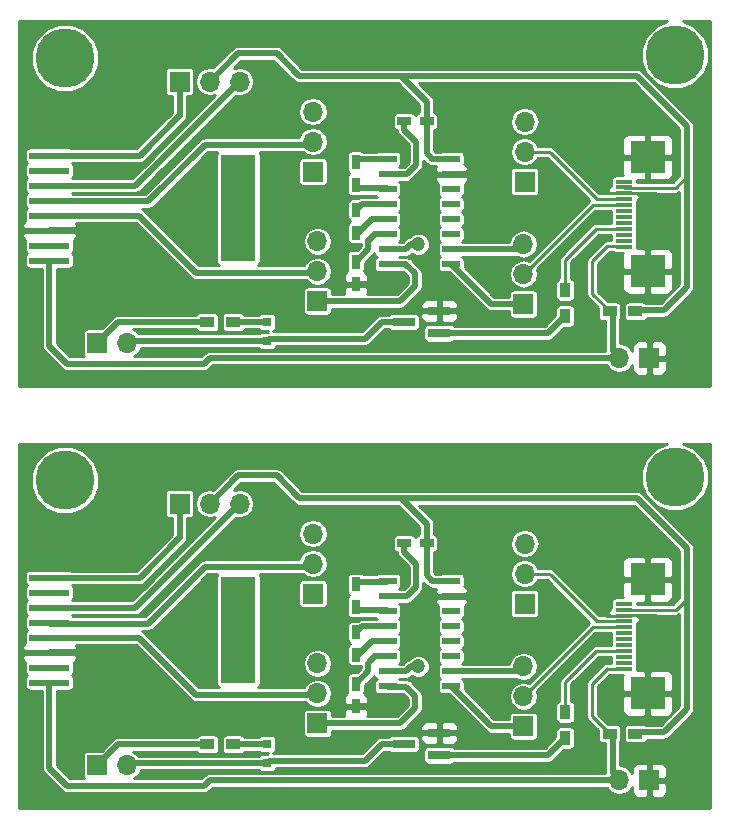
<source format=gbr>
G04 #@! TF.FileFunction,Copper,L1,Top,Signal*
%FSLAX46Y46*%
G04 Gerber Fmt 4.6, Leading zero omitted, Abs format (unit mm)*
G04 Created by KiCad (PCBNEW 4.0.6) date 07/05/17 10:03:52*
%MOMM*%
%LPD*%
G01*
G04 APERTURE LIST*
%ADD10C,0.100000*%
%ADD11R,0.750000X1.200000*%
%ADD12R,1.200000X0.750000*%
%ADD13R,1.700000X1.700000*%
%ADD14O,1.700000X1.700000*%
%ADD15C,5.000000*%
%ADD16R,1.200000X0.900000*%
%ADD17R,3.400000X0.600000*%
%ADD18R,3.000000X9.000000*%
%ADD19R,0.800000X0.800000*%
%ADD20R,3.000000X2.700000*%
%ADD21R,1.400000X0.300000*%
%ADD22R,0.900000X1.200000*%
%ADD23R,1.900000X0.800000*%
%ADD24R,1.500000X0.600000*%
%ADD25C,1.200000*%
%ADD26C,0.500000*%
%ADD27C,0.254000*%
G04 APERTURE END LIST*
D10*
D11*
X61650000Y-76810000D03*
X61650000Y-78710000D03*
D12*
X65750000Y-73350000D03*
X67650000Y-73350000D03*
D13*
X58020000Y-77610000D03*
D14*
X58020000Y-75070000D03*
X58020000Y-72530000D03*
D15*
X37010000Y-68010000D03*
D16*
X49092000Y-90350000D03*
X51292000Y-90350000D03*
D17*
X35714000Y-85143000D03*
X35714000Y-83873000D03*
X35714000Y-82603000D03*
X35714000Y-81333000D03*
X35714000Y-80063000D03*
X35714000Y-78793000D03*
X35714000Y-77523000D03*
X35714000Y-76253000D03*
D18*
X51714000Y-80698000D03*
D19*
X54110000Y-90350000D03*
X54110000Y-91950000D03*
D13*
X46740000Y-69990000D03*
D14*
X49280000Y-69990000D03*
X51820000Y-69990000D03*
D13*
X39778000Y-92128000D03*
D14*
X42318000Y-92128000D03*
D20*
X86350000Y-76380000D03*
X86350000Y-86040000D03*
D21*
X84350000Y-83960000D03*
X84350000Y-83460000D03*
X84350000Y-82960000D03*
X84350000Y-82460000D03*
X84350000Y-81960000D03*
X84350000Y-81460000D03*
X84350000Y-80960000D03*
X84350000Y-80460000D03*
X84350000Y-79960000D03*
X84350000Y-79460000D03*
X84350000Y-78960000D03*
X84350000Y-78460000D03*
D16*
X85330000Y-89450000D03*
X83130000Y-89450000D03*
D22*
X79390000Y-89840000D03*
X79390000Y-87640000D03*
D13*
X75950000Y-78460000D03*
D14*
X75950000Y-75920000D03*
X75950000Y-73380000D03*
D13*
X75846000Y-88826000D03*
D14*
X75846000Y-86286000D03*
X75846000Y-83746000D03*
D15*
X88690000Y-67730000D03*
D13*
X86514000Y-93398000D03*
D14*
X83974000Y-93398000D03*
D11*
X61690000Y-80880000D03*
X61690000Y-82780000D03*
X61640000Y-87150000D03*
X61640000Y-85250000D03*
D13*
X58400000Y-88580000D03*
D14*
X58400000Y-86040000D03*
X58400000Y-83500000D03*
D23*
X68710000Y-91300000D03*
X68710000Y-89400000D03*
X65710000Y-90350000D03*
D24*
X64340000Y-76555000D03*
X64340000Y-77825000D03*
X64340000Y-79095000D03*
X64340000Y-80365000D03*
X64340000Y-81635000D03*
X64340000Y-82905000D03*
X64340000Y-84175000D03*
X64340000Y-85445000D03*
X69740000Y-85445000D03*
X69740000Y-84175000D03*
X69740000Y-82905000D03*
X69740000Y-81635000D03*
X69740000Y-80365000D03*
X69740000Y-79095000D03*
X69740000Y-77825000D03*
X69740000Y-76555000D03*
D15*
X88690000Y-31990000D03*
D24*
X64340000Y-40815000D03*
X64340000Y-42085000D03*
X64340000Y-43355000D03*
X64340000Y-44625000D03*
X64340000Y-45895000D03*
X64340000Y-47165000D03*
X64340000Y-48435000D03*
X64340000Y-49705000D03*
X69740000Y-49705000D03*
X69740000Y-48435000D03*
X69740000Y-47165000D03*
X69740000Y-45895000D03*
X69740000Y-44625000D03*
X69740000Y-43355000D03*
X69740000Y-42085000D03*
X69740000Y-40815000D03*
D16*
X49092000Y-54610000D03*
X51292000Y-54610000D03*
X85330000Y-53710000D03*
X83130000Y-53710000D03*
D22*
X79390000Y-54100000D03*
X79390000Y-51900000D03*
D23*
X68710000Y-55560000D03*
X68710000Y-53660000D03*
X65710000Y-54610000D03*
D13*
X75846000Y-53086000D03*
D14*
X75846000Y-50546000D03*
X75846000Y-48006000D03*
D13*
X75950000Y-42720000D03*
D14*
X75950000Y-40180000D03*
X75950000Y-37640000D03*
D13*
X58020000Y-41870000D03*
D14*
X58020000Y-39330000D03*
X58020000Y-36790000D03*
D13*
X58400000Y-52840000D03*
D14*
X58400000Y-50300000D03*
X58400000Y-47760000D03*
D17*
X35714000Y-49403000D03*
X35714000Y-48133000D03*
X35714000Y-46863000D03*
X35714000Y-45593000D03*
X35714000Y-44323000D03*
X35714000Y-43053000D03*
X35714000Y-41783000D03*
X35714000Y-40513000D03*
D18*
X51714000Y-44958000D03*
D13*
X39778000Y-56388000D03*
D14*
X42318000Y-56388000D03*
D13*
X86514000Y-57658000D03*
D14*
X83974000Y-57658000D03*
D13*
X46740000Y-34250000D03*
D14*
X49280000Y-34250000D03*
X51820000Y-34250000D03*
D19*
X54110000Y-54610000D03*
X54110000Y-56210000D03*
D12*
X65750000Y-37610000D03*
X67650000Y-37610000D03*
D11*
X61640000Y-51410000D03*
X61640000Y-49510000D03*
X61690000Y-45140000D03*
X61690000Y-47040000D03*
X61650000Y-41070000D03*
X61650000Y-42970000D03*
D20*
X86350000Y-40640000D03*
X86350000Y-50300000D03*
D21*
X84350000Y-48220000D03*
X84350000Y-47720000D03*
X84350000Y-47220000D03*
X84350000Y-46720000D03*
X84350000Y-46220000D03*
X84350000Y-45720000D03*
X84350000Y-45220000D03*
X84350000Y-44720000D03*
X84350000Y-44220000D03*
X84350000Y-43720000D03*
X84350000Y-43220000D03*
X84350000Y-42720000D03*
D15*
X37010000Y-32270000D03*
D25*
X48040000Y-80450000D03*
X39220000Y-82840000D03*
X43730000Y-84970000D03*
X43700000Y-86980000D03*
X47620000Y-83070000D03*
X45880000Y-86980000D03*
X63780000Y-87130000D03*
X71880000Y-77030000D03*
X71870000Y-80390000D03*
X71390000Y-89420000D03*
X68740000Y-87210000D03*
X71840000Y-82450000D03*
X89730000Y-91630000D03*
X87010000Y-81850000D03*
X86420000Y-91170000D03*
X82220000Y-74290000D03*
X82160000Y-76140000D03*
X89710000Y-93390000D03*
X82100000Y-78310000D03*
X86540000Y-80420000D03*
X71390000Y-53680000D03*
X68740000Y-51470000D03*
X63780000Y-51390000D03*
X39220000Y-47100000D03*
X71880000Y-41290000D03*
X71870000Y-44650000D03*
X71840000Y-46710000D03*
X43730000Y-49230000D03*
X43700000Y-51240000D03*
X47620000Y-47330000D03*
X45880000Y-51240000D03*
X48040000Y-44710000D03*
X82100000Y-42570000D03*
X82160000Y-40400000D03*
X82220000Y-38550000D03*
X87010000Y-46110000D03*
X86420000Y-55430000D03*
X89710000Y-57650000D03*
X89730000Y-55890000D03*
X86540000Y-44680000D03*
X66950000Y-83770000D03*
X66950000Y-48030000D03*
D26*
X61650000Y-76810000D02*
X61880000Y-76580000D01*
X61880000Y-76580000D02*
X62740000Y-76580000D01*
X64315000Y-76580000D02*
X62740000Y-76580000D01*
D27*
X64340000Y-76555000D02*
X64315000Y-76580000D01*
D26*
X64315000Y-40840000D02*
X62740000Y-40840000D01*
D27*
X64340000Y-40815000D02*
X64315000Y-40840000D01*
D26*
X61880000Y-40840000D02*
X62740000Y-40840000D01*
X61650000Y-41070000D02*
X61880000Y-40840000D01*
X61650000Y-78710000D02*
X61960000Y-79020000D01*
D27*
X64265000Y-79020000D02*
X64340000Y-79095000D01*
D26*
X61960000Y-79020000D02*
X64265000Y-79020000D01*
D27*
X64265000Y-43280000D02*
X64340000Y-43355000D01*
D26*
X61960000Y-43280000D02*
X64265000Y-43280000D01*
X61650000Y-42970000D02*
X61960000Y-43280000D01*
X61690000Y-80880000D02*
X62205000Y-80365000D01*
X62205000Y-80365000D02*
X64340000Y-80365000D01*
X62205000Y-44625000D02*
X64340000Y-44625000D01*
X61690000Y-45140000D02*
X62205000Y-44625000D01*
X62980000Y-81650000D02*
X61850000Y-82780000D01*
D27*
X62980000Y-81650000D02*
X62970000Y-81650000D01*
D26*
X61850000Y-82780000D02*
X61690000Y-82780000D01*
D27*
X64340000Y-81635000D02*
X64325000Y-81650000D01*
X64340000Y-81635000D02*
X64325000Y-81650000D01*
D26*
X64325000Y-81650000D02*
X62980000Y-81650000D01*
D27*
X64340000Y-45895000D02*
X64325000Y-45910000D01*
X62980000Y-45910000D02*
X62970000Y-45910000D01*
D26*
X64325000Y-45910000D02*
X62980000Y-45910000D01*
D27*
X64340000Y-45895000D02*
X64325000Y-45910000D01*
D26*
X61850000Y-47040000D02*
X61690000Y-47040000D01*
X62980000Y-45910000D02*
X61850000Y-47040000D01*
X48040000Y-82650000D02*
X48040000Y-80450000D01*
X47620000Y-83070000D02*
X48040000Y-82650000D01*
X43700000Y-86980000D02*
X45880000Y-86980000D01*
X41350000Y-84970000D02*
X43730000Y-84970000D01*
X39220000Y-82840000D02*
X41350000Y-84970000D01*
X38940000Y-82560000D02*
X39220000Y-82840000D01*
X35757000Y-82560000D02*
X38940000Y-82560000D01*
X35714000Y-82603000D02*
X35757000Y-82560000D01*
X61640000Y-87150000D02*
X61660000Y-87130000D01*
X61660000Y-87130000D02*
X63780000Y-87130000D01*
D27*
X82160000Y-78250000D02*
X82160000Y-76140000D01*
X82100000Y-78720000D02*
X82100000Y-78310000D01*
X82100000Y-78310000D02*
X82160000Y-78250000D01*
D26*
X71880000Y-77030000D02*
X71870000Y-77040000D01*
X69745000Y-77830000D02*
X71080000Y-77830000D01*
X71870000Y-77040000D02*
X71870000Y-80390000D01*
X71080000Y-77830000D02*
X71880000Y-77030000D01*
X69740000Y-77825000D02*
X69745000Y-77830000D01*
D27*
X86514000Y-93398000D02*
X86420000Y-93304000D01*
X82820000Y-79440000D02*
X82100000Y-78720000D01*
D26*
X68710000Y-89400000D02*
X68740000Y-89370000D01*
X68740000Y-89370000D02*
X68740000Y-87210000D01*
X68730000Y-89420000D02*
X71390000Y-89420000D01*
X68710000Y-89400000D02*
X68730000Y-89420000D01*
D27*
X84350000Y-79460000D02*
X84360000Y-79450000D01*
X84350000Y-79460000D02*
X82830000Y-79460000D01*
X82830000Y-79440000D02*
X82820000Y-79440000D01*
X82830000Y-79460000D02*
X82830000Y-79440000D01*
X82220000Y-76080000D02*
X82220000Y-74290000D01*
X82160000Y-76140000D02*
X82220000Y-76080000D01*
X87090000Y-79450000D02*
X87025000Y-79515000D01*
X87025000Y-79515000D02*
X87010000Y-79530000D01*
X86540000Y-80000000D02*
X86540000Y-80420000D01*
X87010000Y-79530000D02*
X87010000Y-81850000D01*
X87025000Y-79515000D02*
X86540000Y-80000000D01*
X84360000Y-79450000D02*
X87090000Y-79450000D01*
X89710000Y-93390000D02*
X89730000Y-93390000D01*
X89710000Y-93390000D02*
X89730000Y-93370000D01*
X86420000Y-93304000D02*
X86420000Y-91170000D01*
X89730000Y-93370000D02*
X89730000Y-91630000D01*
D26*
X68730000Y-53680000D02*
X71390000Y-53680000D01*
X68710000Y-53660000D02*
X68730000Y-53680000D01*
X68740000Y-53630000D02*
X68740000Y-51470000D01*
X68710000Y-53660000D02*
X68740000Y-53630000D01*
X61660000Y-51390000D02*
X63780000Y-51390000D01*
X61640000Y-51410000D02*
X61660000Y-51390000D01*
X38940000Y-46820000D02*
X39220000Y-47100000D01*
X35757000Y-46820000D02*
X38940000Y-46820000D01*
X35714000Y-46863000D02*
X35757000Y-46820000D01*
X71080000Y-42090000D02*
X71880000Y-41290000D01*
X69745000Y-42090000D02*
X71080000Y-42090000D01*
X69740000Y-42085000D02*
X69745000Y-42090000D01*
X71870000Y-41300000D02*
X71870000Y-44650000D01*
X71880000Y-41290000D02*
X71870000Y-41300000D01*
X41350000Y-49230000D02*
X43730000Y-49230000D01*
X39220000Y-47100000D02*
X41350000Y-49230000D01*
X43700000Y-51240000D02*
X45880000Y-51240000D01*
X48040000Y-46910000D02*
X48040000Y-44710000D01*
X47620000Y-47330000D02*
X48040000Y-46910000D01*
D27*
X82820000Y-43700000D02*
X82100000Y-42980000D01*
X82830000Y-43700000D02*
X82820000Y-43700000D01*
X82830000Y-43720000D02*
X82830000Y-43700000D01*
X84350000Y-43720000D02*
X82830000Y-43720000D01*
X82100000Y-42980000D02*
X82100000Y-42570000D01*
X82160000Y-42510000D02*
X82160000Y-40400000D01*
X82100000Y-42570000D02*
X82160000Y-42510000D01*
X82220000Y-40340000D02*
X82220000Y-38550000D01*
X82160000Y-40400000D02*
X82220000Y-40340000D01*
X84360000Y-43710000D02*
X87090000Y-43710000D01*
X84350000Y-43720000D02*
X84360000Y-43710000D01*
X87010000Y-43790000D02*
X87010000Y-46110000D01*
X87025000Y-43775000D02*
X87010000Y-43790000D01*
X87090000Y-43710000D02*
X87025000Y-43775000D01*
X86420000Y-57564000D02*
X86420000Y-55430000D01*
X86514000Y-57658000D02*
X86420000Y-57564000D01*
X89710000Y-57650000D02*
X89730000Y-57650000D01*
X89730000Y-57630000D02*
X89730000Y-55890000D01*
X89710000Y-57650000D02*
X89730000Y-57630000D01*
X86540000Y-44260000D02*
X86540000Y-44680000D01*
X87025000Y-43775000D02*
X86540000Y-44260000D01*
X62710000Y-83440000D02*
X62730000Y-83440000D01*
X62730000Y-83440000D02*
X62730000Y-83370000D01*
X62730000Y-83370000D02*
X62740000Y-83370000D01*
X63165000Y-82945000D02*
X63205000Y-82905000D01*
D26*
X62740000Y-83370000D02*
X63165000Y-82945000D01*
X61640000Y-85250000D02*
X62710000Y-84180000D01*
X62710000Y-84180000D02*
X62710000Y-83440000D01*
X63205000Y-82905000D02*
X64340000Y-82905000D01*
D27*
X63165000Y-82945000D02*
X63170000Y-82940000D01*
X63165000Y-47205000D02*
X63170000Y-47200000D01*
D26*
X62740000Y-47630000D02*
X63165000Y-47205000D01*
D27*
X62730000Y-47630000D02*
X62740000Y-47630000D01*
X62730000Y-47700000D02*
X62730000Y-47630000D01*
X62710000Y-47700000D02*
X62730000Y-47700000D01*
D26*
X62710000Y-48440000D02*
X62710000Y-47700000D01*
X61640000Y-49510000D02*
X62710000Y-48440000D01*
X63205000Y-47165000D02*
X64340000Y-47165000D01*
D27*
X63165000Y-47205000D02*
X63205000Y-47165000D01*
X66730000Y-77060000D02*
X66750000Y-77040000D01*
D26*
X65640000Y-77830000D02*
X65960000Y-77830000D01*
X65960000Y-77830000D02*
X66730000Y-77060000D01*
X64345000Y-77830000D02*
X65640000Y-77830000D01*
X66750000Y-77040000D02*
X66750000Y-75070000D01*
D27*
X64340000Y-77825000D02*
X64345000Y-77830000D01*
D26*
X65750000Y-74070000D02*
X65750000Y-73350000D01*
X66750000Y-75070000D02*
X65750000Y-74070000D01*
X65960000Y-42090000D02*
X66730000Y-41320000D01*
X65640000Y-42090000D02*
X65960000Y-42090000D01*
X64345000Y-42090000D02*
X65640000Y-42090000D01*
D27*
X64340000Y-42085000D02*
X64345000Y-42090000D01*
D26*
X66750000Y-41300000D02*
X66750000Y-39330000D01*
D27*
X66730000Y-41320000D02*
X66750000Y-41300000D01*
D26*
X65750000Y-38330000D02*
X65750000Y-37610000D01*
X66750000Y-39330000D02*
X65750000Y-38330000D01*
D27*
X69740000Y-76555000D02*
X69735000Y-76550000D01*
X84360000Y-78970000D02*
X88730000Y-78970000D01*
X88730000Y-78970000D02*
X89680000Y-78020000D01*
X89580000Y-87490000D02*
X89680000Y-87390000D01*
D26*
X89680000Y-87390000D02*
X89680000Y-78020000D01*
X87710000Y-89360000D02*
X89580000Y-87490000D01*
D27*
X84350000Y-78960000D02*
X84360000Y-78970000D01*
D26*
X49280000Y-69990000D02*
X51670000Y-67600000D01*
X89680000Y-73760000D02*
X85440000Y-69520000D01*
X68140000Y-76550000D02*
X67660000Y-76070000D01*
X85440000Y-69520000D02*
X65490000Y-69520000D01*
X69735000Y-76550000D02*
X68140000Y-76550000D01*
X89680000Y-78020000D02*
X89680000Y-73760000D01*
X65490000Y-69520000D02*
X67660000Y-71690000D01*
X56860000Y-69520000D02*
X65490000Y-69520000D01*
D27*
X67660000Y-71690000D02*
X67650000Y-71700000D01*
D26*
X67650000Y-71700000D02*
X67650000Y-73350000D01*
X67650000Y-76060000D02*
X67650000Y-73350000D01*
D27*
X67660000Y-76070000D02*
X67650000Y-76060000D01*
D26*
X51670000Y-67600000D02*
X54940000Y-67600000D01*
X54940000Y-67600000D02*
X56860000Y-69520000D01*
D27*
X85330000Y-89450000D02*
X85420000Y-89360000D01*
X85420000Y-89360000D02*
X87710000Y-89360000D01*
X85330000Y-89450000D02*
X85420000Y-89360000D01*
D26*
X85420000Y-89360000D02*
X87710000Y-89360000D01*
X68140000Y-40810000D02*
X67660000Y-40330000D01*
X69735000Y-40810000D02*
X68140000Y-40810000D01*
D27*
X69740000Y-40815000D02*
X69735000Y-40810000D01*
D26*
X67650000Y-40320000D02*
X67650000Y-37610000D01*
D27*
X67660000Y-40330000D02*
X67650000Y-40320000D01*
D26*
X65490000Y-33780000D02*
X67660000Y-35950000D01*
X56860000Y-33780000D02*
X65490000Y-33780000D01*
X67650000Y-35960000D02*
X67650000Y-37610000D01*
D27*
X67660000Y-35950000D02*
X67650000Y-35960000D01*
D26*
X87710000Y-53620000D02*
X89580000Y-51750000D01*
D27*
X85420000Y-53620000D02*
X87710000Y-53620000D01*
X85330000Y-53710000D02*
X85420000Y-53620000D01*
D26*
X89680000Y-42280000D02*
X89680000Y-38020000D01*
X89680000Y-51650000D02*
X89680000Y-42280000D01*
D27*
X89580000Y-51750000D02*
X89680000Y-51650000D01*
D26*
X85440000Y-33780000D02*
X65490000Y-33780000D01*
X89680000Y-38020000D02*
X85440000Y-33780000D01*
X85420000Y-53620000D02*
X87710000Y-53620000D01*
D27*
X85330000Y-53710000D02*
X85420000Y-53620000D01*
D26*
X54940000Y-31860000D02*
X56860000Y-33780000D01*
X51670000Y-31860000D02*
X54940000Y-31860000D01*
X49280000Y-34250000D02*
X51670000Y-31860000D01*
D27*
X88730000Y-43230000D02*
X89680000Y-42280000D01*
X84360000Y-43230000D02*
X88730000Y-43230000D01*
X84350000Y-43220000D02*
X84360000Y-43230000D01*
D26*
X51292000Y-90350000D02*
X54110000Y-90350000D01*
X51292000Y-54610000D02*
X54110000Y-54610000D01*
X42496000Y-91950000D02*
X54110000Y-91950000D01*
D27*
X42318000Y-92128000D02*
X42496000Y-91950000D01*
D26*
X62280000Y-91750000D02*
X62430000Y-91750000D01*
X62430000Y-91750000D02*
X63580000Y-90600000D01*
X63580000Y-90600000D02*
X63830000Y-90350000D01*
X63830000Y-90350000D02*
X65710000Y-90350000D01*
X54310000Y-91750000D02*
X62280000Y-91750000D01*
D27*
X54110000Y-91950000D02*
X54310000Y-91750000D01*
D26*
X42496000Y-56210000D02*
X54110000Y-56210000D01*
D27*
X42318000Y-56388000D02*
X42496000Y-56210000D01*
D26*
X62430000Y-56010000D02*
X63580000Y-54860000D01*
X62280000Y-56010000D02*
X62430000Y-56010000D01*
X54310000Y-56010000D02*
X62280000Y-56010000D01*
D27*
X54110000Y-56210000D02*
X54310000Y-56010000D01*
D26*
X63830000Y-54610000D02*
X65710000Y-54610000D01*
X63580000Y-54860000D02*
X63830000Y-54610000D01*
X43340000Y-76280000D02*
X46720000Y-72900000D01*
D27*
X35714000Y-76253000D02*
X35727000Y-76240000D01*
D26*
X35741000Y-76280000D02*
X43340000Y-76280000D01*
X46740000Y-72880000D02*
X46740000Y-69990000D01*
X46720000Y-72900000D02*
X46740000Y-72880000D01*
X35714000Y-76253000D02*
X35741000Y-76280000D01*
D27*
X35714000Y-40513000D02*
X35727000Y-40500000D01*
D26*
X43340000Y-40540000D02*
X46720000Y-37160000D01*
X35741000Y-40540000D02*
X43340000Y-40540000D01*
X35714000Y-40513000D02*
X35741000Y-40540000D01*
X46740000Y-37140000D02*
X46740000Y-34250000D01*
X46720000Y-37160000D02*
X46740000Y-37140000D01*
X42493000Y-78793000D02*
X35714000Y-78793000D01*
X35714000Y-78793000D02*
X42493000Y-78793000D01*
D27*
X35714000Y-78793000D02*
X35721000Y-78800000D01*
D26*
X42493000Y-78793000D02*
X42997000Y-78793000D01*
X44220000Y-77570000D02*
X44220000Y-77580000D01*
X42997000Y-78793000D02*
X44220000Y-77570000D01*
X41556000Y-90350000D02*
X49092000Y-90350000D01*
X39778000Y-92128000D02*
X41556000Y-90350000D01*
X51580000Y-70220000D02*
X44220000Y-77580000D01*
X51810000Y-70000000D02*
X51580000Y-70000000D01*
X51580000Y-70000000D02*
X51580000Y-70220000D01*
X51820000Y-69990000D02*
X51810000Y-70000000D01*
D27*
X35714000Y-43053000D02*
X35721000Y-43060000D01*
D26*
X41556000Y-54610000D02*
X49092000Y-54610000D01*
X39778000Y-56388000D02*
X41556000Y-54610000D01*
X51580000Y-34480000D02*
X44220000Y-41840000D01*
X51580000Y-34260000D02*
X51580000Y-34480000D01*
X51810000Y-34260000D02*
X51580000Y-34260000D01*
X51820000Y-34250000D02*
X51810000Y-34260000D01*
X42493000Y-43053000D02*
X35714000Y-43053000D01*
X44220000Y-41830000D02*
X44220000Y-41840000D01*
X42997000Y-43053000D02*
X44220000Y-41830000D01*
X42493000Y-43053000D02*
X42997000Y-43053000D01*
X35714000Y-43053000D02*
X42493000Y-43053000D01*
D27*
X35714000Y-85143000D02*
X35690000Y-85167000D01*
D26*
X35690000Y-85167000D02*
X35690000Y-92360000D01*
X35690000Y-92360000D02*
X37210000Y-93880000D01*
X49290000Y-93398000D02*
X48808000Y-93880000D01*
X48808000Y-93880000D02*
X37210000Y-93880000D01*
D27*
X81670000Y-87990000D02*
X81670000Y-85520000D01*
X81670000Y-85220000D02*
X81670000Y-85520000D01*
D26*
X83974000Y-93398000D02*
X83410000Y-92834000D01*
X49290000Y-93398000D02*
X83974000Y-93398000D01*
D27*
X82940000Y-83950000D02*
X81670000Y-85220000D01*
X84350000Y-83960000D02*
X84340000Y-83950000D01*
X82940000Y-83950000D02*
X82950000Y-83940000D01*
X84340000Y-83950000D02*
X82940000Y-83950000D01*
D26*
X83410000Y-92834000D02*
X83410000Y-89730000D01*
D27*
X83410000Y-89730000D02*
X83130000Y-89450000D01*
X83130000Y-89450000D02*
X81670000Y-87990000D01*
X82940000Y-48210000D02*
X82950000Y-48200000D01*
X81670000Y-52250000D02*
X81670000Y-49780000D01*
X83130000Y-53710000D02*
X81670000Y-52250000D01*
X84340000Y-48210000D02*
X82940000Y-48210000D01*
X84350000Y-48220000D02*
X84340000Y-48210000D01*
X81670000Y-49480000D02*
X81670000Y-49780000D01*
X82940000Y-48210000D02*
X81670000Y-49480000D01*
X83410000Y-53990000D02*
X83130000Y-53710000D01*
D26*
X83410000Y-57094000D02*
X83410000Y-53990000D01*
X83974000Y-57658000D02*
X83410000Y-57094000D01*
X35690000Y-56620000D02*
X37210000Y-58140000D01*
X35690000Y-49427000D02*
X35690000Y-56620000D01*
D27*
X35714000Y-49403000D02*
X35690000Y-49427000D01*
D26*
X49290000Y-57658000D02*
X83974000Y-57658000D01*
X48808000Y-58140000D02*
X37210000Y-58140000D01*
X49290000Y-57658000D02*
X48808000Y-58140000D01*
X43283000Y-81333000D02*
X35714000Y-81333000D01*
X48120000Y-86170000D02*
X43290000Y-81340000D01*
D27*
X48170000Y-86170000D02*
X48120000Y-86170000D01*
X43290000Y-81340000D02*
X43283000Y-81333000D01*
X58400000Y-86040000D02*
X58270000Y-86170000D01*
D26*
X58270000Y-86170000D02*
X48170000Y-86170000D01*
X48120000Y-50430000D02*
X43290000Y-45600000D01*
D27*
X48170000Y-50430000D02*
X48120000Y-50430000D01*
D26*
X58270000Y-50430000D02*
X48170000Y-50430000D01*
D27*
X58400000Y-50300000D02*
X58270000Y-50430000D01*
D26*
X43283000Y-45593000D02*
X35714000Y-45593000D01*
D27*
X43290000Y-45600000D02*
X43283000Y-45593000D01*
X35714000Y-80063000D02*
X35791000Y-80140000D01*
D26*
X35791000Y-80140000D02*
X44080000Y-80140000D01*
X44080000Y-80140000D02*
X48890000Y-75330000D01*
X57760000Y-75330000D02*
X48890000Y-75330000D01*
X58020000Y-75070000D02*
X57760000Y-75330000D01*
X35791000Y-44400000D02*
X44080000Y-44400000D01*
D27*
X35714000Y-44323000D02*
X35791000Y-44400000D01*
D26*
X44080000Y-44400000D02*
X48890000Y-39590000D01*
X57760000Y-39590000D02*
X48890000Y-39590000D01*
X58020000Y-39330000D02*
X57760000Y-39590000D01*
D27*
X64340000Y-85445000D02*
X64375000Y-85480000D01*
D26*
X66670000Y-86240000D02*
X66670000Y-87330000D01*
X66670000Y-87330000D02*
X65420000Y-88580000D01*
X65920000Y-85490000D02*
X66670000Y-86240000D01*
D27*
X65920000Y-85480000D02*
X65920000Y-85490000D01*
D26*
X65420000Y-88580000D02*
X58400000Y-88580000D01*
X64375000Y-85480000D02*
X65920000Y-85480000D01*
X65920000Y-49750000D02*
X66670000Y-50500000D01*
D27*
X65920000Y-49740000D02*
X65920000Y-49750000D01*
D26*
X64375000Y-49740000D02*
X65920000Y-49740000D01*
D27*
X64340000Y-49705000D02*
X64375000Y-49740000D01*
D26*
X66670000Y-50500000D02*
X66670000Y-51590000D01*
X65420000Y-52840000D02*
X58400000Y-52840000D01*
X66670000Y-51590000D02*
X65420000Y-52840000D01*
D27*
X64340000Y-84175000D02*
X64355000Y-84190000D01*
D26*
X66950000Y-83770000D02*
X66600000Y-83770000D01*
X66300000Y-83770000D02*
X65880000Y-84190000D01*
X64355000Y-84190000D02*
X65880000Y-84190000D01*
X66600000Y-83770000D02*
X66300000Y-83770000D01*
X66300000Y-48030000D02*
X65880000Y-48450000D01*
X66600000Y-48030000D02*
X66300000Y-48030000D01*
X66950000Y-48030000D02*
X66600000Y-48030000D01*
X64355000Y-48450000D02*
X65880000Y-48450000D01*
D27*
X64340000Y-48435000D02*
X64355000Y-48450000D01*
X79390000Y-85080000D02*
X79390000Y-87640000D01*
X82020000Y-82450000D02*
X79390000Y-85080000D01*
X84350000Y-82460000D02*
X84340000Y-82450000D01*
X84340000Y-82450000D02*
X82020000Y-82450000D01*
X82020000Y-46710000D02*
X79390000Y-49340000D01*
X84340000Y-46710000D02*
X82020000Y-46710000D01*
X84350000Y-46720000D02*
X84340000Y-46710000D01*
X79390000Y-49340000D02*
X79390000Y-51900000D01*
X75846000Y-86286000D02*
X75860000Y-86300000D01*
X75860000Y-86300000D02*
X75860000Y-86280000D01*
X75950000Y-86280000D02*
X75950000Y-86230000D01*
X75860000Y-86280000D02*
X75950000Y-86280000D01*
X75950000Y-86230000D02*
X81710000Y-80470000D01*
X81720000Y-80460000D02*
X84350000Y-80460000D01*
X81710000Y-80470000D02*
X81720000Y-80460000D01*
X75950000Y-50490000D02*
X81710000Y-44730000D01*
X75950000Y-50540000D02*
X75950000Y-50490000D01*
X75860000Y-50540000D02*
X75950000Y-50540000D01*
X75860000Y-50560000D02*
X75860000Y-50540000D01*
X75846000Y-50546000D02*
X75860000Y-50560000D01*
X81720000Y-44720000D02*
X84350000Y-44720000D01*
X81710000Y-44730000D02*
X81720000Y-44720000D01*
X78220000Y-76130000D02*
X78010000Y-75920000D01*
X78010000Y-75920000D02*
X75950000Y-75920000D01*
X82040000Y-79950000D02*
X78220000Y-76130000D01*
X78220000Y-76130000D02*
X78150000Y-76060000D01*
X84350000Y-79960000D02*
X84340000Y-79950000D01*
X84340000Y-79950000D02*
X82050000Y-79950000D01*
X82050000Y-79950000D02*
X82040000Y-79950000D01*
X78220000Y-40390000D02*
X78150000Y-40320000D01*
X82040000Y-44210000D02*
X78220000Y-40390000D01*
X82050000Y-44210000D02*
X82040000Y-44210000D01*
X84340000Y-44210000D02*
X82050000Y-44210000D01*
X84350000Y-44220000D02*
X84340000Y-44210000D01*
X78010000Y-40180000D02*
X75950000Y-40180000D01*
X78220000Y-40390000D02*
X78010000Y-40180000D01*
D26*
X69740000Y-85445000D02*
X73121000Y-88826000D01*
X73121000Y-88826000D02*
X75846000Y-88826000D01*
X73121000Y-53086000D02*
X75846000Y-53086000D01*
X69740000Y-49705000D02*
X73121000Y-53086000D01*
X75846000Y-83746000D02*
X75417000Y-84175000D01*
X75417000Y-84175000D02*
X69740000Y-84175000D01*
X75417000Y-48435000D02*
X69740000Y-48435000D01*
X75846000Y-48006000D02*
X75417000Y-48435000D01*
X79390000Y-89840000D02*
X77930000Y-91300000D01*
X77930000Y-91300000D02*
X68710000Y-91300000D01*
X77930000Y-55560000D02*
X68710000Y-55560000D01*
X79390000Y-54100000D02*
X77930000Y-55560000D01*
D27*
G36*
X87060177Y-29546183D02*
X86249031Y-30355914D01*
X85809501Y-31414420D01*
X85808501Y-32560552D01*
X86246183Y-33619823D01*
X87055914Y-34430969D01*
X88114420Y-34870499D01*
X89260552Y-34871499D01*
X90319823Y-34433817D01*
X91130969Y-33624086D01*
X91570499Y-32565580D01*
X91571499Y-31419448D01*
X91133817Y-30360177D01*
X90324086Y-29549031D01*
X89382379Y-29158000D01*
X91646000Y-29158000D01*
X91646000Y-59996000D01*
X33122000Y-59996000D01*
X33122000Y-46436691D01*
X33379000Y-46436691D01*
X33379000Y-46577250D01*
X33537750Y-46736000D01*
X35587000Y-46736000D01*
X35587000Y-46716000D01*
X35841000Y-46716000D01*
X35841000Y-46736000D01*
X37890250Y-46736000D01*
X38049000Y-46577250D01*
X38049000Y-46436691D01*
X37960900Y-46224000D01*
X43021632Y-46224000D01*
X47673816Y-50876185D01*
X47878527Y-51012968D01*
X48120000Y-51061000D01*
X48145000Y-51056027D01*
X48170000Y-51061000D01*
X57432304Y-51061000D01*
X57505435Y-51170448D01*
X57904800Y-51437296D01*
X58375883Y-51531000D01*
X58424117Y-51531000D01*
X58895200Y-51437296D01*
X59294565Y-51170448D01*
X59561413Y-50771083D01*
X59655117Y-50300000D01*
X59561413Y-49828917D01*
X59294565Y-49429552D01*
X58895200Y-49162704D01*
X58424117Y-49069000D01*
X58375883Y-49069000D01*
X57904800Y-49162704D01*
X57505435Y-49429552D01*
X57258577Y-49799000D01*
X53387665Y-49799000D01*
X53484865Y-49736454D01*
X53571859Y-49609134D01*
X53602464Y-49458000D01*
X53602464Y-47760000D01*
X57144883Y-47760000D01*
X57238587Y-48231083D01*
X57505435Y-48630448D01*
X57904800Y-48897296D01*
X58375883Y-48991000D01*
X58424117Y-48991000D01*
X58895200Y-48897296D01*
X59294565Y-48630448D01*
X59561413Y-48231083D01*
X59655117Y-47760000D01*
X59561413Y-47288917D01*
X59294565Y-46889552D01*
X58895200Y-46622704D01*
X58424117Y-46529000D01*
X58375883Y-46529000D01*
X57904800Y-46622704D01*
X57505435Y-46889552D01*
X57238587Y-47288917D01*
X57144883Y-47760000D01*
X53602464Y-47760000D01*
X53602464Y-41020000D01*
X56781536Y-41020000D01*
X56781536Y-42720000D01*
X56808103Y-42861190D01*
X56891546Y-42990865D01*
X57018866Y-43077859D01*
X57170000Y-43108464D01*
X58870000Y-43108464D01*
X59011190Y-43081897D01*
X59140865Y-42998454D01*
X59227859Y-42871134D01*
X59258464Y-42720000D01*
X59258464Y-41020000D01*
X59231897Y-40878810D01*
X59148454Y-40749135D01*
X59021134Y-40662141D01*
X58870000Y-40631536D01*
X57170000Y-40631536D01*
X57028810Y-40658103D01*
X56899135Y-40741546D01*
X56812141Y-40868866D01*
X56781536Y-41020000D01*
X53602464Y-41020000D01*
X53602464Y-40458000D01*
X53575897Y-40316810D01*
X53514245Y-40221000D01*
X57156193Y-40221000D01*
X57524800Y-40467296D01*
X57995883Y-40561000D01*
X58044117Y-40561000D01*
X58515200Y-40467296D01*
X58914565Y-40200448D01*
X59181413Y-39801083D01*
X59275117Y-39330000D01*
X59181413Y-38858917D01*
X58914565Y-38459552D01*
X58515200Y-38192704D01*
X58044117Y-38099000D01*
X57995883Y-38099000D01*
X57524800Y-38192704D01*
X57125435Y-38459552D01*
X56858587Y-38858917D01*
X56838679Y-38959000D01*
X48890000Y-38959000D01*
X48688589Y-38999063D01*
X48648526Y-39007032D01*
X48443815Y-39143816D01*
X43818632Y-43769000D01*
X37703306Y-43769000D01*
X37692454Y-43752135D01*
X37597813Y-43687470D01*
X37603206Y-43684000D01*
X42997000Y-43684000D01*
X43238473Y-43635968D01*
X43443184Y-43499184D01*
X44636050Y-42306319D01*
X44666184Y-42286184D01*
X50162368Y-36790000D01*
X56764883Y-36790000D01*
X56858587Y-37261083D01*
X57125435Y-37660448D01*
X57524800Y-37927296D01*
X57995883Y-38021000D01*
X58044117Y-38021000D01*
X58515200Y-37927296D01*
X58914565Y-37660448D01*
X59181413Y-37261083D01*
X59275117Y-36790000D01*
X59181413Y-36318917D01*
X58914565Y-35919552D01*
X58515200Y-35652704D01*
X58044117Y-35559000D01*
X57995883Y-35559000D01*
X57524800Y-35652704D01*
X57125435Y-35919552D01*
X56858587Y-36318917D01*
X56764883Y-36790000D01*
X50162368Y-36790000D01*
X51509095Y-35443274D01*
X51820000Y-35505117D01*
X52291083Y-35411413D01*
X52690448Y-35144565D01*
X52957296Y-34745200D01*
X53051000Y-34274117D01*
X53051000Y-34225883D01*
X52957296Y-33754800D01*
X52690448Y-33355435D01*
X52291083Y-33088587D01*
X51820000Y-32994883D01*
X51348917Y-33088587D01*
X51303304Y-33119065D01*
X51931369Y-32491000D01*
X54678632Y-32491000D01*
X56413816Y-34226184D01*
X56618527Y-34362968D01*
X56860000Y-34411000D01*
X65228632Y-34411000D01*
X67019000Y-36201369D01*
X67019000Y-36852369D01*
X66908810Y-36873103D01*
X66779135Y-36956546D01*
X66699020Y-37073798D01*
X66628454Y-36964135D01*
X66501134Y-36877141D01*
X66350000Y-36846536D01*
X65150000Y-36846536D01*
X65008810Y-36873103D01*
X64879135Y-36956546D01*
X64792141Y-37083866D01*
X64761536Y-37235000D01*
X64761536Y-37985000D01*
X64788103Y-38126190D01*
X64871546Y-38255865D01*
X64998866Y-38342859D01*
X65126707Y-38368747D01*
X65167032Y-38571473D01*
X65303816Y-38776184D01*
X66119000Y-39591369D01*
X66119000Y-41038631D01*
X65698632Y-41459000D01*
X65287761Y-41459000D01*
X65273813Y-41449470D01*
X65360865Y-41393454D01*
X65447859Y-41266134D01*
X65478464Y-41115000D01*
X65478464Y-40515000D01*
X65451897Y-40373810D01*
X65368454Y-40244135D01*
X65241134Y-40157141D01*
X65090000Y-40126536D01*
X63590000Y-40126536D01*
X63448810Y-40153103D01*
X63361943Y-40209000D01*
X62309802Y-40209000D01*
X62303454Y-40199135D01*
X62176134Y-40112141D01*
X62025000Y-40081536D01*
X61275000Y-40081536D01*
X61133810Y-40108103D01*
X61004135Y-40191546D01*
X60917141Y-40318866D01*
X60886536Y-40470000D01*
X60886536Y-41670000D01*
X60913103Y-41811190D01*
X60996546Y-41940865D01*
X61113798Y-42020980D01*
X61004135Y-42091546D01*
X60917141Y-42218866D01*
X60886536Y-42370000D01*
X60886536Y-43570000D01*
X60913103Y-43711190D01*
X60996546Y-43840865D01*
X61123866Y-43927859D01*
X61275000Y-43958464D01*
X62025000Y-43958464D01*
X62166190Y-43931897D01*
X62198665Y-43911000D01*
X63301981Y-43911000D01*
X63311546Y-43925865D01*
X63406187Y-43990530D01*
X63400794Y-43994000D01*
X62205000Y-43994000D01*
X61969776Y-44040789D01*
X61963527Y-44042032D01*
X61799643Y-44151536D01*
X61315000Y-44151536D01*
X61173810Y-44178103D01*
X61044135Y-44261546D01*
X60957141Y-44388866D01*
X60926536Y-44540000D01*
X60926536Y-45740000D01*
X60953103Y-45881190D01*
X61036546Y-46010865D01*
X61153798Y-46090980D01*
X61044135Y-46161546D01*
X60957141Y-46288866D01*
X60926536Y-46440000D01*
X60926536Y-47640000D01*
X60953103Y-47781190D01*
X61036546Y-47910865D01*
X61163866Y-47997859D01*
X61315000Y-48028464D01*
X62065000Y-48028464D01*
X62079000Y-48025830D01*
X62079000Y-48178631D01*
X61736095Y-48521536D01*
X61265000Y-48521536D01*
X61123810Y-48548103D01*
X60994135Y-48631546D01*
X60907141Y-48758866D01*
X60876536Y-48910000D01*
X60876536Y-50110000D01*
X60903103Y-50251190D01*
X60913972Y-50268081D01*
X60905301Y-50271673D01*
X60726673Y-50450302D01*
X60630000Y-50683691D01*
X60630000Y-51124250D01*
X60788750Y-51283000D01*
X61513000Y-51283000D01*
X61513000Y-51263000D01*
X61767000Y-51263000D01*
X61767000Y-51283000D01*
X62491250Y-51283000D01*
X62650000Y-51124250D01*
X62650000Y-50683691D01*
X62553327Y-50450302D01*
X62374699Y-50271673D01*
X62367652Y-50268754D01*
X62372859Y-50261134D01*
X62403464Y-50110000D01*
X62403464Y-49638904D01*
X63156185Y-48886184D01*
X63213768Y-48800005D01*
X63228103Y-48876190D01*
X63311546Y-49005865D01*
X63406187Y-49070530D01*
X63319135Y-49126546D01*
X63232141Y-49253866D01*
X63201536Y-49405000D01*
X63201536Y-50005000D01*
X63228103Y-50146190D01*
X63311546Y-50275865D01*
X63438866Y-50362859D01*
X63590000Y-50393464D01*
X65090000Y-50393464D01*
X65209385Y-50371000D01*
X65648632Y-50371000D01*
X66039000Y-50761369D01*
X66039000Y-51328632D01*
X65158632Y-52209000D01*
X62619890Y-52209000D01*
X62650000Y-52136309D01*
X62650000Y-51695750D01*
X62491250Y-51537000D01*
X61767000Y-51537000D01*
X61767000Y-51557000D01*
X61513000Y-51557000D01*
X61513000Y-51537000D01*
X60788750Y-51537000D01*
X60630000Y-51695750D01*
X60630000Y-52136309D01*
X60660110Y-52209000D01*
X59638464Y-52209000D01*
X59638464Y-51990000D01*
X59611897Y-51848810D01*
X59528454Y-51719135D01*
X59401134Y-51632141D01*
X59250000Y-51601536D01*
X57550000Y-51601536D01*
X57408810Y-51628103D01*
X57279135Y-51711546D01*
X57192141Y-51838866D01*
X57161536Y-51990000D01*
X57161536Y-53690000D01*
X57188103Y-53831190D01*
X57271546Y-53960865D01*
X57398866Y-54047859D01*
X57550000Y-54078464D01*
X59250000Y-54078464D01*
X59391190Y-54051897D01*
X59520865Y-53968454D01*
X59607859Y-53841134D01*
X59638464Y-53690000D01*
X59638464Y-53471000D01*
X65420000Y-53471000D01*
X65661473Y-53422968D01*
X65866184Y-53286184D01*
X66018678Y-53133690D01*
X67125000Y-53133690D01*
X67125000Y-53374250D01*
X67283750Y-53533000D01*
X68583000Y-53533000D01*
X68583000Y-52783750D01*
X68837000Y-52783750D01*
X68837000Y-53533000D01*
X70136250Y-53533000D01*
X70295000Y-53374250D01*
X70295000Y-53133690D01*
X70198327Y-52900301D01*
X70019698Y-52721673D01*
X69786309Y-52625000D01*
X68995750Y-52625000D01*
X68837000Y-52783750D01*
X68583000Y-52783750D01*
X68424250Y-52625000D01*
X67633691Y-52625000D01*
X67400302Y-52721673D01*
X67221673Y-52900301D01*
X67125000Y-53133690D01*
X66018678Y-53133690D01*
X67116184Y-52036184D01*
X67252968Y-51831473D01*
X67301000Y-51590000D01*
X67301000Y-50500000D01*
X67252968Y-50258527D01*
X67252968Y-50258526D01*
X67116184Y-50053815D01*
X66386321Y-49323953D01*
X66366184Y-49293816D01*
X66161473Y-49157032D01*
X65920000Y-49109000D01*
X65331668Y-49109000D01*
X65290688Y-49081000D01*
X65880000Y-49081000D01*
X66121473Y-49032968D01*
X66326184Y-48896184D01*
X66377407Y-48844961D01*
X66393583Y-48861166D01*
X66754011Y-49010829D01*
X67144277Y-49011170D01*
X67504966Y-48862136D01*
X67781166Y-48586417D01*
X67930829Y-48225989D01*
X67931170Y-47835723D01*
X67782136Y-47475034D01*
X67506417Y-47198834D01*
X67145989Y-47049171D01*
X66755723Y-47048830D01*
X66395034Y-47197864D01*
X66167057Y-47425444D01*
X66058527Y-47447032D01*
X65853816Y-47583815D01*
X65618632Y-47819000D01*
X65302397Y-47819000D01*
X65273813Y-47799470D01*
X65360865Y-47743454D01*
X65447859Y-47616134D01*
X65478464Y-47465000D01*
X65478464Y-46865000D01*
X65451897Y-46723810D01*
X65368454Y-46594135D01*
X65273813Y-46529470D01*
X65360865Y-46473454D01*
X65447859Y-46346134D01*
X65478464Y-46195000D01*
X65478464Y-45595000D01*
X65451897Y-45453810D01*
X65368454Y-45324135D01*
X65273813Y-45259470D01*
X65360865Y-45203454D01*
X65447859Y-45076134D01*
X65478464Y-44925000D01*
X65478464Y-44325000D01*
X65451897Y-44183810D01*
X65368454Y-44054135D01*
X65273813Y-43989470D01*
X65360865Y-43933454D01*
X65447859Y-43806134D01*
X65478464Y-43655000D01*
X65478464Y-43055000D01*
X65451897Y-42913810D01*
X65368454Y-42784135D01*
X65276053Y-42721000D01*
X65960000Y-42721000D01*
X66201473Y-42672968D01*
X66406184Y-42536184D01*
X66571618Y-42370750D01*
X68355000Y-42370750D01*
X68355000Y-42511310D01*
X68451673Y-42744699D01*
X68628554Y-42921579D01*
X68601536Y-43055000D01*
X68601536Y-43655000D01*
X68628103Y-43796190D01*
X68711546Y-43925865D01*
X68806187Y-43990530D01*
X68719135Y-44046546D01*
X68632141Y-44173866D01*
X68601536Y-44325000D01*
X68601536Y-44925000D01*
X68628103Y-45066190D01*
X68711546Y-45195865D01*
X68806187Y-45260530D01*
X68719135Y-45316546D01*
X68632141Y-45443866D01*
X68601536Y-45595000D01*
X68601536Y-46195000D01*
X68628103Y-46336190D01*
X68711546Y-46465865D01*
X68806187Y-46530530D01*
X68719135Y-46586546D01*
X68632141Y-46713866D01*
X68601536Y-46865000D01*
X68601536Y-47465000D01*
X68628103Y-47606190D01*
X68711546Y-47735865D01*
X68806187Y-47800530D01*
X68719135Y-47856546D01*
X68632141Y-47983866D01*
X68601536Y-48135000D01*
X68601536Y-48735000D01*
X68628103Y-48876190D01*
X68711546Y-49005865D01*
X68806187Y-49070530D01*
X68719135Y-49126546D01*
X68632141Y-49253866D01*
X68601536Y-49405000D01*
X68601536Y-50005000D01*
X68628103Y-50146190D01*
X68711546Y-50275865D01*
X68838866Y-50362859D01*
X68990000Y-50393464D01*
X69536096Y-50393464D01*
X72674816Y-53532184D01*
X72879527Y-53668968D01*
X73121000Y-53717000D01*
X74607536Y-53717000D01*
X74607536Y-53936000D01*
X74634103Y-54077190D01*
X74717546Y-54206865D01*
X74844866Y-54293859D01*
X74996000Y-54324464D01*
X76696000Y-54324464D01*
X76837190Y-54297897D01*
X76966865Y-54214454D01*
X77053859Y-54087134D01*
X77084464Y-53936000D01*
X77084464Y-52236000D01*
X77057897Y-52094810D01*
X76974454Y-51965135D01*
X76847134Y-51878141D01*
X76696000Y-51847536D01*
X74996000Y-51847536D01*
X74854810Y-51874103D01*
X74725135Y-51957546D01*
X74638141Y-52084866D01*
X74607536Y-52236000D01*
X74607536Y-52455000D01*
X73382368Y-52455000D01*
X70878464Y-49951096D01*
X70878464Y-49405000D01*
X70851897Y-49263810D01*
X70768454Y-49134135D01*
X70673813Y-49069470D01*
X70679206Y-49066000D01*
X75235119Y-49066000D01*
X75350800Y-49143296D01*
X75821883Y-49237000D01*
X75870117Y-49237000D01*
X76341200Y-49143296D01*
X76740565Y-48876448D01*
X77007413Y-48477083D01*
X77101117Y-48006000D01*
X77007413Y-47534917D01*
X76740565Y-47135552D01*
X76341200Y-46868704D01*
X75870117Y-46775000D01*
X75821883Y-46775000D01*
X75350800Y-46868704D01*
X74951435Y-47135552D01*
X74684587Y-47534917D01*
X74631063Y-47804000D01*
X70680443Y-47804000D01*
X70673813Y-47799470D01*
X70760865Y-47743454D01*
X70847859Y-47616134D01*
X70878464Y-47465000D01*
X70878464Y-46865000D01*
X70851897Y-46723810D01*
X70768454Y-46594135D01*
X70673813Y-46529470D01*
X70760865Y-46473454D01*
X70847859Y-46346134D01*
X70878464Y-46195000D01*
X70878464Y-45595000D01*
X70851897Y-45453810D01*
X70768454Y-45324135D01*
X70673813Y-45259470D01*
X70760865Y-45203454D01*
X70847859Y-45076134D01*
X70878464Y-44925000D01*
X70878464Y-44325000D01*
X70851897Y-44183810D01*
X70768454Y-44054135D01*
X70673813Y-43989470D01*
X70760865Y-43933454D01*
X70847859Y-43806134D01*
X70878464Y-43655000D01*
X70878464Y-43055000D01*
X70853056Y-42919969D01*
X71028327Y-42744699D01*
X71125000Y-42511310D01*
X71125000Y-42370750D01*
X70966250Y-42212000D01*
X69867000Y-42212000D01*
X69867000Y-42232000D01*
X69613000Y-42232000D01*
X69613000Y-42212000D01*
X68513750Y-42212000D01*
X68355000Y-42370750D01*
X66571618Y-42370750D01*
X67176184Y-41766185D01*
X67184196Y-41754194D01*
X67196184Y-41746184D01*
X67332968Y-41541473D01*
X67381000Y-41300000D01*
X67381000Y-40943368D01*
X67693816Y-41256185D01*
X67898527Y-41392968D01*
X68140000Y-41441000D01*
X68445170Y-41441000D01*
X68355000Y-41658690D01*
X68355000Y-41799250D01*
X68513750Y-41958000D01*
X69613000Y-41958000D01*
X69613000Y-41938000D01*
X69867000Y-41938000D01*
X69867000Y-41958000D01*
X70966250Y-41958000D01*
X71054250Y-41870000D01*
X74711536Y-41870000D01*
X74711536Y-43570000D01*
X74738103Y-43711190D01*
X74821546Y-43840865D01*
X74948866Y-43927859D01*
X75100000Y-43958464D01*
X76800000Y-43958464D01*
X76941190Y-43931897D01*
X77070865Y-43848454D01*
X77157859Y-43721134D01*
X77188464Y-43570000D01*
X77188464Y-41870000D01*
X77161897Y-41728810D01*
X77078454Y-41599135D01*
X76951134Y-41512141D01*
X76800000Y-41481536D01*
X75100000Y-41481536D01*
X74958810Y-41508103D01*
X74829135Y-41591546D01*
X74742141Y-41718866D01*
X74711536Y-41870000D01*
X71054250Y-41870000D01*
X71125000Y-41799250D01*
X71125000Y-41658690D01*
X71028327Y-41425301D01*
X70851446Y-41248421D01*
X70878464Y-41115000D01*
X70878464Y-40515000D01*
X70851897Y-40373810D01*
X70768454Y-40244135D01*
X70641134Y-40157141D01*
X70490000Y-40126536D01*
X68990000Y-40126536D01*
X68848810Y-40153103D01*
X68808565Y-40179000D01*
X68401369Y-40179000D01*
X68281000Y-40058632D01*
X68281000Y-38367631D01*
X68391190Y-38346897D01*
X68520865Y-38263454D01*
X68607859Y-38136134D01*
X68638464Y-37985000D01*
X68638464Y-37640000D01*
X74694883Y-37640000D01*
X74788587Y-38111083D01*
X75055435Y-38510448D01*
X75454800Y-38777296D01*
X75925883Y-38871000D01*
X75974117Y-38871000D01*
X76445200Y-38777296D01*
X76844565Y-38510448D01*
X77111413Y-38111083D01*
X77205117Y-37640000D01*
X77111413Y-37168917D01*
X76844565Y-36769552D01*
X76445200Y-36502704D01*
X75974117Y-36409000D01*
X75925883Y-36409000D01*
X75454800Y-36502704D01*
X75055435Y-36769552D01*
X74788587Y-37168917D01*
X74694883Y-37640000D01*
X68638464Y-37640000D01*
X68638464Y-37235000D01*
X68611897Y-37093810D01*
X68528454Y-36964135D01*
X68401134Y-36877141D01*
X68281000Y-36852814D01*
X68281000Y-36000269D01*
X68290999Y-35950000D01*
X68242968Y-35708526D01*
X68106184Y-35503815D01*
X67013368Y-34411000D01*
X85178632Y-34411000D01*
X89049000Y-38281369D01*
X89049000Y-42192580D01*
X88519580Y-42722000D01*
X85438464Y-42722000D01*
X85438464Y-42625000D01*
X86064250Y-42625000D01*
X86223000Y-42466250D01*
X86223000Y-40767000D01*
X86477000Y-40767000D01*
X86477000Y-42466250D01*
X86635750Y-42625000D01*
X87976310Y-42625000D01*
X88209699Y-42528327D01*
X88388327Y-42349698D01*
X88485000Y-42116309D01*
X88485000Y-40925750D01*
X88326250Y-40767000D01*
X86477000Y-40767000D01*
X86223000Y-40767000D01*
X84373750Y-40767000D01*
X84215000Y-40925750D01*
X84215000Y-42116309D01*
X84242018Y-42181536D01*
X83650000Y-42181536D01*
X83508810Y-42208103D01*
X83379135Y-42291546D01*
X83292141Y-42418866D01*
X83261536Y-42570000D01*
X83261536Y-42870000D01*
X83281043Y-42973670D01*
X83263964Y-43058010D01*
X83111673Y-43210302D01*
X83015000Y-43443691D01*
X83015000Y-43486250D01*
X83121748Y-43592998D01*
X83015000Y-43592998D01*
X83015000Y-43702000D01*
X82250420Y-43702000D01*
X78369210Y-39820790D01*
X78204403Y-39710669D01*
X78010000Y-39672000D01*
X77086746Y-39672000D01*
X76844565Y-39309552D01*
X76626270Y-39163691D01*
X84215000Y-39163691D01*
X84215000Y-40354250D01*
X84373750Y-40513000D01*
X86223000Y-40513000D01*
X86223000Y-38813750D01*
X86477000Y-38813750D01*
X86477000Y-40513000D01*
X88326250Y-40513000D01*
X88485000Y-40354250D01*
X88485000Y-39163691D01*
X88388327Y-38930302D01*
X88209699Y-38751673D01*
X87976310Y-38655000D01*
X86635750Y-38655000D01*
X86477000Y-38813750D01*
X86223000Y-38813750D01*
X86064250Y-38655000D01*
X84723690Y-38655000D01*
X84490301Y-38751673D01*
X84311673Y-38930302D01*
X84215000Y-39163691D01*
X76626270Y-39163691D01*
X76445200Y-39042704D01*
X75974117Y-38949000D01*
X75925883Y-38949000D01*
X75454800Y-39042704D01*
X75055435Y-39309552D01*
X74788587Y-39708917D01*
X74694883Y-40180000D01*
X74788587Y-40651083D01*
X75055435Y-41050448D01*
X75454800Y-41317296D01*
X75925883Y-41411000D01*
X75974117Y-41411000D01*
X76445200Y-41317296D01*
X76844565Y-41050448D01*
X77086746Y-40688000D01*
X77799580Y-40688000D01*
X81427677Y-44316097D01*
X81360790Y-44360790D01*
X76317575Y-49404005D01*
X75870117Y-49315000D01*
X75821883Y-49315000D01*
X75350800Y-49408704D01*
X74951435Y-49675552D01*
X74684587Y-50074917D01*
X74590883Y-50546000D01*
X74684587Y-51017083D01*
X74951435Y-51416448D01*
X75350800Y-51683296D01*
X75821883Y-51777000D01*
X75870117Y-51777000D01*
X76341200Y-51683296D01*
X76740565Y-51416448D01*
X77007413Y-51017083D01*
X77101117Y-50546000D01*
X77020037Y-50138383D01*
X81930420Y-45228000D01*
X83261536Y-45228000D01*
X83261536Y-45370000D01*
X83281043Y-45473670D01*
X83261536Y-45570000D01*
X83261536Y-45870000D01*
X83281043Y-45973670D01*
X83261536Y-46070000D01*
X83261536Y-46202000D01*
X82020000Y-46202000D01*
X81825597Y-46240669D01*
X81660790Y-46350790D01*
X79030790Y-48980790D01*
X78920669Y-49145597D01*
X78882000Y-49340000D01*
X78882000Y-50922450D01*
X78798810Y-50938103D01*
X78669135Y-51021546D01*
X78582141Y-51148866D01*
X78551536Y-51300000D01*
X78551536Y-52500000D01*
X78578103Y-52641190D01*
X78661546Y-52770865D01*
X78788866Y-52857859D01*
X78940000Y-52888464D01*
X79840000Y-52888464D01*
X79981190Y-52861897D01*
X80110865Y-52778454D01*
X80197859Y-52651134D01*
X80228464Y-52500000D01*
X80228464Y-51300000D01*
X80201897Y-51158810D01*
X80118454Y-51029135D01*
X79991134Y-50942141D01*
X79898000Y-50923281D01*
X79898000Y-49550420D01*
X82230420Y-47218000D01*
X83261536Y-47218000D01*
X83261536Y-47370000D01*
X83281043Y-47473670D01*
X83261536Y-47570000D01*
X83261536Y-47702000D01*
X83000274Y-47702000D01*
X82950000Y-47692000D01*
X82755596Y-47730669D01*
X82590790Y-47840790D01*
X81310790Y-49120790D01*
X81200669Y-49285597D01*
X81162000Y-49480000D01*
X81162000Y-52250000D01*
X81200669Y-52444403D01*
X81310790Y-52609210D01*
X82141536Y-53439956D01*
X82141536Y-54160000D01*
X82168103Y-54301190D01*
X82251546Y-54430865D01*
X82378866Y-54517859D01*
X82530000Y-54548464D01*
X82779000Y-54548464D01*
X82779000Y-57027000D01*
X49290000Y-57027000D01*
X49048527Y-57075032D01*
X48843816Y-57211816D01*
X48546632Y-57509000D01*
X42849565Y-57509000D01*
X43188448Y-57282565D01*
X43455296Y-56883200D01*
X43463690Y-56841000D01*
X53405894Y-56841000D01*
X53431546Y-56880865D01*
X53558866Y-56967859D01*
X53710000Y-56998464D01*
X54510000Y-56998464D01*
X54651190Y-56971897D01*
X54780865Y-56888454D01*
X54867859Y-56761134D01*
X54892186Y-56641000D01*
X62430000Y-56641000D01*
X62671473Y-56592968D01*
X62876184Y-56456184D01*
X64026185Y-55306184D01*
X64026187Y-55306181D01*
X64091368Y-55241000D01*
X64455894Y-55241000D01*
X64481546Y-55280865D01*
X64608866Y-55367859D01*
X64760000Y-55398464D01*
X66660000Y-55398464D01*
X66801190Y-55371897D01*
X66930865Y-55288454D01*
X67017859Y-55161134D01*
X67018088Y-55160000D01*
X67371536Y-55160000D01*
X67371536Y-55960000D01*
X67398103Y-56101190D01*
X67481546Y-56230865D01*
X67608866Y-56317859D01*
X67760000Y-56348464D01*
X69660000Y-56348464D01*
X69801190Y-56321897D01*
X69930865Y-56238454D01*
X69963289Y-56191000D01*
X77930000Y-56191000D01*
X78171473Y-56142968D01*
X78376184Y-56006184D01*
X79293905Y-55088464D01*
X79840000Y-55088464D01*
X79981190Y-55061897D01*
X80110865Y-54978454D01*
X80197859Y-54851134D01*
X80228464Y-54700000D01*
X80228464Y-53500000D01*
X80201897Y-53358810D01*
X80118454Y-53229135D01*
X79991134Y-53142141D01*
X79840000Y-53111536D01*
X78940000Y-53111536D01*
X78798810Y-53138103D01*
X78669135Y-53221546D01*
X78582141Y-53348866D01*
X78551536Y-53500000D01*
X78551536Y-54046095D01*
X77668632Y-54929000D01*
X69964106Y-54929000D01*
X69938454Y-54889135D01*
X69811134Y-54802141D01*
X69660000Y-54771536D01*
X67760000Y-54771536D01*
X67618810Y-54798103D01*
X67489135Y-54881546D01*
X67402141Y-55008866D01*
X67371536Y-55160000D01*
X67018088Y-55160000D01*
X67048464Y-55010000D01*
X67048464Y-54210000D01*
X67021897Y-54068810D01*
X66942711Y-53945750D01*
X67125000Y-53945750D01*
X67125000Y-54186310D01*
X67221673Y-54419699D01*
X67400302Y-54598327D01*
X67633691Y-54695000D01*
X68424250Y-54695000D01*
X68583000Y-54536250D01*
X68583000Y-53787000D01*
X68837000Y-53787000D01*
X68837000Y-54536250D01*
X68995750Y-54695000D01*
X69786309Y-54695000D01*
X70019698Y-54598327D01*
X70198327Y-54419699D01*
X70295000Y-54186310D01*
X70295000Y-53945750D01*
X70136250Y-53787000D01*
X68837000Y-53787000D01*
X68583000Y-53787000D01*
X67283750Y-53787000D01*
X67125000Y-53945750D01*
X66942711Y-53945750D01*
X66938454Y-53939135D01*
X66811134Y-53852141D01*
X66660000Y-53821536D01*
X64760000Y-53821536D01*
X64618810Y-53848103D01*
X64489135Y-53931546D01*
X64456711Y-53979000D01*
X63830000Y-53979000D01*
X63629862Y-54018810D01*
X63588526Y-54027032D01*
X63383815Y-54163816D01*
X63133819Y-54413813D01*
X63133816Y-54413815D01*
X62168632Y-55379000D01*
X54613441Y-55379000D01*
X54651190Y-55371897D01*
X54780865Y-55288454D01*
X54867859Y-55161134D01*
X54898464Y-55010000D01*
X54898464Y-54210000D01*
X54871897Y-54068810D01*
X54788454Y-53939135D01*
X54661134Y-53852141D01*
X54510000Y-53821536D01*
X53710000Y-53821536D01*
X53568810Y-53848103D01*
X53439135Y-53931546D01*
X53406711Y-53979000D01*
X52228280Y-53979000D01*
X52170454Y-53889135D01*
X52043134Y-53802141D01*
X51892000Y-53771536D01*
X50692000Y-53771536D01*
X50550810Y-53798103D01*
X50421135Y-53881546D01*
X50334141Y-54008866D01*
X50303536Y-54160000D01*
X50303536Y-55060000D01*
X50330103Y-55201190D01*
X50413546Y-55330865D01*
X50540866Y-55417859D01*
X50692000Y-55448464D01*
X51892000Y-55448464D01*
X52033190Y-55421897D01*
X52162865Y-55338454D01*
X52229452Y-55241000D01*
X53405894Y-55241000D01*
X53431546Y-55280865D01*
X53558866Y-55367859D01*
X53710000Y-55398464D01*
X54212148Y-55398464D01*
X54096157Y-55421536D01*
X53710000Y-55421536D01*
X53568810Y-55448103D01*
X53439135Y-55531546D01*
X53406711Y-55579000D01*
X43245621Y-55579000D01*
X43188448Y-55493435D01*
X42810654Y-55241000D01*
X48155720Y-55241000D01*
X48213546Y-55330865D01*
X48340866Y-55417859D01*
X48492000Y-55448464D01*
X49692000Y-55448464D01*
X49833190Y-55421897D01*
X49962865Y-55338454D01*
X50049859Y-55211134D01*
X50080464Y-55060000D01*
X50080464Y-54160000D01*
X50053897Y-54018810D01*
X49970454Y-53889135D01*
X49843134Y-53802141D01*
X49692000Y-53771536D01*
X48492000Y-53771536D01*
X48350810Y-53798103D01*
X48221135Y-53881546D01*
X48154548Y-53979000D01*
X41556000Y-53979000D01*
X41314527Y-54027032D01*
X41109816Y-54163815D01*
X40124096Y-55149536D01*
X38928000Y-55149536D01*
X38786810Y-55176103D01*
X38657135Y-55259546D01*
X38570141Y-55386866D01*
X38539536Y-55538000D01*
X38539536Y-57238000D01*
X38566103Y-57379190D01*
X38649546Y-57508865D01*
X38649744Y-57509000D01*
X37471369Y-57509000D01*
X36321000Y-56358632D01*
X36321000Y-50091464D01*
X37414000Y-50091464D01*
X37555190Y-50064897D01*
X37684865Y-49981454D01*
X37771859Y-49854134D01*
X37802464Y-49703000D01*
X37802464Y-49103000D01*
X37775897Y-48961810D01*
X37692454Y-48832135D01*
X37597813Y-48767470D01*
X37684865Y-48711454D01*
X37771859Y-48584134D01*
X37802464Y-48433000D01*
X37802464Y-47833000D01*
X37777056Y-47697970D01*
X37952327Y-47522698D01*
X38049000Y-47289309D01*
X38049000Y-47148750D01*
X37890250Y-46990000D01*
X35841000Y-46990000D01*
X35841000Y-47010000D01*
X35587000Y-47010000D01*
X35587000Y-46990000D01*
X33537750Y-46990000D01*
X33379000Y-47148750D01*
X33379000Y-47289309D01*
X33475673Y-47522698D01*
X33652554Y-47699580D01*
X33625536Y-47833000D01*
X33625536Y-48433000D01*
X33652103Y-48574190D01*
X33735546Y-48703865D01*
X33830187Y-48768530D01*
X33743135Y-48824546D01*
X33656141Y-48951866D01*
X33625536Y-49103000D01*
X33625536Y-49703000D01*
X33652103Y-49844190D01*
X33735546Y-49973865D01*
X33862866Y-50060859D01*
X34014000Y-50091464D01*
X35059000Y-50091464D01*
X35059000Y-56620000D01*
X35101604Y-56834184D01*
X35107032Y-56861473D01*
X35243816Y-57066184D01*
X36763816Y-58586185D01*
X36968527Y-58722968D01*
X37210000Y-58771000D01*
X48808000Y-58771000D01*
X49049473Y-58722968D01*
X49254184Y-58586184D01*
X49551368Y-58289000D01*
X82927443Y-58289000D01*
X83103552Y-58552565D01*
X83502917Y-58819413D01*
X83974000Y-58913117D01*
X84445083Y-58819413D01*
X84844448Y-58552565D01*
X85029000Y-58276364D01*
X85029000Y-58634309D01*
X85125673Y-58867698D01*
X85304301Y-59046327D01*
X85537690Y-59143000D01*
X86228250Y-59143000D01*
X86387000Y-58984250D01*
X86387000Y-57785000D01*
X86641000Y-57785000D01*
X86641000Y-58984250D01*
X86799750Y-59143000D01*
X87490310Y-59143000D01*
X87723699Y-59046327D01*
X87902327Y-58867698D01*
X87999000Y-58634309D01*
X87999000Y-57943750D01*
X87840250Y-57785000D01*
X86641000Y-57785000D01*
X86387000Y-57785000D01*
X86367000Y-57785000D01*
X86367000Y-57531000D01*
X86387000Y-57531000D01*
X86387000Y-56331750D01*
X86641000Y-56331750D01*
X86641000Y-57531000D01*
X87840250Y-57531000D01*
X87999000Y-57372250D01*
X87999000Y-56681691D01*
X87902327Y-56448302D01*
X87723699Y-56269673D01*
X87490310Y-56173000D01*
X86799750Y-56173000D01*
X86641000Y-56331750D01*
X86387000Y-56331750D01*
X86228250Y-56173000D01*
X85537690Y-56173000D01*
X85304301Y-56269673D01*
X85125673Y-56448302D01*
X85029000Y-56681691D01*
X85029000Y-57039636D01*
X84844448Y-56763435D01*
X84445083Y-56496587D01*
X84041000Y-56416210D01*
X84041000Y-54379714D01*
X84087859Y-54311134D01*
X84118464Y-54160000D01*
X84118464Y-53260000D01*
X84091897Y-53118810D01*
X84008454Y-52989135D01*
X83881134Y-52902141D01*
X83730000Y-52871536D01*
X83009956Y-52871536D01*
X82178000Y-52039580D01*
X82178000Y-50585750D01*
X84215000Y-50585750D01*
X84215000Y-51776309D01*
X84311673Y-52009698D01*
X84490301Y-52188327D01*
X84723690Y-52285000D01*
X86064250Y-52285000D01*
X86223000Y-52126250D01*
X86223000Y-50427000D01*
X86477000Y-50427000D01*
X86477000Y-52126250D01*
X86635750Y-52285000D01*
X87976310Y-52285000D01*
X88209699Y-52188327D01*
X88388327Y-52009698D01*
X88485000Y-51776309D01*
X88485000Y-50585750D01*
X88326250Y-50427000D01*
X86477000Y-50427000D01*
X86223000Y-50427000D01*
X84373750Y-50427000D01*
X84215000Y-50585750D01*
X82178000Y-50585750D01*
X82178000Y-49690420D01*
X83150420Y-48718000D01*
X83484437Y-48718000D01*
X83498866Y-48727859D01*
X83650000Y-48758464D01*
X84242018Y-48758464D01*
X84215000Y-48823691D01*
X84215000Y-50014250D01*
X84373750Y-50173000D01*
X86223000Y-50173000D01*
X86223000Y-48473750D01*
X86477000Y-48473750D01*
X86477000Y-50173000D01*
X88326250Y-50173000D01*
X88485000Y-50014250D01*
X88485000Y-48823691D01*
X88388327Y-48590302D01*
X88209699Y-48411673D01*
X87976310Y-48315000D01*
X86635750Y-48315000D01*
X86477000Y-48473750D01*
X86223000Y-48473750D01*
X86064250Y-48315000D01*
X85438464Y-48315000D01*
X85438464Y-48070000D01*
X85418957Y-47966330D01*
X85438464Y-47870000D01*
X85438464Y-47570000D01*
X85418957Y-47466330D01*
X85438464Y-47370000D01*
X85438464Y-47070000D01*
X85418957Y-46966330D01*
X85438464Y-46870000D01*
X85438464Y-46570000D01*
X85418957Y-46466330D01*
X85438464Y-46370000D01*
X85438464Y-46070000D01*
X85418957Y-45966330D01*
X85438464Y-45870000D01*
X85438464Y-45570000D01*
X85418957Y-45466330D01*
X85438464Y-45370000D01*
X85438464Y-45070000D01*
X85418957Y-44966330D01*
X85438464Y-44870000D01*
X85438464Y-44570000D01*
X85418957Y-44466330D01*
X85436036Y-44381990D01*
X85588327Y-44229698D01*
X85685000Y-43996309D01*
X85685000Y-43953750D01*
X85578252Y-43847002D01*
X85685000Y-43847002D01*
X85685000Y-43738000D01*
X88730000Y-43738000D01*
X88924403Y-43699331D01*
X89049000Y-43616078D01*
X89049000Y-51388631D01*
X87448632Y-52989000D01*
X86208256Y-52989000D01*
X86081134Y-52902141D01*
X85930000Y-52871536D01*
X84730000Y-52871536D01*
X84588810Y-52898103D01*
X84459135Y-52981546D01*
X84372141Y-53108866D01*
X84341536Y-53260000D01*
X84341536Y-54160000D01*
X84368103Y-54301190D01*
X84451546Y-54430865D01*
X84578866Y-54517859D01*
X84730000Y-54548464D01*
X85930000Y-54548464D01*
X86071190Y-54521897D01*
X86200865Y-54438454D01*
X86287859Y-54311134D01*
X86300036Y-54251000D01*
X87710000Y-54251000D01*
X87951473Y-54202968D01*
X88156184Y-54066184D01*
X90026184Y-52196185D01*
X90066240Y-52136238D01*
X90126184Y-52096184D01*
X90262968Y-51891473D01*
X90311000Y-51650000D01*
X90311000Y-38020000D01*
X90262968Y-37778527D01*
X90225845Y-37722968D01*
X90126185Y-37573816D01*
X85886184Y-33333816D01*
X85681473Y-33197032D01*
X85440000Y-33149000D01*
X57121368Y-33149000D01*
X55386184Y-31413816D01*
X55181473Y-31277032D01*
X54940000Y-31229000D01*
X51670000Y-31229000D01*
X51468589Y-31269063D01*
X51428526Y-31277032D01*
X51223815Y-31413816D01*
X49582565Y-33055067D01*
X49280000Y-32994883D01*
X48808917Y-33088587D01*
X48409552Y-33355435D01*
X48142704Y-33754800D01*
X48049000Y-34225883D01*
X48049000Y-34274117D01*
X48142704Y-34745200D01*
X48409552Y-35144565D01*
X48808917Y-35411413D01*
X49280000Y-35505117D01*
X49751083Y-35411413D01*
X49766559Y-35401072D01*
X43803955Y-41363677D01*
X43773815Y-41383816D01*
X42735632Y-42422000D01*
X37604443Y-42422000D01*
X37597813Y-42417470D01*
X37684865Y-42361454D01*
X37771859Y-42234134D01*
X37802464Y-42083000D01*
X37802464Y-41483000D01*
X37775897Y-41341810D01*
X37692454Y-41212135D01*
X37632251Y-41171000D01*
X43340000Y-41171000D01*
X43581473Y-41122968D01*
X43786184Y-40986184D01*
X47166184Y-37606184D01*
X47186184Y-37586185D01*
X47322968Y-37381474D01*
X47352103Y-37235000D01*
X47371000Y-37140000D01*
X47371000Y-35488464D01*
X47590000Y-35488464D01*
X47731190Y-35461897D01*
X47860865Y-35378454D01*
X47947859Y-35251134D01*
X47978464Y-35100000D01*
X47978464Y-33400000D01*
X47951897Y-33258810D01*
X47868454Y-33129135D01*
X47741134Y-33042141D01*
X47590000Y-33011536D01*
X45890000Y-33011536D01*
X45748810Y-33038103D01*
X45619135Y-33121546D01*
X45532141Y-33248866D01*
X45501536Y-33400000D01*
X45501536Y-35100000D01*
X45528103Y-35241190D01*
X45611546Y-35370865D01*
X45738866Y-35457859D01*
X45890000Y-35488464D01*
X46109000Y-35488464D01*
X46109000Y-36878632D01*
X43078632Y-39909000D01*
X37643959Y-39909000D01*
X37565134Y-39855141D01*
X37414000Y-39824536D01*
X34014000Y-39824536D01*
X33872810Y-39851103D01*
X33743135Y-39934546D01*
X33656141Y-40061866D01*
X33625536Y-40213000D01*
X33625536Y-40813000D01*
X33652103Y-40954190D01*
X33735546Y-41083865D01*
X33830187Y-41148530D01*
X33743135Y-41204546D01*
X33656141Y-41331866D01*
X33625536Y-41483000D01*
X33625536Y-42083000D01*
X33652103Y-42224190D01*
X33735546Y-42353865D01*
X33830187Y-42418530D01*
X33743135Y-42474546D01*
X33656141Y-42601866D01*
X33625536Y-42753000D01*
X33625536Y-43353000D01*
X33652103Y-43494190D01*
X33735546Y-43623865D01*
X33830187Y-43688530D01*
X33743135Y-43744546D01*
X33656141Y-43871866D01*
X33625536Y-44023000D01*
X33625536Y-44623000D01*
X33652103Y-44764190D01*
X33735546Y-44893865D01*
X33830187Y-44958530D01*
X33743135Y-45014546D01*
X33656141Y-45141866D01*
X33625536Y-45293000D01*
X33625536Y-45893000D01*
X33650944Y-46028030D01*
X33475673Y-46203302D01*
X33379000Y-46436691D01*
X33122000Y-46436691D01*
X33122000Y-32840552D01*
X34128501Y-32840552D01*
X34566183Y-33899823D01*
X35375914Y-34710969D01*
X36434420Y-35150499D01*
X37580552Y-35151499D01*
X38639823Y-34713817D01*
X39450969Y-33904086D01*
X39890499Y-32845580D01*
X39891499Y-31699448D01*
X39453817Y-30640177D01*
X38644086Y-29829031D01*
X37585580Y-29389501D01*
X36439448Y-29388501D01*
X35380177Y-29826183D01*
X34569031Y-30635914D01*
X34129501Y-31694420D01*
X34128501Y-32840552D01*
X33122000Y-32840552D01*
X33122000Y-29158000D01*
X87999651Y-29158000D01*
X87060177Y-29546183D01*
X87060177Y-29546183D01*
G37*
X87060177Y-29546183D02*
X86249031Y-30355914D01*
X85809501Y-31414420D01*
X85808501Y-32560552D01*
X86246183Y-33619823D01*
X87055914Y-34430969D01*
X88114420Y-34870499D01*
X89260552Y-34871499D01*
X90319823Y-34433817D01*
X91130969Y-33624086D01*
X91570499Y-32565580D01*
X91571499Y-31419448D01*
X91133817Y-30360177D01*
X90324086Y-29549031D01*
X89382379Y-29158000D01*
X91646000Y-29158000D01*
X91646000Y-59996000D01*
X33122000Y-59996000D01*
X33122000Y-46436691D01*
X33379000Y-46436691D01*
X33379000Y-46577250D01*
X33537750Y-46736000D01*
X35587000Y-46736000D01*
X35587000Y-46716000D01*
X35841000Y-46716000D01*
X35841000Y-46736000D01*
X37890250Y-46736000D01*
X38049000Y-46577250D01*
X38049000Y-46436691D01*
X37960900Y-46224000D01*
X43021632Y-46224000D01*
X47673816Y-50876185D01*
X47878527Y-51012968D01*
X48120000Y-51061000D01*
X48145000Y-51056027D01*
X48170000Y-51061000D01*
X57432304Y-51061000D01*
X57505435Y-51170448D01*
X57904800Y-51437296D01*
X58375883Y-51531000D01*
X58424117Y-51531000D01*
X58895200Y-51437296D01*
X59294565Y-51170448D01*
X59561413Y-50771083D01*
X59655117Y-50300000D01*
X59561413Y-49828917D01*
X59294565Y-49429552D01*
X58895200Y-49162704D01*
X58424117Y-49069000D01*
X58375883Y-49069000D01*
X57904800Y-49162704D01*
X57505435Y-49429552D01*
X57258577Y-49799000D01*
X53387665Y-49799000D01*
X53484865Y-49736454D01*
X53571859Y-49609134D01*
X53602464Y-49458000D01*
X53602464Y-47760000D01*
X57144883Y-47760000D01*
X57238587Y-48231083D01*
X57505435Y-48630448D01*
X57904800Y-48897296D01*
X58375883Y-48991000D01*
X58424117Y-48991000D01*
X58895200Y-48897296D01*
X59294565Y-48630448D01*
X59561413Y-48231083D01*
X59655117Y-47760000D01*
X59561413Y-47288917D01*
X59294565Y-46889552D01*
X58895200Y-46622704D01*
X58424117Y-46529000D01*
X58375883Y-46529000D01*
X57904800Y-46622704D01*
X57505435Y-46889552D01*
X57238587Y-47288917D01*
X57144883Y-47760000D01*
X53602464Y-47760000D01*
X53602464Y-41020000D01*
X56781536Y-41020000D01*
X56781536Y-42720000D01*
X56808103Y-42861190D01*
X56891546Y-42990865D01*
X57018866Y-43077859D01*
X57170000Y-43108464D01*
X58870000Y-43108464D01*
X59011190Y-43081897D01*
X59140865Y-42998454D01*
X59227859Y-42871134D01*
X59258464Y-42720000D01*
X59258464Y-41020000D01*
X59231897Y-40878810D01*
X59148454Y-40749135D01*
X59021134Y-40662141D01*
X58870000Y-40631536D01*
X57170000Y-40631536D01*
X57028810Y-40658103D01*
X56899135Y-40741546D01*
X56812141Y-40868866D01*
X56781536Y-41020000D01*
X53602464Y-41020000D01*
X53602464Y-40458000D01*
X53575897Y-40316810D01*
X53514245Y-40221000D01*
X57156193Y-40221000D01*
X57524800Y-40467296D01*
X57995883Y-40561000D01*
X58044117Y-40561000D01*
X58515200Y-40467296D01*
X58914565Y-40200448D01*
X59181413Y-39801083D01*
X59275117Y-39330000D01*
X59181413Y-38858917D01*
X58914565Y-38459552D01*
X58515200Y-38192704D01*
X58044117Y-38099000D01*
X57995883Y-38099000D01*
X57524800Y-38192704D01*
X57125435Y-38459552D01*
X56858587Y-38858917D01*
X56838679Y-38959000D01*
X48890000Y-38959000D01*
X48688589Y-38999063D01*
X48648526Y-39007032D01*
X48443815Y-39143816D01*
X43818632Y-43769000D01*
X37703306Y-43769000D01*
X37692454Y-43752135D01*
X37597813Y-43687470D01*
X37603206Y-43684000D01*
X42997000Y-43684000D01*
X43238473Y-43635968D01*
X43443184Y-43499184D01*
X44636050Y-42306319D01*
X44666184Y-42286184D01*
X50162368Y-36790000D01*
X56764883Y-36790000D01*
X56858587Y-37261083D01*
X57125435Y-37660448D01*
X57524800Y-37927296D01*
X57995883Y-38021000D01*
X58044117Y-38021000D01*
X58515200Y-37927296D01*
X58914565Y-37660448D01*
X59181413Y-37261083D01*
X59275117Y-36790000D01*
X59181413Y-36318917D01*
X58914565Y-35919552D01*
X58515200Y-35652704D01*
X58044117Y-35559000D01*
X57995883Y-35559000D01*
X57524800Y-35652704D01*
X57125435Y-35919552D01*
X56858587Y-36318917D01*
X56764883Y-36790000D01*
X50162368Y-36790000D01*
X51509095Y-35443274D01*
X51820000Y-35505117D01*
X52291083Y-35411413D01*
X52690448Y-35144565D01*
X52957296Y-34745200D01*
X53051000Y-34274117D01*
X53051000Y-34225883D01*
X52957296Y-33754800D01*
X52690448Y-33355435D01*
X52291083Y-33088587D01*
X51820000Y-32994883D01*
X51348917Y-33088587D01*
X51303304Y-33119065D01*
X51931369Y-32491000D01*
X54678632Y-32491000D01*
X56413816Y-34226184D01*
X56618527Y-34362968D01*
X56860000Y-34411000D01*
X65228632Y-34411000D01*
X67019000Y-36201369D01*
X67019000Y-36852369D01*
X66908810Y-36873103D01*
X66779135Y-36956546D01*
X66699020Y-37073798D01*
X66628454Y-36964135D01*
X66501134Y-36877141D01*
X66350000Y-36846536D01*
X65150000Y-36846536D01*
X65008810Y-36873103D01*
X64879135Y-36956546D01*
X64792141Y-37083866D01*
X64761536Y-37235000D01*
X64761536Y-37985000D01*
X64788103Y-38126190D01*
X64871546Y-38255865D01*
X64998866Y-38342859D01*
X65126707Y-38368747D01*
X65167032Y-38571473D01*
X65303816Y-38776184D01*
X66119000Y-39591369D01*
X66119000Y-41038631D01*
X65698632Y-41459000D01*
X65287761Y-41459000D01*
X65273813Y-41449470D01*
X65360865Y-41393454D01*
X65447859Y-41266134D01*
X65478464Y-41115000D01*
X65478464Y-40515000D01*
X65451897Y-40373810D01*
X65368454Y-40244135D01*
X65241134Y-40157141D01*
X65090000Y-40126536D01*
X63590000Y-40126536D01*
X63448810Y-40153103D01*
X63361943Y-40209000D01*
X62309802Y-40209000D01*
X62303454Y-40199135D01*
X62176134Y-40112141D01*
X62025000Y-40081536D01*
X61275000Y-40081536D01*
X61133810Y-40108103D01*
X61004135Y-40191546D01*
X60917141Y-40318866D01*
X60886536Y-40470000D01*
X60886536Y-41670000D01*
X60913103Y-41811190D01*
X60996546Y-41940865D01*
X61113798Y-42020980D01*
X61004135Y-42091546D01*
X60917141Y-42218866D01*
X60886536Y-42370000D01*
X60886536Y-43570000D01*
X60913103Y-43711190D01*
X60996546Y-43840865D01*
X61123866Y-43927859D01*
X61275000Y-43958464D01*
X62025000Y-43958464D01*
X62166190Y-43931897D01*
X62198665Y-43911000D01*
X63301981Y-43911000D01*
X63311546Y-43925865D01*
X63406187Y-43990530D01*
X63400794Y-43994000D01*
X62205000Y-43994000D01*
X61969776Y-44040789D01*
X61963527Y-44042032D01*
X61799643Y-44151536D01*
X61315000Y-44151536D01*
X61173810Y-44178103D01*
X61044135Y-44261546D01*
X60957141Y-44388866D01*
X60926536Y-44540000D01*
X60926536Y-45740000D01*
X60953103Y-45881190D01*
X61036546Y-46010865D01*
X61153798Y-46090980D01*
X61044135Y-46161546D01*
X60957141Y-46288866D01*
X60926536Y-46440000D01*
X60926536Y-47640000D01*
X60953103Y-47781190D01*
X61036546Y-47910865D01*
X61163866Y-47997859D01*
X61315000Y-48028464D01*
X62065000Y-48028464D01*
X62079000Y-48025830D01*
X62079000Y-48178631D01*
X61736095Y-48521536D01*
X61265000Y-48521536D01*
X61123810Y-48548103D01*
X60994135Y-48631546D01*
X60907141Y-48758866D01*
X60876536Y-48910000D01*
X60876536Y-50110000D01*
X60903103Y-50251190D01*
X60913972Y-50268081D01*
X60905301Y-50271673D01*
X60726673Y-50450302D01*
X60630000Y-50683691D01*
X60630000Y-51124250D01*
X60788750Y-51283000D01*
X61513000Y-51283000D01*
X61513000Y-51263000D01*
X61767000Y-51263000D01*
X61767000Y-51283000D01*
X62491250Y-51283000D01*
X62650000Y-51124250D01*
X62650000Y-50683691D01*
X62553327Y-50450302D01*
X62374699Y-50271673D01*
X62367652Y-50268754D01*
X62372859Y-50261134D01*
X62403464Y-50110000D01*
X62403464Y-49638904D01*
X63156185Y-48886184D01*
X63213768Y-48800005D01*
X63228103Y-48876190D01*
X63311546Y-49005865D01*
X63406187Y-49070530D01*
X63319135Y-49126546D01*
X63232141Y-49253866D01*
X63201536Y-49405000D01*
X63201536Y-50005000D01*
X63228103Y-50146190D01*
X63311546Y-50275865D01*
X63438866Y-50362859D01*
X63590000Y-50393464D01*
X65090000Y-50393464D01*
X65209385Y-50371000D01*
X65648632Y-50371000D01*
X66039000Y-50761369D01*
X66039000Y-51328632D01*
X65158632Y-52209000D01*
X62619890Y-52209000D01*
X62650000Y-52136309D01*
X62650000Y-51695750D01*
X62491250Y-51537000D01*
X61767000Y-51537000D01*
X61767000Y-51557000D01*
X61513000Y-51557000D01*
X61513000Y-51537000D01*
X60788750Y-51537000D01*
X60630000Y-51695750D01*
X60630000Y-52136309D01*
X60660110Y-52209000D01*
X59638464Y-52209000D01*
X59638464Y-51990000D01*
X59611897Y-51848810D01*
X59528454Y-51719135D01*
X59401134Y-51632141D01*
X59250000Y-51601536D01*
X57550000Y-51601536D01*
X57408810Y-51628103D01*
X57279135Y-51711546D01*
X57192141Y-51838866D01*
X57161536Y-51990000D01*
X57161536Y-53690000D01*
X57188103Y-53831190D01*
X57271546Y-53960865D01*
X57398866Y-54047859D01*
X57550000Y-54078464D01*
X59250000Y-54078464D01*
X59391190Y-54051897D01*
X59520865Y-53968454D01*
X59607859Y-53841134D01*
X59638464Y-53690000D01*
X59638464Y-53471000D01*
X65420000Y-53471000D01*
X65661473Y-53422968D01*
X65866184Y-53286184D01*
X66018678Y-53133690D01*
X67125000Y-53133690D01*
X67125000Y-53374250D01*
X67283750Y-53533000D01*
X68583000Y-53533000D01*
X68583000Y-52783750D01*
X68837000Y-52783750D01*
X68837000Y-53533000D01*
X70136250Y-53533000D01*
X70295000Y-53374250D01*
X70295000Y-53133690D01*
X70198327Y-52900301D01*
X70019698Y-52721673D01*
X69786309Y-52625000D01*
X68995750Y-52625000D01*
X68837000Y-52783750D01*
X68583000Y-52783750D01*
X68424250Y-52625000D01*
X67633691Y-52625000D01*
X67400302Y-52721673D01*
X67221673Y-52900301D01*
X67125000Y-53133690D01*
X66018678Y-53133690D01*
X67116184Y-52036184D01*
X67252968Y-51831473D01*
X67301000Y-51590000D01*
X67301000Y-50500000D01*
X67252968Y-50258527D01*
X67252968Y-50258526D01*
X67116184Y-50053815D01*
X66386321Y-49323953D01*
X66366184Y-49293816D01*
X66161473Y-49157032D01*
X65920000Y-49109000D01*
X65331668Y-49109000D01*
X65290688Y-49081000D01*
X65880000Y-49081000D01*
X66121473Y-49032968D01*
X66326184Y-48896184D01*
X66377407Y-48844961D01*
X66393583Y-48861166D01*
X66754011Y-49010829D01*
X67144277Y-49011170D01*
X67504966Y-48862136D01*
X67781166Y-48586417D01*
X67930829Y-48225989D01*
X67931170Y-47835723D01*
X67782136Y-47475034D01*
X67506417Y-47198834D01*
X67145989Y-47049171D01*
X66755723Y-47048830D01*
X66395034Y-47197864D01*
X66167057Y-47425444D01*
X66058527Y-47447032D01*
X65853816Y-47583815D01*
X65618632Y-47819000D01*
X65302397Y-47819000D01*
X65273813Y-47799470D01*
X65360865Y-47743454D01*
X65447859Y-47616134D01*
X65478464Y-47465000D01*
X65478464Y-46865000D01*
X65451897Y-46723810D01*
X65368454Y-46594135D01*
X65273813Y-46529470D01*
X65360865Y-46473454D01*
X65447859Y-46346134D01*
X65478464Y-46195000D01*
X65478464Y-45595000D01*
X65451897Y-45453810D01*
X65368454Y-45324135D01*
X65273813Y-45259470D01*
X65360865Y-45203454D01*
X65447859Y-45076134D01*
X65478464Y-44925000D01*
X65478464Y-44325000D01*
X65451897Y-44183810D01*
X65368454Y-44054135D01*
X65273813Y-43989470D01*
X65360865Y-43933454D01*
X65447859Y-43806134D01*
X65478464Y-43655000D01*
X65478464Y-43055000D01*
X65451897Y-42913810D01*
X65368454Y-42784135D01*
X65276053Y-42721000D01*
X65960000Y-42721000D01*
X66201473Y-42672968D01*
X66406184Y-42536184D01*
X66571618Y-42370750D01*
X68355000Y-42370750D01*
X68355000Y-42511310D01*
X68451673Y-42744699D01*
X68628554Y-42921579D01*
X68601536Y-43055000D01*
X68601536Y-43655000D01*
X68628103Y-43796190D01*
X68711546Y-43925865D01*
X68806187Y-43990530D01*
X68719135Y-44046546D01*
X68632141Y-44173866D01*
X68601536Y-44325000D01*
X68601536Y-44925000D01*
X68628103Y-45066190D01*
X68711546Y-45195865D01*
X68806187Y-45260530D01*
X68719135Y-45316546D01*
X68632141Y-45443866D01*
X68601536Y-45595000D01*
X68601536Y-46195000D01*
X68628103Y-46336190D01*
X68711546Y-46465865D01*
X68806187Y-46530530D01*
X68719135Y-46586546D01*
X68632141Y-46713866D01*
X68601536Y-46865000D01*
X68601536Y-47465000D01*
X68628103Y-47606190D01*
X68711546Y-47735865D01*
X68806187Y-47800530D01*
X68719135Y-47856546D01*
X68632141Y-47983866D01*
X68601536Y-48135000D01*
X68601536Y-48735000D01*
X68628103Y-48876190D01*
X68711546Y-49005865D01*
X68806187Y-49070530D01*
X68719135Y-49126546D01*
X68632141Y-49253866D01*
X68601536Y-49405000D01*
X68601536Y-50005000D01*
X68628103Y-50146190D01*
X68711546Y-50275865D01*
X68838866Y-50362859D01*
X68990000Y-50393464D01*
X69536096Y-50393464D01*
X72674816Y-53532184D01*
X72879527Y-53668968D01*
X73121000Y-53717000D01*
X74607536Y-53717000D01*
X74607536Y-53936000D01*
X74634103Y-54077190D01*
X74717546Y-54206865D01*
X74844866Y-54293859D01*
X74996000Y-54324464D01*
X76696000Y-54324464D01*
X76837190Y-54297897D01*
X76966865Y-54214454D01*
X77053859Y-54087134D01*
X77084464Y-53936000D01*
X77084464Y-52236000D01*
X77057897Y-52094810D01*
X76974454Y-51965135D01*
X76847134Y-51878141D01*
X76696000Y-51847536D01*
X74996000Y-51847536D01*
X74854810Y-51874103D01*
X74725135Y-51957546D01*
X74638141Y-52084866D01*
X74607536Y-52236000D01*
X74607536Y-52455000D01*
X73382368Y-52455000D01*
X70878464Y-49951096D01*
X70878464Y-49405000D01*
X70851897Y-49263810D01*
X70768454Y-49134135D01*
X70673813Y-49069470D01*
X70679206Y-49066000D01*
X75235119Y-49066000D01*
X75350800Y-49143296D01*
X75821883Y-49237000D01*
X75870117Y-49237000D01*
X76341200Y-49143296D01*
X76740565Y-48876448D01*
X77007413Y-48477083D01*
X77101117Y-48006000D01*
X77007413Y-47534917D01*
X76740565Y-47135552D01*
X76341200Y-46868704D01*
X75870117Y-46775000D01*
X75821883Y-46775000D01*
X75350800Y-46868704D01*
X74951435Y-47135552D01*
X74684587Y-47534917D01*
X74631063Y-47804000D01*
X70680443Y-47804000D01*
X70673813Y-47799470D01*
X70760865Y-47743454D01*
X70847859Y-47616134D01*
X70878464Y-47465000D01*
X70878464Y-46865000D01*
X70851897Y-46723810D01*
X70768454Y-46594135D01*
X70673813Y-46529470D01*
X70760865Y-46473454D01*
X70847859Y-46346134D01*
X70878464Y-46195000D01*
X70878464Y-45595000D01*
X70851897Y-45453810D01*
X70768454Y-45324135D01*
X70673813Y-45259470D01*
X70760865Y-45203454D01*
X70847859Y-45076134D01*
X70878464Y-44925000D01*
X70878464Y-44325000D01*
X70851897Y-44183810D01*
X70768454Y-44054135D01*
X70673813Y-43989470D01*
X70760865Y-43933454D01*
X70847859Y-43806134D01*
X70878464Y-43655000D01*
X70878464Y-43055000D01*
X70853056Y-42919969D01*
X71028327Y-42744699D01*
X71125000Y-42511310D01*
X71125000Y-42370750D01*
X70966250Y-42212000D01*
X69867000Y-42212000D01*
X69867000Y-42232000D01*
X69613000Y-42232000D01*
X69613000Y-42212000D01*
X68513750Y-42212000D01*
X68355000Y-42370750D01*
X66571618Y-42370750D01*
X67176184Y-41766185D01*
X67184196Y-41754194D01*
X67196184Y-41746184D01*
X67332968Y-41541473D01*
X67381000Y-41300000D01*
X67381000Y-40943368D01*
X67693816Y-41256185D01*
X67898527Y-41392968D01*
X68140000Y-41441000D01*
X68445170Y-41441000D01*
X68355000Y-41658690D01*
X68355000Y-41799250D01*
X68513750Y-41958000D01*
X69613000Y-41958000D01*
X69613000Y-41938000D01*
X69867000Y-41938000D01*
X69867000Y-41958000D01*
X70966250Y-41958000D01*
X71054250Y-41870000D01*
X74711536Y-41870000D01*
X74711536Y-43570000D01*
X74738103Y-43711190D01*
X74821546Y-43840865D01*
X74948866Y-43927859D01*
X75100000Y-43958464D01*
X76800000Y-43958464D01*
X76941190Y-43931897D01*
X77070865Y-43848454D01*
X77157859Y-43721134D01*
X77188464Y-43570000D01*
X77188464Y-41870000D01*
X77161897Y-41728810D01*
X77078454Y-41599135D01*
X76951134Y-41512141D01*
X76800000Y-41481536D01*
X75100000Y-41481536D01*
X74958810Y-41508103D01*
X74829135Y-41591546D01*
X74742141Y-41718866D01*
X74711536Y-41870000D01*
X71054250Y-41870000D01*
X71125000Y-41799250D01*
X71125000Y-41658690D01*
X71028327Y-41425301D01*
X70851446Y-41248421D01*
X70878464Y-41115000D01*
X70878464Y-40515000D01*
X70851897Y-40373810D01*
X70768454Y-40244135D01*
X70641134Y-40157141D01*
X70490000Y-40126536D01*
X68990000Y-40126536D01*
X68848810Y-40153103D01*
X68808565Y-40179000D01*
X68401369Y-40179000D01*
X68281000Y-40058632D01*
X68281000Y-38367631D01*
X68391190Y-38346897D01*
X68520865Y-38263454D01*
X68607859Y-38136134D01*
X68638464Y-37985000D01*
X68638464Y-37640000D01*
X74694883Y-37640000D01*
X74788587Y-38111083D01*
X75055435Y-38510448D01*
X75454800Y-38777296D01*
X75925883Y-38871000D01*
X75974117Y-38871000D01*
X76445200Y-38777296D01*
X76844565Y-38510448D01*
X77111413Y-38111083D01*
X77205117Y-37640000D01*
X77111413Y-37168917D01*
X76844565Y-36769552D01*
X76445200Y-36502704D01*
X75974117Y-36409000D01*
X75925883Y-36409000D01*
X75454800Y-36502704D01*
X75055435Y-36769552D01*
X74788587Y-37168917D01*
X74694883Y-37640000D01*
X68638464Y-37640000D01*
X68638464Y-37235000D01*
X68611897Y-37093810D01*
X68528454Y-36964135D01*
X68401134Y-36877141D01*
X68281000Y-36852814D01*
X68281000Y-36000269D01*
X68290999Y-35950000D01*
X68242968Y-35708526D01*
X68106184Y-35503815D01*
X67013368Y-34411000D01*
X85178632Y-34411000D01*
X89049000Y-38281369D01*
X89049000Y-42192580D01*
X88519580Y-42722000D01*
X85438464Y-42722000D01*
X85438464Y-42625000D01*
X86064250Y-42625000D01*
X86223000Y-42466250D01*
X86223000Y-40767000D01*
X86477000Y-40767000D01*
X86477000Y-42466250D01*
X86635750Y-42625000D01*
X87976310Y-42625000D01*
X88209699Y-42528327D01*
X88388327Y-42349698D01*
X88485000Y-42116309D01*
X88485000Y-40925750D01*
X88326250Y-40767000D01*
X86477000Y-40767000D01*
X86223000Y-40767000D01*
X84373750Y-40767000D01*
X84215000Y-40925750D01*
X84215000Y-42116309D01*
X84242018Y-42181536D01*
X83650000Y-42181536D01*
X83508810Y-42208103D01*
X83379135Y-42291546D01*
X83292141Y-42418866D01*
X83261536Y-42570000D01*
X83261536Y-42870000D01*
X83281043Y-42973670D01*
X83263964Y-43058010D01*
X83111673Y-43210302D01*
X83015000Y-43443691D01*
X83015000Y-43486250D01*
X83121748Y-43592998D01*
X83015000Y-43592998D01*
X83015000Y-43702000D01*
X82250420Y-43702000D01*
X78369210Y-39820790D01*
X78204403Y-39710669D01*
X78010000Y-39672000D01*
X77086746Y-39672000D01*
X76844565Y-39309552D01*
X76626270Y-39163691D01*
X84215000Y-39163691D01*
X84215000Y-40354250D01*
X84373750Y-40513000D01*
X86223000Y-40513000D01*
X86223000Y-38813750D01*
X86477000Y-38813750D01*
X86477000Y-40513000D01*
X88326250Y-40513000D01*
X88485000Y-40354250D01*
X88485000Y-39163691D01*
X88388327Y-38930302D01*
X88209699Y-38751673D01*
X87976310Y-38655000D01*
X86635750Y-38655000D01*
X86477000Y-38813750D01*
X86223000Y-38813750D01*
X86064250Y-38655000D01*
X84723690Y-38655000D01*
X84490301Y-38751673D01*
X84311673Y-38930302D01*
X84215000Y-39163691D01*
X76626270Y-39163691D01*
X76445200Y-39042704D01*
X75974117Y-38949000D01*
X75925883Y-38949000D01*
X75454800Y-39042704D01*
X75055435Y-39309552D01*
X74788587Y-39708917D01*
X74694883Y-40180000D01*
X74788587Y-40651083D01*
X75055435Y-41050448D01*
X75454800Y-41317296D01*
X75925883Y-41411000D01*
X75974117Y-41411000D01*
X76445200Y-41317296D01*
X76844565Y-41050448D01*
X77086746Y-40688000D01*
X77799580Y-40688000D01*
X81427677Y-44316097D01*
X81360790Y-44360790D01*
X76317575Y-49404005D01*
X75870117Y-49315000D01*
X75821883Y-49315000D01*
X75350800Y-49408704D01*
X74951435Y-49675552D01*
X74684587Y-50074917D01*
X74590883Y-50546000D01*
X74684587Y-51017083D01*
X74951435Y-51416448D01*
X75350800Y-51683296D01*
X75821883Y-51777000D01*
X75870117Y-51777000D01*
X76341200Y-51683296D01*
X76740565Y-51416448D01*
X77007413Y-51017083D01*
X77101117Y-50546000D01*
X77020037Y-50138383D01*
X81930420Y-45228000D01*
X83261536Y-45228000D01*
X83261536Y-45370000D01*
X83281043Y-45473670D01*
X83261536Y-45570000D01*
X83261536Y-45870000D01*
X83281043Y-45973670D01*
X83261536Y-46070000D01*
X83261536Y-46202000D01*
X82020000Y-46202000D01*
X81825597Y-46240669D01*
X81660790Y-46350790D01*
X79030790Y-48980790D01*
X78920669Y-49145597D01*
X78882000Y-49340000D01*
X78882000Y-50922450D01*
X78798810Y-50938103D01*
X78669135Y-51021546D01*
X78582141Y-51148866D01*
X78551536Y-51300000D01*
X78551536Y-52500000D01*
X78578103Y-52641190D01*
X78661546Y-52770865D01*
X78788866Y-52857859D01*
X78940000Y-52888464D01*
X79840000Y-52888464D01*
X79981190Y-52861897D01*
X80110865Y-52778454D01*
X80197859Y-52651134D01*
X80228464Y-52500000D01*
X80228464Y-51300000D01*
X80201897Y-51158810D01*
X80118454Y-51029135D01*
X79991134Y-50942141D01*
X79898000Y-50923281D01*
X79898000Y-49550420D01*
X82230420Y-47218000D01*
X83261536Y-47218000D01*
X83261536Y-47370000D01*
X83281043Y-47473670D01*
X83261536Y-47570000D01*
X83261536Y-47702000D01*
X83000274Y-47702000D01*
X82950000Y-47692000D01*
X82755596Y-47730669D01*
X82590790Y-47840790D01*
X81310790Y-49120790D01*
X81200669Y-49285597D01*
X81162000Y-49480000D01*
X81162000Y-52250000D01*
X81200669Y-52444403D01*
X81310790Y-52609210D01*
X82141536Y-53439956D01*
X82141536Y-54160000D01*
X82168103Y-54301190D01*
X82251546Y-54430865D01*
X82378866Y-54517859D01*
X82530000Y-54548464D01*
X82779000Y-54548464D01*
X82779000Y-57027000D01*
X49290000Y-57027000D01*
X49048527Y-57075032D01*
X48843816Y-57211816D01*
X48546632Y-57509000D01*
X42849565Y-57509000D01*
X43188448Y-57282565D01*
X43455296Y-56883200D01*
X43463690Y-56841000D01*
X53405894Y-56841000D01*
X53431546Y-56880865D01*
X53558866Y-56967859D01*
X53710000Y-56998464D01*
X54510000Y-56998464D01*
X54651190Y-56971897D01*
X54780865Y-56888454D01*
X54867859Y-56761134D01*
X54892186Y-56641000D01*
X62430000Y-56641000D01*
X62671473Y-56592968D01*
X62876184Y-56456184D01*
X64026185Y-55306184D01*
X64026187Y-55306181D01*
X64091368Y-55241000D01*
X64455894Y-55241000D01*
X64481546Y-55280865D01*
X64608866Y-55367859D01*
X64760000Y-55398464D01*
X66660000Y-55398464D01*
X66801190Y-55371897D01*
X66930865Y-55288454D01*
X67017859Y-55161134D01*
X67018088Y-55160000D01*
X67371536Y-55160000D01*
X67371536Y-55960000D01*
X67398103Y-56101190D01*
X67481546Y-56230865D01*
X67608866Y-56317859D01*
X67760000Y-56348464D01*
X69660000Y-56348464D01*
X69801190Y-56321897D01*
X69930865Y-56238454D01*
X69963289Y-56191000D01*
X77930000Y-56191000D01*
X78171473Y-56142968D01*
X78376184Y-56006184D01*
X79293905Y-55088464D01*
X79840000Y-55088464D01*
X79981190Y-55061897D01*
X80110865Y-54978454D01*
X80197859Y-54851134D01*
X80228464Y-54700000D01*
X80228464Y-53500000D01*
X80201897Y-53358810D01*
X80118454Y-53229135D01*
X79991134Y-53142141D01*
X79840000Y-53111536D01*
X78940000Y-53111536D01*
X78798810Y-53138103D01*
X78669135Y-53221546D01*
X78582141Y-53348866D01*
X78551536Y-53500000D01*
X78551536Y-54046095D01*
X77668632Y-54929000D01*
X69964106Y-54929000D01*
X69938454Y-54889135D01*
X69811134Y-54802141D01*
X69660000Y-54771536D01*
X67760000Y-54771536D01*
X67618810Y-54798103D01*
X67489135Y-54881546D01*
X67402141Y-55008866D01*
X67371536Y-55160000D01*
X67018088Y-55160000D01*
X67048464Y-55010000D01*
X67048464Y-54210000D01*
X67021897Y-54068810D01*
X66942711Y-53945750D01*
X67125000Y-53945750D01*
X67125000Y-54186310D01*
X67221673Y-54419699D01*
X67400302Y-54598327D01*
X67633691Y-54695000D01*
X68424250Y-54695000D01*
X68583000Y-54536250D01*
X68583000Y-53787000D01*
X68837000Y-53787000D01*
X68837000Y-54536250D01*
X68995750Y-54695000D01*
X69786309Y-54695000D01*
X70019698Y-54598327D01*
X70198327Y-54419699D01*
X70295000Y-54186310D01*
X70295000Y-53945750D01*
X70136250Y-53787000D01*
X68837000Y-53787000D01*
X68583000Y-53787000D01*
X67283750Y-53787000D01*
X67125000Y-53945750D01*
X66942711Y-53945750D01*
X66938454Y-53939135D01*
X66811134Y-53852141D01*
X66660000Y-53821536D01*
X64760000Y-53821536D01*
X64618810Y-53848103D01*
X64489135Y-53931546D01*
X64456711Y-53979000D01*
X63830000Y-53979000D01*
X63629862Y-54018810D01*
X63588526Y-54027032D01*
X63383815Y-54163816D01*
X63133819Y-54413813D01*
X63133816Y-54413815D01*
X62168632Y-55379000D01*
X54613441Y-55379000D01*
X54651190Y-55371897D01*
X54780865Y-55288454D01*
X54867859Y-55161134D01*
X54898464Y-55010000D01*
X54898464Y-54210000D01*
X54871897Y-54068810D01*
X54788454Y-53939135D01*
X54661134Y-53852141D01*
X54510000Y-53821536D01*
X53710000Y-53821536D01*
X53568810Y-53848103D01*
X53439135Y-53931546D01*
X53406711Y-53979000D01*
X52228280Y-53979000D01*
X52170454Y-53889135D01*
X52043134Y-53802141D01*
X51892000Y-53771536D01*
X50692000Y-53771536D01*
X50550810Y-53798103D01*
X50421135Y-53881546D01*
X50334141Y-54008866D01*
X50303536Y-54160000D01*
X50303536Y-55060000D01*
X50330103Y-55201190D01*
X50413546Y-55330865D01*
X50540866Y-55417859D01*
X50692000Y-55448464D01*
X51892000Y-55448464D01*
X52033190Y-55421897D01*
X52162865Y-55338454D01*
X52229452Y-55241000D01*
X53405894Y-55241000D01*
X53431546Y-55280865D01*
X53558866Y-55367859D01*
X53710000Y-55398464D01*
X54212148Y-55398464D01*
X54096157Y-55421536D01*
X53710000Y-55421536D01*
X53568810Y-55448103D01*
X53439135Y-55531546D01*
X53406711Y-55579000D01*
X43245621Y-55579000D01*
X43188448Y-55493435D01*
X42810654Y-55241000D01*
X48155720Y-55241000D01*
X48213546Y-55330865D01*
X48340866Y-55417859D01*
X48492000Y-55448464D01*
X49692000Y-55448464D01*
X49833190Y-55421897D01*
X49962865Y-55338454D01*
X50049859Y-55211134D01*
X50080464Y-55060000D01*
X50080464Y-54160000D01*
X50053897Y-54018810D01*
X49970454Y-53889135D01*
X49843134Y-53802141D01*
X49692000Y-53771536D01*
X48492000Y-53771536D01*
X48350810Y-53798103D01*
X48221135Y-53881546D01*
X48154548Y-53979000D01*
X41556000Y-53979000D01*
X41314527Y-54027032D01*
X41109816Y-54163815D01*
X40124096Y-55149536D01*
X38928000Y-55149536D01*
X38786810Y-55176103D01*
X38657135Y-55259546D01*
X38570141Y-55386866D01*
X38539536Y-55538000D01*
X38539536Y-57238000D01*
X38566103Y-57379190D01*
X38649546Y-57508865D01*
X38649744Y-57509000D01*
X37471369Y-57509000D01*
X36321000Y-56358632D01*
X36321000Y-50091464D01*
X37414000Y-50091464D01*
X37555190Y-50064897D01*
X37684865Y-49981454D01*
X37771859Y-49854134D01*
X37802464Y-49703000D01*
X37802464Y-49103000D01*
X37775897Y-48961810D01*
X37692454Y-48832135D01*
X37597813Y-48767470D01*
X37684865Y-48711454D01*
X37771859Y-48584134D01*
X37802464Y-48433000D01*
X37802464Y-47833000D01*
X37777056Y-47697970D01*
X37952327Y-47522698D01*
X38049000Y-47289309D01*
X38049000Y-47148750D01*
X37890250Y-46990000D01*
X35841000Y-46990000D01*
X35841000Y-47010000D01*
X35587000Y-47010000D01*
X35587000Y-46990000D01*
X33537750Y-46990000D01*
X33379000Y-47148750D01*
X33379000Y-47289309D01*
X33475673Y-47522698D01*
X33652554Y-47699580D01*
X33625536Y-47833000D01*
X33625536Y-48433000D01*
X33652103Y-48574190D01*
X33735546Y-48703865D01*
X33830187Y-48768530D01*
X33743135Y-48824546D01*
X33656141Y-48951866D01*
X33625536Y-49103000D01*
X33625536Y-49703000D01*
X33652103Y-49844190D01*
X33735546Y-49973865D01*
X33862866Y-50060859D01*
X34014000Y-50091464D01*
X35059000Y-50091464D01*
X35059000Y-56620000D01*
X35101604Y-56834184D01*
X35107032Y-56861473D01*
X35243816Y-57066184D01*
X36763816Y-58586185D01*
X36968527Y-58722968D01*
X37210000Y-58771000D01*
X48808000Y-58771000D01*
X49049473Y-58722968D01*
X49254184Y-58586184D01*
X49551368Y-58289000D01*
X82927443Y-58289000D01*
X83103552Y-58552565D01*
X83502917Y-58819413D01*
X83974000Y-58913117D01*
X84445083Y-58819413D01*
X84844448Y-58552565D01*
X85029000Y-58276364D01*
X85029000Y-58634309D01*
X85125673Y-58867698D01*
X85304301Y-59046327D01*
X85537690Y-59143000D01*
X86228250Y-59143000D01*
X86387000Y-58984250D01*
X86387000Y-57785000D01*
X86641000Y-57785000D01*
X86641000Y-58984250D01*
X86799750Y-59143000D01*
X87490310Y-59143000D01*
X87723699Y-59046327D01*
X87902327Y-58867698D01*
X87999000Y-58634309D01*
X87999000Y-57943750D01*
X87840250Y-57785000D01*
X86641000Y-57785000D01*
X86387000Y-57785000D01*
X86367000Y-57785000D01*
X86367000Y-57531000D01*
X86387000Y-57531000D01*
X86387000Y-56331750D01*
X86641000Y-56331750D01*
X86641000Y-57531000D01*
X87840250Y-57531000D01*
X87999000Y-57372250D01*
X87999000Y-56681691D01*
X87902327Y-56448302D01*
X87723699Y-56269673D01*
X87490310Y-56173000D01*
X86799750Y-56173000D01*
X86641000Y-56331750D01*
X86387000Y-56331750D01*
X86228250Y-56173000D01*
X85537690Y-56173000D01*
X85304301Y-56269673D01*
X85125673Y-56448302D01*
X85029000Y-56681691D01*
X85029000Y-57039636D01*
X84844448Y-56763435D01*
X84445083Y-56496587D01*
X84041000Y-56416210D01*
X84041000Y-54379714D01*
X84087859Y-54311134D01*
X84118464Y-54160000D01*
X84118464Y-53260000D01*
X84091897Y-53118810D01*
X84008454Y-52989135D01*
X83881134Y-52902141D01*
X83730000Y-52871536D01*
X83009956Y-52871536D01*
X82178000Y-52039580D01*
X82178000Y-50585750D01*
X84215000Y-50585750D01*
X84215000Y-51776309D01*
X84311673Y-52009698D01*
X84490301Y-52188327D01*
X84723690Y-52285000D01*
X86064250Y-52285000D01*
X86223000Y-52126250D01*
X86223000Y-50427000D01*
X86477000Y-50427000D01*
X86477000Y-52126250D01*
X86635750Y-52285000D01*
X87976310Y-52285000D01*
X88209699Y-52188327D01*
X88388327Y-52009698D01*
X88485000Y-51776309D01*
X88485000Y-50585750D01*
X88326250Y-50427000D01*
X86477000Y-50427000D01*
X86223000Y-50427000D01*
X84373750Y-50427000D01*
X84215000Y-50585750D01*
X82178000Y-50585750D01*
X82178000Y-49690420D01*
X83150420Y-48718000D01*
X83484437Y-48718000D01*
X83498866Y-48727859D01*
X83650000Y-48758464D01*
X84242018Y-48758464D01*
X84215000Y-48823691D01*
X84215000Y-50014250D01*
X84373750Y-50173000D01*
X86223000Y-50173000D01*
X86223000Y-48473750D01*
X86477000Y-48473750D01*
X86477000Y-50173000D01*
X88326250Y-50173000D01*
X88485000Y-50014250D01*
X88485000Y-48823691D01*
X88388327Y-48590302D01*
X88209699Y-48411673D01*
X87976310Y-48315000D01*
X86635750Y-48315000D01*
X86477000Y-48473750D01*
X86223000Y-48473750D01*
X86064250Y-48315000D01*
X85438464Y-48315000D01*
X85438464Y-48070000D01*
X85418957Y-47966330D01*
X85438464Y-47870000D01*
X85438464Y-47570000D01*
X85418957Y-47466330D01*
X85438464Y-47370000D01*
X85438464Y-47070000D01*
X85418957Y-46966330D01*
X85438464Y-46870000D01*
X85438464Y-46570000D01*
X85418957Y-46466330D01*
X85438464Y-46370000D01*
X85438464Y-46070000D01*
X85418957Y-45966330D01*
X85438464Y-45870000D01*
X85438464Y-45570000D01*
X85418957Y-45466330D01*
X85438464Y-45370000D01*
X85438464Y-45070000D01*
X85418957Y-44966330D01*
X85438464Y-44870000D01*
X85438464Y-44570000D01*
X85418957Y-44466330D01*
X85436036Y-44381990D01*
X85588327Y-44229698D01*
X85685000Y-43996309D01*
X85685000Y-43953750D01*
X85578252Y-43847002D01*
X85685000Y-43847002D01*
X85685000Y-43738000D01*
X88730000Y-43738000D01*
X88924403Y-43699331D01*
X89049000Y-43616078D01*
X89049000Y-51388631D01*
X87448632Y-52989000D01*
X86208256Y-52989000D01*
X86081134Y-52902141D01*
X85930000Y-52871536D01*
X84730000Y-52871536D01*
X84588810Y-52898103D01*
X84459135Y-52981546D01*
X84372141Y-53108866D01*
X84341536Y-53260000D01*
X84341536Y-54160000D01*
X84368103Y-54301190D01*
X84451546Y-54430865D01*
X84578866Y-54517859D01*
X84730000Y-54548464D01*
X85930000Y-54548464D01*
X86071190Y-54521897D01*
X86200865Y-54438454D01*
X86287859Y-54311134D01*
X86300036Y-54251000D01*
X87710000Y-54251000D01*
X87951473Y-54202968D01*
X88156184Y-54066184D01*
X90026184Y-52196185D01*
X90066240Y-52136238D01*
X90126184Y-52096184D01*
X90262968Y-51891473D01*
X90311000Y-51650000D01*
X90311000Y-38020000D01*
X90262968Y-37778527D01*
X90225845Y-37722968D01*
X90126185Y-37573816D01*
X85886184Y-33333816D01*
X85681473Y-33197032D01*
X85440000Y-33149000D01*
X57121368Y-33149000D01*
X55386184Y-31413816D01*
X55181473Y-31277032D01*
X54940000Y-31229000D01*
X51670000Y-31229000D01*
X51468589Y-31269063D01*
X51428526Y-31277032D01*
X51223815Y-31413816D01*
X49582565Y-33055067D01*
X49280000Y-32994883D01*
X48808917Y-33088587D01*
X48409552Y-33355435D01*
X48142704Y-33754800D01*
X48049000Y-34225883D01*
X48049000Y-34274117D01*
X48142704Y-34745200D01*
X48409552Y-35144565D01*
X48808917Y-35411413D01*
X49280000Y-35505117D01*
X49751083Y-35411413D01*
X49766559Y-35401072D01*
X43803955Y-41363677D01*
X43773815Y-41383816D01*
X42735632Y-42422000D01*
X37604443Y-42422000D01*
X37597813Y-42417470D01*
X37684865Y-42361454D01*
X37771859Y-42234134D01*
X37802464Y-42083000D01*
X37802464Y-41483000D01*
X37775897Y-41341810D01*
X37692454Y-41212135D01*
X37632251Y-41171000D01*
X43340000Y-41171000D01*
X43581473Y-41122968D01*
X43786184Y-40986184D01*
X47166184Y-37606184D01*
X47186184Y-37586185D01*
X47322968Y-37381474D01*
X47352103Y-37235000D01*
X47371000Y-37140000D01*
X47371000Y-35488464D01*
X47590000Y-35488464D01*
X47731190Y-35461897D01*
X47860865Y-35378454D01*
X47947859Y-35251134D01*
X47978464Y-35100000D01*
X47978464Y-33400000D01*
X47951897Y-33258810D01*
X47868454Y-33129135D01*
X47741134Y-33042141D01*
X47590000Y-33011536D01*
X45890000Y-33011536D01*
X45748810Y-33038103D01*
X45619135Y-33121546D01*
X45532141Y-33248866D01*
X45501536Y-33400000D01*
X45501536Y-35100000D01*
X45528103Y-35241190D01*
X45611546Y-35370865D01*
X45738866Y-35457859D01*
X45890000Y-35488464D01*
X46109000Y-35488464D01*
X46109000Y-36878632D01*
X43078632Y-39909000D01*
X37643959Y-39909000D01*
X37565134Y-39855141D01*
X37414000Y-39824536D01*
X34014000Y-39824536D01*
X33872810Y-39851103D01*
X33743135Y-39934546D01*
X33656141Y-40061866D01*
X33625536Y-40213000D01*
X33625536Y-40813000D01*
X33652103Y-40954190D01*
X33735546Y-41083865D01*
X33830187Y-41148530D01*
X33743135Y-41204546D01*
X33656141Y-41331866D01*
X33625536Y-41483000D01*
X33625536Y-42083000D01*
X33652103Y-42224190D01*
X33735546Y-42353865D01*
X33830187Y-42418530D01*
X33743135Y-42474546D01*
X33656141Y-42601866D01*
X33625536Y-42753000D01*
X33625536Y-43353000D01*
X33652103Y-43494190D01*
X33735546Y-43623865D01*
X33830187Y-43688530D01*
X33743135Y-43744546D01*
X33656141Y-43871866D01*
X33625536Y-44023000D01*
X33625536Y-44623000D01*
X33652103Y-44764190D01*
X33735546Y-44893865D01*
X33830187Y-44958530D01*
X33743135Y-45014546D01*
X33656141Y-45141866D01*
X33625536Y-45293000D01*
X33625536Y-45893000D01*
X33650944Y-46028030D01*
X33475673Y-46203302D01*
X33379000Y-46436691D01*
X33122000Y-46436691D01*
X33122000Y-32840552D01*
X34128501Y-32840552D01*
X34566183Y-33899823D01*
X35375914Y-34710969D01*
X36434420Y-35150499D01*
X37580552Y-35151499D01*
X38639823Y-34713817D01*
X39450969Y-33904086D01*
X39890499Y-32845580D01*
X39891499Y-31699448D01*
X39453817Y-30640177D01*
X38644086Y-29829031D01*
X37585580Y-29389501D01*
X36439448Y-29388501D01*
X35380177Y-29826183D01*
X34569031Y-30635914D01*
X34129501Y-31694420D01*
X34128501Y-32840552D01*
X33122000Y-32840552D01*
X33122000Y-29158000D01*
X87999651Y-29158000D01*
X87060177Y-29546183D01*
G36*
X49856141Y-40306866D02*
X49825536Y-40458000D01*
X49825536Y-49458000D01*
X49852103Y-49599190D01*
X49935546Y-49728865D01*
X50038192Y-49799000D01*
X48381369Y-49799000D01*
X43736184Y-45153816D01*
X43731988Y-45151012D01*
X43729184Y-45146816D01*
X43555854Y-45031000D01*
X44080000Y-45031000D01*
X44321473Y-44982968D01*
X44526184Y-44846184D01*
X49151369Y-40221000D01*
X49914811Y-40221000D01*
X49856141Y-40306866D01*
X49856141Y-40306866D01*
G37*
X49856141Y-40306866D02*
X49825536Y-40458000D01*
X49825536Y-49458000D01*
X49852103Y-49599190D01*
X49935546Y-49728865D01*
X50038192Y-49799000D01*
X48381369Y-49799000D01*
X43736184Y-45153816D01*
X43731988Y-45151012D01*
X43729184Y-45146816D01*
X43555854Y-45031000D01*
X44080000Y-45031000D01*
X44321473Y-44982968D01*
X44526184Y-44846184D01*
X49151369Y-40221000D01*
X49914811Y-40221000D01*
X49856141Y-40306866D01*
G36*
X87060177Y-65286183D02*
X86249031Y-66095914D01*
X85809501Y-67154420D01*
X85808501Y-68300552D01*
X86246183Y-69359823D01*
X87055914Y-70170969D01*
X88114420Y-70610499D01*
X89260552Y-70611499D01*
X90319823Y-70173817D01*
X91130969Y-69364086D01*
X91570499Y-68305580D01*
X91571499Y-67159448D01*
X91133817Y-66100177D01*
X90324086Y-65289031D01*
X89382379Y-64898000D01*
X91646000Y-64898000D01*
X91646000Y-95736000D01*
X33122000Y-95736000D01*
X33122000Y-82176691D01*
X33379000Y-82176691D01*
X33379000Y-82317250D01*
X33537750Y-82476000D01*
X35587000Y-82476000D01*
X35587000Y-82456000D01*
X35841000Y-82456000D01*
X35841000Y-82476000D01*
X37890250Y-82476000D01*
X38049000Y-82317250D01*
X38049000Y-82176691D01*
X37960900Y-81964000D01*
X43021632Y-81964000D01*
X47673816Y-86616185D01*
X47878527Y-86752968D01*
X48120000Y-86801000D01*
X48145000Y-86796027D01*
X48170000Y-86801000D01*
X57432304Y-86801000D01*
X57505435Y-86910448D01*
X57904800Y-87177296D01*
X58375883Y-87271000D01*
X58424117Y-87271000D01*
X58895200Y-87177296D01*
X59294565Y-86910448D01*
X59561413Y-86511083D01*
X59655117Y-86040000D01*
X59561413Y-85568917D01*
X59294565Y-85169552D01*
X58895200Y-84902704D01*
X58424117Y-84809000D01*
X58375883Y-84809000D01*
X57904800Y-84902704D01*
X57505435Y-85169552D01*
X57258577Y-85539000D01*
X53387665Y-85539000D01*
X53484865Y-85476454D01*
X53571859Y-85349134D01*
X53602464Y-85198000D01*
X53602464Y-83500000D01*
X57144883Y-83500000D01*
X57238587Y-83971083D01*
X57505435Y-84370448D01*
X57904800Y-84637296D01*
X58375883Y-84731000D01*
X58424117Y-84731000D01*
X58895200Y-84637296D01*
X59294565Y-84370448D01*
X59561413Y-83971083D01*
X59655117Y-83500000D01*
X59561413Y-83028917D01*
X59294565Y-82629552D01*
X58895200Y-82362704D01*
X58424117Y-82269000D01*
X58375883Y-82269000D01*
X57904800Y-82362704D01*
X57505435Y-82629552D01*
X57238587Y-83028917D01*
X57144883Y-83500000D01*
X53602464Y-83500000D01*
X53602464Y-76760000D01*
X56781536Y-76760000D01*
X56781536Y-78460000D01*
X56808103Y-78601190D01*
X56891546Y-78730865D01*
X57018866Y-78817859D01*
X57170000Y-78848464D01*
X58870000Y-78848464D01*
X59011190Y-78821897D01*
X59140865Y-78738454D01*
X59227859Y-78611134D01*
X59258464Y-78460000D01*
X59258464Y-76760000D01*
X59231897Y-76618810D01*
X59148454Y-76489135D01*
X59021134Y-76402141D01*
X58870000Y-76371536D01*
X57170000Y-76371536D01*
X57028810Y-76398103D01*
X56899135Y-76481546D01*
X56812141Y-76608866D01*
X56781536Y-76760000D01*
X53602464Y-76760000D01*
X53602464Y-76198000D01*
X53575897Y-76056810D01*
X53514245Y-75961000D01*
X57156193Y-75961000D01*
X57524800Y-76207296D01*
X57995883Y-76301000D01*
X58044117Y-76301000D01*
X58515200Y-76207296D01*
X58914565Y-75940448D01*
X59181413Y-75541083D01*
X59275117Y-75070000D01*
X59181413Y-74598917D01*
X58914565Y-74199552D01*
X58515200Y-73932704D01*
X58044117Y-73839000D01*
X57995883Y-73839000D01*
X57524800Y-73932704D01*
X57125435Y-74199552D01*
X56858587Y-74598917D01*
X56838679Y-74699000D01*
X48890000Y-74699000D01*
X48688589Y-74739063D01*
X48648526Y-74747032D01*
X48443815Y-74883816D01*
X43818632Y-79509000D01*
X37703306Y-79509000D01*
X37692454Y-79492135D01*
X37597813Y-79427470D01*
X37603206Y-79424000D01*
X42997000Y-79424000D01*
X43238473Y-79375968D01*
X43443184Y-79239184D01*
X44636050Y-78046319D01*
X44666184Y-78026184D01*
X50162368Y-72530000D01*
X56764883Y-72530000D01*
X56858587Y-73001083D01*
X57125435Y-73400448D01*
X57524800Y-73667296D01*
X57995883Y-73761000D01*
X58044117Y-73761000D01*
X58515200Y-73667296D01*
X58914565Y-73400448D01*
X59181413Y-73001083D01*
X59275117Y-72530000D01*
X59181413Y-72058917D01*
X58914565Y-71659552D01*
X58515200Y-71392704D01*
X58044117Y-71299000D01*
X57995883Y-71299000D01*
X57524800Y-71392704D01*
X57125435Y-71659552D01*
X56858587Y-72058917D01*
X56764883Y-72530000D01*
X50162368Y-72530000D01*
X51509095Y-71183274D01*
X51820000Y-71245117D01*
X52291083Y-71151413D01*
X52690448Y-70884565D01*
X52957296Y-70485200D01*
X53051000Y-70014117D01*
X53051000Y-69965883D01*
X52957296Y-69494800D01*
X52690448Y-69095435D01*
X52291083Y-68828587D01*
X51820000Y-68734883D01*
X51348917Y-68828587D01*
X51303304Y-68859065D01*
X51931369Y-68231000D01*
X54678632Y-68231000D01*
X56413816Y-69966184D01*
X56618527Y-70102968D01*
X56860000Y-70151000D01*
X65228632Y-70151000D01*
X67019000Y-71941369D01*
X67019000Y-72592369D01*
X66908810Y-72613103D01*
X66779135Y-72696546D01*
X66699020Y-72813798D01*
X66628454Y-72704135D01*
X66501134Y-72617141D01*
X66350000Y-72586536D01*
X65150000Y-72586536D01*
X65008810Y-72613103D01*
X64879135Y-72696546D01*
X64792141Y-72823866D01*
X64761536Y-72975000D01*
X64761536Y-73725000D01*
X64788103Y-73866190D01*
X64871546Y-73995865D01*
X64998866Y-74082859D01*
X65126707Y-74108747D01*
X65167032Y-74311473D01*
X65303816Y-74516184D01*
X66119000Y-75331369D01*
X66119000Y-76778631D01*
X65698632Y-77199000D01*
X65287761Y-77199000D01*
X65273813Y-77189470D01*
X65360865Y-77133454D01*
X65447859Y-77006134D01*
X65478464Y-76855000D01*
X65478464Y-76255000D01*
X65451897Y-76113810D01*
X65368454Y-75984135D01*
X65241134Y-75897141D01*
X65090000Y-75866536D01*
X63590000Y-75866536D01*
X63448810Y-75893103D01*
X63361943Y-75949000D01*
X62309802Y-75949000D01*
X62303454Y-75939135D01*
X62176134Y-75852141D01*
X62025000Y-75821536D01*
X61275000Y-75821536D01*
X61133810Y-75848103D01*
X61004135Y-75931546D01*
X60917141Y-76058866D01*
X60886536Y-76210000D01*
X60886536Y-77410000D01*
X60913103Y-77551190D01*
X60996546Y-77680865D01*
X61113798Y-77760980D01*
X61004135Y-77831546D01*
X60917141Y-77958866D01*
X60886536Y-78110000D01*
X60886536Y-79310000D01*
X60913103Y-79451190D01*
X60996546Y-79580865D01*
X61123866Y-79667859D01*
X61275000Y-79698464D01*
X62025000Y-79698464D01*
X62166190Y-79671897D01*
X62198665Y-79651000D01*
X63301981Y-79651000D01*
X63311546Y-79665865D01*
X63406187Y-79730530D01*
X63400794Y-79734000D01*
X62205000Y-79734000D01*
X61969776Y-79780789D01*
X61963527Y-79782032D01*
X61799643Y-79891536D01*
X61315000Y-79891536D01*
X61173810Y-79918103D01*
X61044135Y-80001546D01*
X60957141Y-80128866D01*
X60926536Y-80280000D01*
X60926536Y-81480000D01*
X60953103Y-81621190D01*
X61036546Y-81750865D01*
X61153798Y-81830980D01*
X61044135Y-81901546D01*
X60957141Y-82028866D01*
X60926536Y-82180000D01*
X60926536Y-83380000D01*
X60953103Y-83521190D01*
X61036546Y-83650865D01*
X61163866Y-83737859D01*
X61315000Y-83768464D01*
X62065000Y-83768464D01*
X62079000Y-83765830D01*
X62079000Y-83918631D01*
X61736095Y-84261536D01*
X61265000Y-84261536D01*
X61123810Y-84288103D01*
X60994135Y-84371546D01*
X60907141Y-84498866D01*
X60876536Y-84650000D01*
X60876536Y-85850000D01*
X60903103Y-85991190D01*
X60913972Y-86008081D01*
X60905301Y-86011673D01*
X60726673Y-86190302D01*
X60630000Y-86423691D01*
X60630000Y-86864250D01*
X60788750Y-87023000D01*
X61513000Y-87023000D01*
X61513000Y-87003000D01*
X61767000Y-87003000D01*
X61767000Y-87023000D01*
X62491250Y-87023000D01*
X62650000Y-86864250D01*
X62650000Y-86423691D01*
X62553327Y-86190302D01*
X62374699Y-86011673D01*
X62367652Y-86008754D01*
X62372859Y-86001134D01*
X62403464Y-85850000D01*
X62403464Y-85378904D01*
X63156185Y-84626184D01*
X63213768Y-84540005D01*
X63228103Y-84616190D01*
X63311546Y-84745865D01*
X63406187Y-84810530D01*
X63319135Y-84866546D01*
X63232141Y-84993866D01*
X63201536Y-85145000D01*
X63201536Y-85745000D01*
X63228103Y-85886190D01*
X63311546Y-86015865D01*
X63438866Y-86102859D01*
X63590000Y-86133464D01*
X65090000Y-86133464D01*
X65209385Y-86111000D01*
X65648632Y-86111000D01*
X66039000Y-86501369D01*
X66039000Y-87068632D01*
X65158632Y-87949000D01*
X62619890Y-87949000D01*
X62650000Y-87876309D01*
X62650000Y-87435750D01*
X62491250Y-87277000D01*
X61767000Y-87277000D01*
X61767000Y-87297000D01*
X61513000Y-87297000D01*
X61513000Y-87277000D01*
X60788750Y-87277000D01*
X60630000Y-87435750D01*
X60630000Y-87876309D01*
X60660110Y-87949000D01*
X59638464Y-87949000D01*
X59638464Y-87730000D01*
X59611897Y-87588810D01*
X59528454Y-87459135D01*
X59401134Y-87372141D01*
X59250000Y-87341536D01*
X57550000Y-87341536D01*
X57408810Y-87368103D01*
X57279135Y-87451546D01*
X57192141Y-87578866D01*
X57161536Y-87730000D01*
X57161536Y-89430000D01*
X57188103Y-89571190D01*
X57271546Y-89700865D01*
X57398866Y-89787859D01*
X57550000Y-89818464D01*
X59250000Y-89818464D01*
X59391190Y-89791897D01*
X59520865Y-89708454D01*
X59607859Y-89581134D01*
X59638464Y-89430000D01*
X59638464Y-89211000D01*
X65420000Y-89211000D01*
X65661473Y-89162968D01*
X65866184Y-89026184D01*
X66018678Y-88873690D01*
X67125000Y-88873690D01*
X67125000Y-89114250D01*
X67283750Y-89273000D01*
X68583000Y-89273000D01*
X68583000Y-88523750D01*
X68837000Y-88523750D01*
X68837000Y-89273000D01*
X70136250Y-89273000D01*
X70295000Y-89114250D01*
X70295000Y-88873690D01*
X70198327Y-88640301D01*
X70019698Y-88461673D01*
X69786309Y-88365000D01*
X68995750Y-88365000D01*
X68837000Y-88523750D01*
X68583000Y-88523750D01*
X68424250Y-88365000D01*
X67633691Y-88365000D01*
X67400302Y-88461673D01*
X67221673Y-88640301D01*
X67125000Y-88873690D01*
X66018678Y-88873690D01*
X67116184Y-87776184D01*
X67252968Y-87571473D01*
X67301000Y-87330000D01*
X67301000Y-86240000D01*
X67252968Y-85998527D01*
X67252968Y-85998526D01*
X67116184Y-85793815D01*
X66386321Y-85063953D01*
X66366184Y-85033816D01*
X66161473Y-84897032D01*
X65920000Y-84849000D01*
X65331668Y-84849000D01*
X65290688Y-84821000D01*
X65880000Y-84821000D01*
X66121473Y-84772968D01*
X66326184Y-84636184D01*
X66377407Y-84584961D01*
X66393583Y-84601166D01*
X66754011Y-84750829D01*
X67144277Y-84751170D01*
X67504966Y-84602136D01*
X67781166Y-84326417D01*
X67930829Y-83965989D01*
X67931170Y-83575723D01*
X67782136Y-83215034D01*
X67506417Y-82938834D01*
X67145989Y-82789171D01*
X66755723Y-82788830D01*
X66395034Y-82937864D01*
X66167057Y-83165444D01*
X66058527Y-83187032D01*
X65853816Y-83323815D01*
X65618632Y-83559000D01*
X65302397Y-83559000D01*
X65273813Y-83539470D01*
X65360865Y-83483454D01*
X65447859Y-83356134D01*
X65478464Y-83205000D01*
X65478464Y-82605000D01*
X65451897Y-82463810D01*
X65368454Y-82334135D01*
X65273813Y-82269470D01*
X65360865Y-82213454D01*
X65447859Y-82086134D01*
X65478464Y-81935000D01*
X65478464Y-81335000D01*
X65451897Y-81193810D01*
X65368454Y-81064135D01*
X65273813Y-80999470D01*
X65360865Y-80943454D01*
X65447859Y-80816134D01*
X65478464Y-80665000D01*
X65478464Y-80065000D01*
X65451897Y-79923810D01*
X65368454Y-79794135D01*
X65273813Y-79729470D01*
X65360865Y-79673454D01*
X65447859Y-79546134D01*
X65478464Y-79395000D01*
X65478464Y-78795000D01*
X65451897Y-78653810D01*
X65368454Y-78524135D01*
X65276053Y-78461000D01*
X65960000Y-78461000D01*
X66201473Y-78412968D01*
X66406184Y-78276184D01*
X66571618Y-78110750D01*
X68355000Y-78110750D01*
X68355000Y-78251310D01*
X68451673Y-78484699D01*
X68628554Y-78661579D01*
X68601536Y-78795000D01*
X68601536Y-79395000D01*
X68628103Y-79536190D01*
X68711546Y-79665865D01*
X68806187Y-79730530D01*
X68719135Y-79786546D01*
X68632141Y-79913866D01*
X68601536Y-80065000D01*
X68601536Y-80665000D01*
X68628103Y-80806190D01*
X68711546Y-80935865D01*
X68806187Y-81000530D01*
X68719135Y-81056546D01*
X68632141Y-81183866D01*
X68601536Y-81335000D01*
X68601536Y-81935000D01*
X68628103Y-82076190D01*
X68711546Y-82205865D01*
X68806187Y-82270530D01*
X68719135Y-82326546D01*
X68632141Y-82453866D01*
X68601536Y-82605000D01*
X68601536Y-83205000D01*
X68628103Y-83346190D01*
X68711546Y-83475865D01*
X68806187Y-83540530D01*
X68719135Y-83596546D01*
X68632141Y-83723866D01*
X68601536Y-83875000D01*
X68601536Y-84475000D01*
X68628103Y-84616190D01*
X68711546Y-84745865D01*
X68806187Y-84810530D01*
X68719135Y-84866546D01*
X68632141Y-84993866D01*
X68601536Y-85145000D01*
X68601536Y-85745000D01*
X68628103Y-85886190D01*
X68711546Y-86015865D01*
X68838866Y-86102859D01*
X68990000Y-86133464D01*
X69536096Y-86133464D01*
X72674816Y-89272184D01*
X72879527Y-89408968D01*
X73121000Y-89457000D01*
X74607536Y-89457000D01*
X74607536Y-89676000D01*
X74634103Y-89817190D01*
X74717546Y-89946865D01*
X74844866Y-90033859D01*
X74996000Y-90064464D01*
X76696000Y-90064464D01*
X76837190Y-90037897D01*
X76966865Y-89954454D01*
X77053859Y-89827134D01*
X77084464Y-89676000D01*
X77084464Y-87976000D01*
X77057897Y-87834810D01*
X76974454Y-87705135D01*
X76847134Y-87618141D01*
X76696000Y-87587536D01*
X74996000Y-87587536D01*
X74854810Y-87614103D01*
X74725135Y-87697546D01*
X74638141Y-87824866D01*
X74607536Y-87976000D01*
X74607536Y-88195000D01*
X73382368Y-88195000D01*
X70878464Y-85691096D01*
X70878464Y-85145000D01*
X70851897Y-85003810D01*
X70768454Y-84874135D01*
X70673813Y-84809470D01*
X70679206Y-84806000D01*
X75235119Y-84806000D01*
X75350800Y-84883296D01*
X75821883Y-84977000D01*
X75870117Y-84977000D01*
X76341200Y-84883296D01*
X76740565Y-84616448D01*
X77007413Y-84217083D01*
X77101117Y-83746000D01*
X77007413Y-83274917D01*
X76740565Y-82875552D01*
X76341200Y-82608704D01*
X75870117Y-82515000D01*
X75821883Y-82515000D01*
X75350800Y-82608704D01*
X74951435Y-82875552D01*
X74684587Y-83274917D01*
X74631063Y-83544000D01*
X70680443Y-83544000D01*
X70673813Y-83539470D01*
X70760865Y-83483454D01*
X70847859Y-83356134D01*
X70878464Y-83205000D01*
X70878464Y-82605000D01*
X70851897Y-82463810D01*
X70768454Y-82334135D01*
X70673813Y-82269470D01*
X70760865Y-82213454D01*
X70847859Y-82086134D01*
X70878464Y-81935000D01*
X70878464Y-81335000D01*
X70851897Y-81193810D01*
X70768454Y-81064135D01*
X70673813Y-80999470D01*
X70760865Y-80943454D01*
X70847859Y-80816134D01*
X70878464Y-80665000D01*
X70878464Y-80065000D01*
X70851897Y-79923810D01*
X70768454Y-79794135D01*
X70673813Y-79729470D01*
X70760865Y-79673454D01*
X70847859Y-79546134D01*
X70878464Y-79395000D01*
X70878464Y-78795000D01*
X70853056Y-78659969D01*
X71028327Y-78484699D01*
X71125000Y-78251310D01*
X71125000Y-78110750D01*
X70966250Y-77952000D01*
X69867000Y-77952000D01*
X69867000Y-77972000D01*
X69613000Y-77972000D01*
X69613000Y-77952000D01*
X68513750Y-77952000D01*
X68355000Y-78110750D01*
X66571618Y-78110750D01*
X67176184Y-77506185D01*
X67184196Y-77494194D01*
X67196184Y-77486184D01*
X67332968Y-77281473D01*
X67381000Y-77040000D01*
X67381000Y-76683368D01*
X67693816Y-76996185D01*
X67898527Y-77132968D01*
X68140000Y-77181000D01*
X68445170Y-77181000D01*
X68355000Y-77398690D01*
X68355000Y-77539250D01*
X68513750Y-77698000D01*
X69613000Y-77698000D01*
X69613000Y-77678000D01*
X69867000Y-77678000D01*
X69867000Y-77698000D01*
X70966250Y-77698000D01*
X71054250Y-77610000D01*
X74711536Y-77610000D01*
X74711536Y-79310000D01*
X74738103Y-79451190D01*
X74821546Y-79580865D01*
X74948866Y-79667859D01*
X75100000Y-79698464D01*
X76800000Y-79698464D01*
X76941190Y-79671897D01*
X77070865Y-79588454D01*
X77157859Y-79461134D01*
X77188464Y-79310000D01*
X77188464Y-77610000D01*
X77161897Y-77468810D01*
X77078454Y-77339135D01*
X76951134Y-77252141D01*
X76800000Y-77221536D01*
X75100000Y-77221536D01*
X74958810Y-77248103D01*
X74829135Y-77331546D01*
X74742141Y-77458866D01*
X74711536Y-77610000D01*
X71054250Y-77610000D01*
X71125000Y-77539250D01*
X71125000Y-77398690D01*
X71028327Y-77165301D01*
X70851446Y-76988421D01*
X70878464Y-76855000D01*
X70878464Y-76255000D01*
X70851897Y-76113810D01*
X70768454Y-75984135D01*
X70641134Y-75897141D01*
X70490000Y-75866536D01*
X68990000Y-75866536D01*
X68848810Y-75893103D01*
X68808565Y-75919000D01*
X68401369Y-75919000D01*
X68281000Y-75798632D01*
X68281000Y-74107631D01*
X68391190Y-74086897D01*
X68520865Y-74003454D01*
X68607859Y-73876134D01*
X68638464Y-73725000D01*
X68638464Y-73380000D01*
X74694883Y-73380000D01*
X74788587Y-73851083D01*
X75055435Y-74250448D01*
X75454800Y-74517296D01*
X75925883Y-74611000D01*
X75974117Y-74611000D01*
X76445200Y-74517296D01*
X76844565Y-74250448D01*
X77111413Y-73851083D01*
X77205117Y-73380000D01*
X77111413Y-72908917D01*
X76844565Y-72509552D01*
X76445200Y-72242704D01*
X75974117Y-72149000D01*
X75925883Y-72149000D01*
X75454800Y-72242704D01*
X75055435Y-72509552D01*
X74788587Y-72908917D01*
X74694883Y-73380000D01*
X68638464Y-73380000D01*
X68638464Y-72975000D01*
X68611897Y-72833810D01*
X68528454Y-72704135D01*
X68401134Y-72617141D01*
X68281000Y-72592814D01*
X68281000Y-71740269D01*
X68290999Y-71690000D01*
X68242968Y-71448526D01*
X68106184Y-71243815D01*
X67013368Y-70151000D01*
X85178632Y-70151000D01*
X89049000Y-74021369D01*
X89049000Y-77932580D01*
X88519580Y-78462000D01*
X85438464Y-78462000D01*
X85438464Y-78365000D01*
X86064250Y-78365000D01*
X86223000Y-78206250D01*
X86223000Y-76507000D01*
X86477000Y-76507000D01*
X86477000Y-78206250D01*
X86635750Y-78365000D01*
X87976310Y-78365000D01*
X88209699Y-78268327D01*
X88388327Y-78089698D01*
X88485000Y-77856309D01*
X88485000Y-76665750D01*
X88326250Y-76507000D01*
X86477000Y-76507000D01*
X86223000Y-76507000D01*
X84373750Y-76507000D01*
X84215000Y-76665750D01*
X84215000Y-77856309D01*
X84242018Y-77921536D01*
X83650000Y-77921536D01*
X83508810Y-77948103D01*
X83379135Y-78031546D01*
X83292141Y-78158866D01*
X83261536Y-78310000D01*
X83261536Y-78610000D01*
X83281043Y-78713670D01*
X83263964Y-78798010D01*
X83111673Y-78950302D01*
X83015000Y-79183691D01*
X83015000Y-79226250D01*
X83121748Y-79332998D01*
X83015000Y-79332998D01*
X83015000Y-79442000D01*
X82250420Y-79442000D01*
X78369210Y-75560790D01*
X78204403Y-75450669D01*
X78010000Y-75412000D01*
X77086746Y-75412000D01*
X76844565Y-75049552D01*
X76626270Y-74903691D01*
X84215000Y-74903691D01*
X84215000Y-76094250D01*
X84373750Y-76253000D01*
X86223000Y-76253000D01*
X86223000Y-74553750D01*
X86477000Y-74553750D01*
X86477000Y-76253000D01*
X88326250Y-76253000D01*
X88485000Y-76094250D01*
X88485000Y-74903691D01*
X88388327Y-74670302D01*
X88209699Y-74491673D01*
X87976310Y-74395000D01*
X86635750Y-74395000D01*
X86477000Y-74553750D01*
X86223000Y-74553750D01*
X86064250Y-74395000D01*
X84723690Y-74395000D01*
X84490301Y-74491673D01*
X84311673Y-74670302D01*
X84215000Y-74903691D01*
X76626270Y-74903691D01*
X76445200Y-74782704D01*
X75974117Y-74689000D01*
X75925883Y-74689000D01*
X75454800Y-74782704D01*
X75055435Y-75049552D01*
X74788587Y-75448917D01*
X74694883Y-75920000D01*
X74788587Y-76391083D01*
X75055435Y-76790448D01*
X75454800Y-77057296D01*
X75925883Y-77151000D01*
X75974117Y-77151000D01*
X76445200Y-77057296D01*
X76844565Y-76790448D01*
X77086746Y-76428000D01*
X77799580Y-76428000D01*
X81427677Y-80056097D01*
X81360790Y-80100790D01*
X76317575Y-85144005D01*
X75870117Y-85055000D01*
X75821883Y-85055000D01*
X75350800Y-85148704D01*
X74951435Y-85415552D01*
X74684587Y-85814917D01*
X74590883Y-86286000D01*
X74684587Y-86757083D01*
X74951435Y-87156448D01*
X75350800Y-87423296D01*
X75821883Y-87517000D01*
X75870117Y-87517000D01*
X76341200Y-87423296D01*
X76740565Y-87156448D01*
X77007413Y-86757083D01*
X77101117Y-86286000D01*
X77020037Y-85878383D01*
X81930420Y-80968000D01*
X83261536Y-80968000D01*
X83261536Y-81110000D01*
X83281043Y-81213670D01*
X83261536Y-81310000D01*
X83261536Y-81610000D01*
X83281043Y-81713670D01*
X83261536Y-81810000D01*
X83261536Y-81942000D01*
X82020000Y-81942000D01*
X81825597Y-81980669D01*
X81660790Y-82090790D01*
X79030790Y-84720790D01*
X78920669Y-84885597D01*
X78882000Y-85080000D01*
X78882000Y-86662450D01*
X78798810Y-86678103D01*
X78669135Y-86761546D01*
X78582141Y-86888866D01*
X78551536Y-87040000D01*
X78551536Y-88240000D01*
X78578103Y-88381190D01*
X78661546Y-88510865D01*
X78788866Y-88597859D01*
X78940000Y-88628464D01*
X79840000Y-88628464D01*
X79981190Y-88601897D01*
X80110865Y-88518454D01*
X80197859Y-88391134D01*
X80228464Y-88240000D01*
X80228464Y-87040000D01*
X80201897Y-86898810D01*
X80118454Y-86769135D01*
X79991134Y-86682141D01*
X79898000Y-86663281D01*
X79898000Y-85290420D01*
X82230420Y-82958000D01*
X83261536Y-82958000D01*
X83261536Y-83110000D01*
X83281043Y-83213670D01*
X83261536Y-83310000D01*
X83261536Y-83442000D01*
X83000274Y-83442000D01*
X82950000Y-83432000D01*
X82755596Y-83470669D01*
X82590790Y-83580790D01*
X81310790Y-84860790D01*
X81200669Y-85025597D01*
X81162000Y-85220000D01*
X81162000Y-87990000D01*
X81200669Y-88184403D01*
X81310790Y-88349210D01*
X82141536Y-89179956D01*
X82141536Y-89900000D01*
X82168103Y-90041190D01*
X82251546Y-90170865D01*
X82378866Y-90257859D01*
X82530000Y-90288464D01*
X82779000Y-90288464D01*
X82779000Y-92767000D01*
X49290000Y-92767000D01*
X49048527Y-92815032D01*
X48843816Y-92951816D01*
X48546632Y-93249000D01*
X42849565Y-93249000D01*
X43188448Y-93022565D01*
X43455296Y-92623200D01*
X43463690Y-92581000D01*
X53405894Y-92581000D01*
X53431546Y-92620865D01*
X53558866Y-92707859D01*
X53710000Y-92738464D01*
X54510000Y-92738464D01*
X54651190Y-92711897D01*
X54780865Y-92628454D01*
X54867859Y-92501134D01*
X54892186Y-92381000D01*
X62430000Y-92381000D01*
X62671473Y-92332968D01*
X62876184Y-92196184D01*
X64026185Y-91046184D01*
X64026187Y-91046181D01*
X64091368Y-90981000D01*
X64455894Y-90981000D01*
X64481546Y-91020865D01*
X64608866Y-91107859D01*
X64760000Y-91138464D01*
X66660000Y-91138464D01*
X66801190Y-91111897D01*
X66930865Y-91028454D01*
X67017859Y-90901134D01*
X67018088Y-90900000D01*
X67371536Y-90900000D01*
X67371536Y-91700000D01*
X67398103Y-91841190D01*
X67481546Y-91970865D01*
X67608866Y-92057859D01*
X67760000Y-92088464D01*
X69660000Y-92088464D01*
X69801190Y-92061897D01*
X69930865Y-91978454D01*
X69963289Y-91931000D01*
X77930000Y-91931000D01*
X78171473Y-91882968D01*
X78376184Y-91746184D01*
X79293905Y-90828464D01*
X79840000Y-90828464D01*
X79981190Y-90801897D01*
X80110865Y-90718454D01*
X80197859Y-90591134D01*
X80228464Y-90440000D01*
X80228464Y-89240000D01*
X80201897Y-89098810D01*
X80118454Y-88969135D01*
X79991134Y-88882141D01*
X79840000Y-88851536D01*
X78940000Y-88851536D01*
X78798810Y-88878103D01*
X78669135Y-88961546D01*
X78582141Y-89088866D01*
X78551536Y-89240000D01*
X78551536Y-89786095D01*
X77668632Y-90669000D01*
X69964106Y-90669000D01*
X69938454Y-90629135D01*
X69811134Y-90542141D01*
X69660000Y-90511536D01*
X67760000Y-90511536D01*
X67618810Y-90538103D01*
X67489135Y-90621546D01*
X67402141Y-90748866D01*
X67371536Y-90900000D01*
X67018088Y-90900000D01*
X67048464Y-90750000D01*
X67048464Y-89950000D01*
X67021897Y-89808810D01*
X66942711Y-89685750D01*
X67125000Y-89685750D01*
X67125000Y-89926310D01*
X67221673Y-90159699D01*
X67400302Y-90338327D01*
X67633691Y-90435000D01*
X68424250Y-90435000D01*
X68583000Y-90276250D01*
X68583000Y-89527000D01*
X68837000Y-89527000D01*
X68837000Y-90276250D01*
X68995750Y-90435000D01*
X69786309Y-90435000D01*
X70019698Y-90338327D01*
X70198327Y-90159699D01*
X70295000Y-89926310D01*
X70295000Y-89685750D01*
X70136250Y-89527000D01*
X68837000Y-89527000D01*
X68583000Y-89527000D01*
X67283750Y-89527000D01*
X67125000Y-89685750D01*
X66942711Y-89685750D01*
X66938454Y-89679135D01*
X66811134Y-89592141D01*
X66660000Y-89561536D01*
X64760000Y-89561536D01*
X64618810Y-89588103D01*
X64489135Y-89671546D01*
X64456711Y-89719000D01*
X63830000Y-89719000D01*
X63629862Y-89758810D01*
X63588526Y-89767032D01*
X63383815Y-89903816D01*
X63133819Y-90153813D01*
X63133816Y-90153815D01*
X62168632Y-91119000D01*
X54613441Y-91119000D01*
X54651190Y-91111897D01*
X54780865Y-91028454D01*
X54867859Y-90901134D01*
X54898464Y-90750000D01*
X54898464Y-89950000D01*
X54871897Y-89808810D01*
X54788454Y-89679135D01*
X54661134Y-89592141D01*
X54510000Y-89561536D01*
X53710000Y-89561536D01*
X53568810Y-89588103D01*
X53439135Y-89671546D01*
X53406711Y-89719000D01*
X52228280Y-89719000D01*
X52170454Y-89629135D01*
X52043134Y-89542141D01*
X51892000Y-89511536D01*
X50692000Y-89511536D01*
X50550810Y-89538103D01*
X50421135Y-89621546D01*
X50334141Y-89748866D01*
X50303536Y-89900000D01*
X50303536Y-90800000D01*
X50330103Y-90941190D01*
X50413546Y-91070865D01*
X50540866Y-91157859D01*
X50692000Y-91188464D01*
X51892000Y-91188464D01*
X52033190Y-91161897D01*
X52162865Y-91078454D01*
X52229452Y-90981000D01*
X53405894Y-90981000D01*
X53431546Y-91020865D01*
X53558866Y-91107859D01*
X53710000Y-91138464D01*
X54212148Y-91138464D01*
X54096157Y-91161536D01*
X53710000Y-91161536D01*
X53568810Y-91188103D01*
X53439135Y-91271546D01*
X53406711Y-91319000D01*
X43245621Y-91319000D01*
X43188448Y-91233435D01*
X42810654Y-90981000D01*
X48155720Y-90981000D01*
X48213546Y-91070865D01*
X48340866Y-91157859D01*
X48492000Y-91188464D01*
X49692000Y-91188464D01*
X49833190Y-91161897D01*
X49962865Y-91078454D01*
X50049859Y-90951134D01*
X50080464Y-90800000D01*
X50080464Y-89900000D01*
X50053897Y-89758810D01*
X49970454Y-89629135D01*
X49843134Y-89542141D01*
X49692000Y-89511536D01*
X48492000Y-89511536D01*
X48350810Y-89538103D01*
X48221135Y-89621546D01*
X48154548Y-89719000D01*
X41556000Y-89719000D01*
X41314527Y-89767032D01*
X41109816Y-89903815D01*
X40124096Y-90889536D01*
X38928000Y-90889536D01*
X38786810Y-90916103D01*
X38657135Y-90999546D01*
X38570141Y-91126866D01*
X38539536Y-91278000D01*
X38539536Y-92978000D01*
X38566103Y-93119190D01*
X38649546Y-93248865D01*
X38649744Y-93249000D01*
X37471369Y-93249000D01*
X36321000Y-92098632D01*
X36321000Y-85831464D01*
X37414000Y-85831464D01*
X37555190Y-85804897D01*
X37684865Y-85721454D01*
X37771859Y-85594134D01*
X37802464Y-85443000D01*
X37802464Y-84843000D01*
X37775897Y-84701810D01*
X37692454Y-84572135D01*
X37597813Y-84507470D01*
X37684865Y-84451454D01*
X37771859Y-84324134D01*
X37802464Y-84173000D01*
X37802464Y-83573000D01*
X37777056Y-83437970D01*
X37952327Y-83262698D01*
X38049000Y-83029309D01*
X38049000Y-82888750D01*
X37890250Y-82730000D01*
X35841000Y-82730000D01*
X35841000Y-82750000D01*
X35587000Y-82750000D01*
X35587000Y-82730000D01*
X33537750Y-82730000D01*
X33379000Y-82888750D01*
X33379000Y-83029309D01*
X33475673Y-83262698D01*
X33652554Y-83439580D01*
X33625536Y-83573000D01*
X33625536Y-84173000D01*
X33652103Y-84314190D01*
X33735546Y-84443865D01*
X33830187Y-84508530D01*
X33743135Y-84564546D01*
X33656141Y-84691866D01*
X33625536Y-84843000D01*
X33625536Y-85443000D01*
X33652103Y-85584190D01*
X33735546Y-85713865D01*
X33862866Y-85800859D01*
X34014000Y-85831464D01*
X35059000Y-85831464D01*
X35059000Y-92360000D01*
X35101604Y-92574184D01*
X35107032Y-92601473D01*
X35243816Y-92806184D01*
X36763816Y-94326185D01*
X36968527Y-94462968D01*
X37210000Y-94511000D01*
X48808000Y-94511000D01*
X49049473Y-94462968D01*
X49254184Y-94326184D01*
X49551368Y-94029000D01*
X82927443Y-94029000D01*
X83103552Y-94292565D01*
X83502917Y-94559413D01*
X83974000Y-94653117D01*
X84445083Y-94559413D01*
X84844448Y-94292565D01*
X85029000Y-94016364D01*
X85029000Y-94374309D01*
X85125673Y-94607698D01*
X85304301Y-94786327D01*
X85537690Y-94883000D01*
X86228250Y-94883000D01*
X86387000Y-94724250D01*
X86387000Y-93525000D01*
X86641000Y-93525000D01*
X86641000Y-94724250D01*
X86799750Y-94883000D01*
X87490310Y-94883000D01*
X87723699Y-94786327D01*
X87902327Y-94607698D01*
X87999000Y-94374309D01*
X87999000Y-93683750D01*
X87840250Y-93525000D01*
X86641000Y-93525000D01*
X86387000Y-93525000D01*
X86367000Y-93525000D01*
X86367000Y-93271000D01*
X86387000Y-93271000D01*
X86387000Y-92071750D01*
X86641000Y-92071750D01*
X86641000Y-93271000D01*
X87840250Y-93271000D01*
X87999000Y-93112250D01*
X87999000Y-92421691D01*
X87902327Y-92188302D01*
X87723699Y-92009673D01*
X87490310Y-91913000D01*
X86799750Y-91913000D01*
X86641000Y-92071750D01*
X86387000Y-92071750D01*
X86228250Y-91913000D01*
X85537690Y-91913000D01*
X85304301Y-92009673D01*
X85125673Y-92188302D01*
X85029000Y-92421691D01*
X85029000Y-92779636D01*
X84844448Y-92503435D01*
X84445083Y-92236587D01*
X84041000Y-92156210D01*
X84041000Y-90119714D01*
X84087859Y-90051134D01*
X84118464Y-89900000D01*
X84118464Y-89000000D01*
X84091897Y-88858810D01*
X84008454Y-88729135D01*
X83881134Y-88642141D01*
X83730000Y-88611536D01*
X83009956Y-88611536D01*
X82178000Y-87779580D01*
X82178000Y-86325750D01*
X84215000Y-86325750D01*
X84215000Y-87516309D01*
X84311673Y-87749698D01*
X84490301Y-87928327D01*
X84723690Y-88025000D01*
X86064250Y-88025000D01*
X86223000Y-87866250D01*
X86223000Y-86167000D01*
X86477000Y-86167000D01*
X86477000Y-87866250D01*
X86635750Y-88025000D01*
X87976310Y-88025000D01*
X88209699Y-87928327D01*
X88388327Y-87749698D01*
X88485000Y-87516309D01*
X88485000Y-86325750D01*
X88326250Y-86167000D01*
X86477000Y-86167000D01*
X86223000Y-86167000D01*
X84373750Y-86167000D01*
X84215000Y-86325750D01*
X82178000Y-86325750D01*
X82178000Y-85430420D01*
X83150420Y-84458000D01*
X83484437Y-84458000D01*
X83498866Y-84467859D01*
X83650000Y-84498464D01*
X84242018Y-84498464D01*
X84215000Y-84563691D01*
X84215000Y-85754250D01*
X84373750Y-85913000D01*
X86223000Y-85913000D01*
X86223000Y-84213750D01*
X86477000Y-84213750D01*
X86477000Y-85913000D01*
X88326250Y-85913000D01*
X88485000Y-85754250D01*
X88485000Y-84563691D01*
X88388327Y-84330302D01*
X88209699Y-84151673D01*
X87976310Y-84055000D01*
X86635750Y-84055000D01*
X86477000Y-84213750D01*
X86223000Y-84213750D01*
X86064250Y-84055000D01*
X85438464Y-84055000D01*
X85438464Y-83810000D01*
X85418957Y-83706330D01*
X85438464Y-83610000D01*
X85438464Y-83310000D01*
X85418957Y-83206330D01*
X85438464Y-83110000D01*
X85438464Y-82810000D01*
X85418957Y-82706330D01*
X85438464Y-82610000D01*
X85438464Y-82310000D01*
X85418957Y-82206330D01*
X85438464Y-82110000D01*
X85438464Y-81810000D01*
X85418957Y-81706330D01*
X85438464Y-81610000D01*
X85438464Y-81310000D01*
X85418957Y-81206330D01*
X85438464Y-81110000D01*
X85438464Y-80810000D01*
X85418957Y-80706330D01*
X85438464Y-80610000D01*
X85438464Y-80310000D01*
X85418957Y-80206330D01*
X85436036Y-80121990D01*
X85588327Y-79969698D01*
X85685000Y-79736309D01*
X85685000Y-79693750D01*
X85578252Y-79587002D01*
X85685000Y-79587002D01*
X85685000Y-79478000D01*
X88730000Y-79478000D01*
X88924403Y-79439331D01*
X89049000Y-79356078D01*
X89049000Y-87128631D01*
X87448632Y-88729000D01*
X86208256Y-88729000D01*
X86081134Y-88642141D01*
X85930000Y-88611536D01*
X84730000Y-88611536D01*
X84588810Y-88638103D01*
X84459135Y-88721546D01*
X84372141Y-88848866D01*
X84341536Y-89000000D01*
X84341536Y-89900000D01*
X84368103Y-90041190D01*
X84451546Y-90170865D01*
X84578866Y-90257859D01*
X84730000Y-90288464D01*
X85930000Y-90288464D01*
X86071190Y-90261897D01*
X86200865Y-90178454D01*
X86287859Y-90051134D01*
X86300036Y-89991000D01*
X87710000Y-89991000D01*
X87951473Y-89942968D01*
X88156184Y-89806184D01*
X90026184Y-87936185D01*
X90066240Y-87876238D01*
X90126184Y-87836184D01*
X90262968Y-87631473D01*
X90311000Y-87390000D01*
X90311000Y-73760000D01*
X90262968Y-73518527D01*
X90225845Y-73462968D01*
X90126185Y-73313816D01*
X85886184Y-69073816D01*
X85681473Y-68937032D01*
X85440000Y-68889000D01*
X57121368Y-68889000D01*
X55386184Y-67153816D01*
X55181473Y-67017032D01*
X54940000Y-66969000D01*
X51670000Y-66969000D01*
X51468589Y-67009063D01*
X51428526Y-67017032D01*
X51223815Y-67153816D01*
X49582565Y-68795067D01*
X49280000Y-68734883D01*
X48808917Y-68828587D01*
X48409552Y-69095435D01*
X48142704Y-69494800D01*
X48049000Y-69965883D01*
X48049000Y-70014117D01*
X48142704Y-70485200D01*
X48409552Y-70884565D01*
X48808917Y-71151413D01*
X49280000Y-71245117D01*
X49751083Y-71151413D01*
X49766559Y-71141072D01*
X43803955Y-77103677D01*
X43773815Y-77123816D01*
X42735632Y-78162000D01*
X37604443Y-78162000D01*
X37597813Y-78157470D01*
X37684865Y-78101454D01*
X37771859Y-77974134D01*
X37802464Y-77823000D01*
X37802464Y-77223000D01*
X37775897Y-77081810D01*
X37692454Y-76952135D01*
X37632251Y-76911000D01*
X43340000Y-76911000D01*
X43581473Y-76862968D01*
X43786184Y-76726184D01*
X47166184Y-73346184D01*
X47186184Y-73326185D01*
X47322968Y-73121474D01*
X47352103Y-72975000D01*
X47371000Y-72880000D01*
X47371000Y-71228464D01*
X47590000Y-71228464D01*
X47731190Y-71201897D01*
X47860865Y-71118454D01*
X47947859Y-70991134D01*
X47978464Y-70840000D01*
X47978464Y-69140000D01*
X47951897Y-68998810D01*
X47868454Y-68869135D01*
X47741134Y-68782141D01*
X47590000Y-68751536D01*
X45890000Y-68751536D01*
X45748810Y-68778103D01*
X45619135Y-68861546D01*
X45532141Y-68988866D01*
X45501536Y-69140000D01*
X45501536Y-70840000D01*
X45528103Y-70981190D01*
X45611546Y-71110865D01*
X45738866Y-71197859D01*
X45890000Y-71228464D01*
X46109000Y-71228464D01*
X46109000Y-72618632D01*
X43078632Y-75649000D01*
X37643959Y-75649000D01*
X37565134Y-75595141D01*
X37414000Y-75564536D01*
X34014000Y-75564536D01*
X33872810Y-75591103D01*
X33743135Y-75674546D01*
X33656141Y-75801866D01*
X33625536Y-75953000D01*
X33625536Y-76553000D01*
X33652103Y-76694190D01*
X33735546Y-76823865D01*
X33830187Y-76888530D01*
X33743135Y-76944546D01*
X33656141Y-77071866D01*
X33625536Y-77223000D01*
X33625536Y-77823000D01*
X33652103Y-77964190D01*
X33735546Y-78093865D01*
X33830187Y-78158530D01*
X33743135Y-78214546D01*
X33656141Y-78341866D01*
X33625536Y-78493000D01*
X33625536Y-79093000D01*
X33652103Y-79234190D01*
X33735546Y-79363865D01*
X33830187Y-79428530D01*
X33743135Y-79484546D01*
X33656141Y-79611866D01*
X33625536Y-79763000D01*
X33625536Y-80363000D01*
X33652103Y-80504190D01*
X33735546Y-80633865D01*
X33830187Y-80698530D01*
X33743135Y-80754546D01*
X33656141Y-80881866D01*
X33625536Y-81033000D01*
X33625536Y-81633000D01*
X33650944Y-81768030D01*
X33475673Y-81943302D01*
X33379000Y-82176691D01*
X33122000Y-82176691D01*
X33122000Y-68580552D01*
X34128501Y-68580552D01*
X34566183Y-69639823D01*
X35375914Y-70450969D01*
X36434420Y-70890499D01*
X37580552Y-70891499D01*
X38639823Y-70453817D01*
X39450969Y-69644086D01*
X39890499Y-68585580D01*
X39891499Y-67439448D01*
X39453817Y-66380177D01*
X38644086Y-65569031D01*
X37585580Y-65129501D01*
X36439448Y-65128501D01*
X35380177Y-65566183D01*
X34569031Y-66375914D01*
X34129501Y-67434420D01*
X34128501Y-68580552D01*
X33122000Y-68580552D01*
X33122000Y-64898000D01*
X87999651Y-64898000D01*
X87060177Y-65286183D01*
X87060177Y-65286183D01*
G37*
X87060177Y-65286183D02*
X86249031Y-66095914D01*
X85809501Y-67154420D01*
X85808501Y-68300552D01*
X86246183Y-69359823D01*
X87055914Y-70170969D01*
X88114420Y-70610499D01*
X89260552Y-70611499D01*
X90319823Y-70173817D01*
X91130969Y-69364086D01*
X91570499Y-68305580D01*
X91571499Y-67159448D01*
X91133817Y-66100177D01*
X90324086Y-65289031D01*
X89382379Y-64898000D01*
X91646000Y-64898000D01*
X91646000Y-95736000D01*
X33122000Y-95736000D01*
X33122000Y-82176691D01*
X33379000Y-82176691D01*
X33379000Y-82317250D01*
X33537750Y-82476000D01*
X35587000Y-82476000D01*
X35587000Y-82456000D01*
X35841000Y-82456000D01*
X35841000Y-82476000D01*
X37890250Y-82476000D01*
X38049000Y-82317250D01*
X38049000Y-82176691D01*
X37960900Y-81964000D01*
X43021632Y-81964000D01*
X47673816Y-86616185D01*
X47878527Y-86752968D01*
X48120000Y-86801000D01*
X48145000Y-86796027D01*
X48170000Y-86801000D01*
X57432304Y-86801000D01*
X57505435Y-86910448D01*
X57904800Y-87177296D01*
X58375883Y-87271000D01*
X58424117Y-87271000D01*
X58895200Y-87177296D01*
X59294565Y-86910448D01*
X59561413Y-86511083D01*
X59655117Y-86040000D01*
X59561413Y-85568917D01*
X59294565Y-85169552D01*
X58895200Y-84902704D01*
X58424117Y-84809000D01*
X58375883Y-84809000D01*
X57904800Y-84902704D01*
X57505435Y-85169552D01*
X57258577Y-85539000D01*
X53387665Y-85539000D01*
X53484865Y-85476454D01*
X53571859Y-85349134D01*
X53602464Y-85198000D01*
X53602464Y-83500000D01*
X57144883Y-83500000D01*
X57238587Y-83971083D01*
X57505435Y-84370448D01*
X57904800Y-84637296D01*
X58375883Y-84731000D01*
X58424117Y-84731000D01*
X58895200Y-84637296D01*
X59294565Y-84370448D01*
X59561413Y-83971083D01*
X59655117Y-83500000D01*
X59561413Y-83028917D01*
X59294565Y-82629552D01*
X58895200Y-82362704D01*
X58424117Y-82269000D01*
X58375883Y-82269000D01*
X57904800Y-82362704D01*
X57505435Y-82629552D01*
X57238587Y-83028917D01*
X57144883Y-83500000D01*
X53602464Y-83500000D01*
X53602464Y-76760000D01*
X56781536Y-76760000D01*
X56781536Y-78460000D01*
X56808103Y-78601190D01*
X56891546Y-78730865D01*
X57018866Y-78817859D01*
X57170000Y-78848464D01*
X58870000Y-78848464D01*
X59011190Y-78821897D01*
X59140865Y-78738454D01*
X59227859Y-78611134D01*
X59258464Y-78460000D01*
X59258464Y-76760000D01*
X59231897Y-76618810D01*
X59148454Y-76489135D01*
X59021134Y-76402141D01*
X58870000Y-76371536D01*
X57170000Y-76371536D01*
X57028810Y-76398103D01*
X56899135Y-76481546D01*
X56812141Y-76608866D01*
X56781536Y-76760000D01*
X53602464Y-76760000D01*
X53602464Y-76198000D01*
X53575897Y-76056810D01*
X53514245Y-75961000D01*
X57156193Y-75961000D01*
X57524800Y-76207296D01*
X57995883Y-76301000D01*
X58044117Y-76301000D01*
X58515200Y-76207296D01*
X58914565Y-75940448D01*
X59181413Y-75541083D01*
X59275117Y-75070000D01*
X59181413Y-74598917D01*
X58914565Y-74199552D01*
X58515200Y-73932704D01*
X58044117Y-73839000D01*
X57995883Y-73839000D01*
X57524800Y-73932704D01*
X57125435Y-74199552D01*
X56858587Y-74598917D01*
X56838679Y-74699000D01*
X48890000Y-74699000D01*
X48688589Y-74739063D01*
X48648526Y-74747032D01*
X48443815Y-74883816D01*
X43818632Y-79509000D01*
X37703306Y-79509000D01*
X37692454Y-79492135D01*
X37597813Y-79427470D01*
X37603206Y-79424000D01*
X42997000Y-79424000D01*
X43238473Y-79375968D01*
X43443184Y-79239184D01*
X44636050Y-78046319D01*
X44666184Y-78026184D01*
X50162368Y-72530000D01*
X56764883Y-72530000D01*
X56858587Y-73001083D01*
X57125435Y-73400448D01*
X57524800Y-73667296D01*
X57995883Y-73761000D01*
X58044117Y-73761000D01*
X58515200Y-73667296D01*
X58914565Y-73400448D01*
X59181413Y-73001083D01*
X59275117Y-72530000D01*
X59181413Y-72058917D01*
X58914565Y-71659552D01*
X58515200Y-71392704D01*
X58044117Y-71299000D01*
X57995883Y-71299000D01*
X57524800Y-71392704D01*
X57125435Y-71659552D01*
X56858587Y-72058917D01*
X56764883Y-72530000D01*
X50162368Y-72530000D01*
X51509095Y-71183274D01*
X51820000Y-71245117D01*
X52291083Y-71151413D01*
X52690448Y-70884565D01*
X52957296Y-70485200D01*
X53051000Y-70014117D01*
X53051000Y-69965883D01*
X52957296Y-69494800D01*
X52690448Y-69095435D01*
X52291083Y-68828587D01*
X51820000Y-68734883D01*
X51348917Y-68828587D01*
X51303304Y-68859065D01*
X51931369Y-68231000D01*
X54678632Y-68231000D01*
X56413816Y-69966184D01*
X56618527Y-70102968D01*
X56860000Y-70151000D01*
X65228632Y-70151000D01*
X67019000Y-71941369D01*
X67019000Y-72592369D01*
X66908810Y-72613103D01*
X66779135Y-72696546D01*
X66699020Y-72813798D01*
X66628454Y-72704135D01*
X66501134Y-72617141D01*
X66350000Y-72586536D01*
X65150000Y-72586536D01*
X65008810Y-72613103D01*
X64879135Y-72696546D01*
X64792141Y-72823866D01*
X64761536Y-72975000D01*
X64761536Y-73725000D01*
X64788103Y-73866190D01*
X64871546Y-73995865D01*
X64998866Y-74082859D01*
X65126707Y-74108747D01*
X65167032Y-74311473D01*
X65303816Y-74516184D01*
X66119000Y-75331369D01*
X66119000Y-76778631D01*
X65698632Y-77199000D01*
X65287761Y-77199000D01*
X65273813Y-77189470D01*
X65360865Y-77133454D01*
X65447859Y-77006134D01*
X65478464Y-76855000D01*
X65478464Y-76255000D01*
X65451897Y-76113810D01*
X65368454Y-75984135D01*
X65241134Y-75897141D01*
X65090000Y-75866536D01*
X63590000Y-75866536D01*
X63448810Y-75893103D01*
X63361943Y-75949000D01*
X62309802Y-75949000D01*
X62303454Y-75939135D01*
X62176134Y-75852141D01*
X62025000Y-75821536D01*
X61275000Y-75821536D01*
X61133810Y-75848103D01*
X61004135Y-75931546D01*
X60917141Y-76058866D01*
X60886536Y-76210000D01*
X60886536Y-77410000D01*
X60913103Y-77551190D01*
X60996546Y-77680865D01*
X61113798Y-77760980D01*
X61004135Y-77831546D01*
X60917141Y-77958866D01*
X60886536Y-78110000D01*
X60886536Y-79310000D01*
X60913103Y-79451190D01*
X60996546Y-79580865D01*
X61123866Y-79667859D01*
X61275000Y-79698464D01*
X62025000Y-79698464D01*
X62166190Y-79671897D01*
X62198665Y-79651000D01*
X63301981Y-79651000D01*
X63311546Y-79665865D01*
X63406187Y-79730530D01*
X63400794Y-79734000D01*
X62205000Y-79734000D01*
X61969776Y-79780789D01*
X61963527Y-79782032D01*
X61799643Y-79891536D01*
X61315000Y-79891536D01*
X61173810Y-79918103D01*
X61044135Y-80001546D01*
X60957141Y-80128866D01*
X60926536Y-80280000D01*
X60926536Y-81480000D01*
X60953103Y-81621190D01*
X61036546Y-81750865D01*
X61153798Y-81830980D01*
X61044135Y-81901546D01*
X60957141Y-82028866D01*
X60926536Y-82180000D01*
X60926536Y-83380000D01*
X60953103Y-83521190D01*
X61036546Y-83650865D01*
X61163866Y-83737859D01*
X61315000Y-83768464D01*
X62065000Y-83768464D01*
X62079000Y-83765830D01*
X62079000Y-83918631D01*
X61736095Y-84261536D01*
X61265000Y-84261536D01*
X61123810Y-84288103D01*
X60994135Y-84371546D01*
X60907141Y-84498866D01*
X60876536Y-84650000D01*
X60876536Y-85850000D01*
X60903103Y-85991190D01*
X60913972Y-86008081D01*
X60905301Y-86011673D01*
X60726673Y-86190302D01*
X60630000Y-86423691D01*
X60630000Y-86864250D01*
X60788750Y-87023000D01*
X61513000Y-87023000D01*
X61513000Y-87003000D01*
X61767000Y-87003000D01*
X61767000Y-87023000D01*
X62491250Y-87023000D01*
X62650000Y-86864250D01*
X62650000Y-86423691D01*
X62553327Y-86190302D01*
X62374699Y-86011673D01*
X62367652Y-86008754D01*
X62372859Y-86001134D01*
X62403464Y-85850000D01*
X62403464Y-85378904D01*
X63156185Y-84626184D01*
X63213768Y-84540005D01*
X63228103Y-84616190D01*
X63311546Y-84745865D01*
X63406187Y-84810530D01*
X63319135Y-84866546D01*
X63232141Y-84993866D01*
X63201536Y-85145000D01*
X63201536Y-85745000D01*
X63228103Y-85886190D01*
X63311546Y-86015865D01*
X63438866Y-86102859D01*
X63590000Y-86133464D01*
X65090000Y-86133464D01*
X65209385Y-86111000D01*
X65648632Y-86111000D01*
X66039000Y-86501369D01*
X66039000Y-87068632D01*
X65158632Y-87949000D01*
X62619890Y-87949000D01*
X62650000Y-87876309D01*
X62650000Y-87435750D01*
X62491250Y-87277000D01*
X61767000Y-87277000D01*
X61767000Y-87297000D01*
X61513000Y-87297000D01*
X61513000Y-87277000D01*
X60788750Y-87277000D01*
X60630000Y-87435750D01*
X60630000Y-87876309D01*
X60660110Y-87949000D01*
X59638464Y-87949000D01*
X59638464Y-87730000D01*
X59611897Y-87588810D01*
X59528454Y-87459135D01*
X59401134Y-87372141D01*
X59250000Y-87341536D01*
X57550000Y-87341536D01*
X57408810Y-87368103D01*
X57279135Y-87451546D01*
X57192141Y-87578866D01*
X57161536Y-87730000D01*
X57161536Y-89430000D01*
X57188103Y-89571190D01*
X57271546Y-89700865D01*
X57398866Y-89787859D01*
X57550000Y-89818464D01*
X59250000Y-89818464D01*
X59391190Y-89791897D01*
X59520865Y-89708454D01*
X59607859Y-89581134D01*
X59638464Y-89430000D01*
X59638464Y-89211000D01*
X65420000Y-89211000D01*
X65661473Y-89162968D01*
X65866184Y-89026184D01*
X66018678Y-88873690D01*
X67125000Y-88873690D01*
X67125000Y-89114250D01*
X67283750Y-89273000D01*
X68583000Y-89273000D01*
X68583000Y-88523750D01*
X68837000Y-88523750D01*
X68837000Y-89273000D01*
X70136250Y-89273000D01*
X70295000Y-89114250D01*
X70295000Y-88873690D01*
X70198327Y-88640301D01*
X70019698Y-88461673D01*
X69786309Y-88365000D01*
X68995750Y-88365000D01*
X68837000Y-88523750D01*
X68583000Y-88523750D01*
X68424250Y-88365000D01*
X67633691Y-88365000D01*
X67400302Y-88461673D01*
X67221673Y-88640301D01*
X67125000Y-88873690D01*
X66018678Y-88873690D01*
X67116184Y-87776184D01*
X67252968Y-87571473D01*
X67301000Y-87330000D01*
X67301000Y-86240000D01*
X67252968Y-85998527D01*
X67252968Y-85998526D01*
X67116184Y-85793815D01*
X66386321Y-85063953D01*
X66366184Y-85033816D01*
X66161473Y-84897032D01*
X65920000Y-84849000D01*
X65331668Y-84849000D01*
X65290688Y-84821000D01*
X65880000Y-84821000D01*
X66121473Y-84772968D01*
X66326184Y-84636184D01*
X66377407Y-84584961D01*
X66393583Y-84601166D01*
X66754011Y-84750829D01*
X67144277Y-84751170D01*
X67504966Y-84602136D01*
X67781166Y-84326417D01*
X67930829Y-83965989D01*
X67931170Y-83575723D01*
X67782136Y-83215034D01*
X67506417Y-82938834D01*
X67145989Y-82789171D01*
X66755723Y-82788830D01*
X66395034Y-82937864D01*
X66167057Y-83165444D01*
X66058527Y-83187032D01*
X65853816Y-83323815D01*
X65618632Y-83559000D01*
X65302397Y-83559000D01*
X65273813Y-83539470D01*
X65360865Y-83483454D01*
X65447859Y-83356134D01*
X65478464Y-83205000D01*
X65478464Y-82605000D01*
X65451897Y-82463810D01*
X65368454Y-82334135D01*
X65273813Y-82269470D01*
X65360865Y-82213454D01*
X65447859Y-82086134D01*
X65478464Y-81935000D01*
X65478464Y-81335000D01*
X65451897Y-81193810D01*
X65368454Y-81064135D01*
X65273813Y-80999470D01*
X65360865Y-80943454D01*
X65447859Y-80816134D01*
X65478464Y-80665000D01*
X65478464Y-80065000D01*
X65451897Y-79923810D01*
X65368454Y-79794135D01*
X65273813Y-79729470D01*
X65360865Y-79673454D01*
X65447859Y-79546134D01*
X65478464Y-79395000D01*
X65478464Y-78795000D01*
X65451897Y-78653810D01*
X65368454Y-78524135D01*
X65276053Y-78461000D01*
X65960000Y-78461000D01*
X66201473Y-78412968D01*
X66406184Y-78276184D01*
X66571618Y-78110750D01*
X68355000Y-78110750D01*
X68355000Y-78251310D01*
X68451673Y-78484699D01*
X68628554Y-78661579D01*
X68601536Y-78795000D01*
X68601536Y-79395000D01*
X68628103Y-79536190D01*
X68711546Y-79665865D01*
X68806187Y-79730530D01*
X68719135Y-79786546D01*
X68632141Y-79913866D01*
X68601536Y-80065000D01*
X68601536Y-80665000D01*
X68628103Y-80806190D01*
X68711546Y-80935865D01*
X68806187Y-81000530D01*
X68719135Y-81056546D01*
X68632141Y-81183866D01*
X68601536Y-81335000D01*
X68601536Y-81935000D01*
X68628103Y-82076190D01*
X68711546Y-82205865D01*
X68806187Y-82270530D01*
X68719135Y-82326546D01*
X68632141Y-82453866D01*
X68601536Y-82605000D01*
X68601536Y-83205000D01*
X68628103Y-83346190D01*
X68711546Y-83475865D01*
X68806187Y-83540530D01*
X68719135Y-83596546D01*
X68632141Y-83723866D01*
X68601536Y-83875000D01*
X68601536Y-84475000D01*
X68628103Y-84616190D01*
X68711546Y-84745865D01*
X68806187Y-84810530D01*
X68719135Y-84866546D01*
X68632141Y-84993866D01*
X68601536Y-85145000D01*
X68601536Y-85745000D01*
X68628103Y-85886190D01*
X68711546Y-86015865D01*
X68838866Y-86102859D01*
X68990000Y-86133464D01*
X69536096Y-86133464D01*
X72674816Y-89272184D01*
X72879527Y-89408968D01*
X73121000Y-89457000D01*
X74607536Y-89457000D01*
X74607536Y-89676000D01*
X74634103Y-89817190D01*
X74717546Y-89946865D01*
X74844866Y-90033859D01*
X74996000Y-90064464D01*
X76696000Y-90064464D01*
X76837190Y-90037897D01*
X76966865Y-89954454D01*
X77053859Y-89827134D01*
X77084464Y-89676000D01*
X77084464Y-87976000D01*
X77057897Y-87834810D01*
X76974454Y-87705135D01*
X76847134Y-87618141D01*
X76696000Y-87587536D01*
X74996000Y-87587536D01*
X74854810Y-87614103D01*
X74725135Y-87697546D01*
X74638141Y-87824866D01*
X74607536Y-87976000D01*
X74607536Y-88195000D01*
X73382368Y-88195000D01*
X70878464Y-85691096D01*
X70878464Y-85145000D01*
X70851897Y-85003810D01*
X70768454Y-84874135D01*
X70673813Y-84809470D01*
X70679206Y-84806000D01*
X75235119Y-84806000D01*
X75350800Y-84883296D01*
X75821883Y-84977000D01*
X75870117Y-84977000D01*
X76341200Y-84883296D01*
X76740565Y-84616448D01*
X77007413Y-84217083D01*
X77101117Y-83746000D01*
X77007413Y-83274917D01*
X76740565Y-82875552D01*
X76341200Y-82608704D01*
X75870117Y-82515000D01*
X75821883Y-82515000D01*
X75350800Y-82608704D01*
X74951435Y-82875552D01*
X74684587Y-83274917D01*
X74631063Y-83544000D01*
X70680443Y-83544000D01*
X70673813Y-83539470D01*
X70760865Y-83483454D01*
X70847859Y-83356134D01*
X70878464Y-83205000D01*
X70878464Y-82605000D01*
X70851897Y-82463810D01*
X70768454Y-82334135D01*
X70673813Y-82269470D01*
X70760865Y-82213454D01*
X70847859Y-82086134D01*
X70878464Y-81935000D01*
X70878464Y-81335000D01*
X70851897Y-81193810D01*
X70768454Y-81064135D01*
X70673813Y-80999470D01*
X70760865Y-80943454D01*
X70847859Y-80816134D01*
X70878464Y-80665000D01*
X70878464Y-80065000D01*
X70851897Y-79923810D01*
X70768454Y-79794135D01*
X70673813Y-79729470D01*
X70760865Y-79673454D01*
X70847859Y-79546134D01*
X70878464Y-79395000D01*
X70878464Y-78795000D01*
X70853056Y-78659969D01*
X71028327Y-78484699D01*
X71125000Y-78251310D01*
X71125000Y-78110750D01*
X70966250Y-77952000D01*
X69867000Y-77952000D01*
X69867000Y-77972000D01*
X69613000Y-77972000D01*
X69613000Y-77952000D01*
X68513750Y-77952000D01*
X68355000Y-78110750D01*
X66571618Y-78110750D01*
X67176184Y-77506185D01*
X67184196Y-77494194D01*
X67196184Y-77486184D01*
X67332968Y-77281473D01*
X67381000Y-77040000D01*
X67381000Y-76683368D01*
X67693816Y-76996185D01*
X67898527Y-77132968D01*
X68140000Y-77181000D01*
X68445170Y-77181000D01*
X68355000Y-77398690D01*
X68355000Y-77539250D01*
X68513750Y-77698000D01*
X69613000Y-77698000D01*
X69613000Y-77678000D01*
X69867000Y-77678000D01*
X69867000Y-77698000D01*
X70966250Y-77698000D01*
X71054250Y-77610000D01*
X74711536Y-77610000D01*
X74711536Y-79310000D01*
X74738103Y-79451190D01*
X74821546Y-79580865D01*
X74948866Y-79667859D01*
X75100000Y-79698464D01*
X76800000Y-79698464D01*
X76941190Y-79671897D01*
X77070865Y-79588454D01*
X77157859Y-79461134D01*
X77188464Y-79310000D01*
X77188464Y-77610000D01*
X77161897Y-77468810D01*
X77078454Y-77339135D01*
X76951134Y-77252141D01*
X76800000Y-77221536D01*
X75100000Y-77221536D01*
X74958810Y-77248103D01*
X74829135Y-77331546D01*
X74742141Y-77458866D01*
X74711536Y-77610000D01*
X71054250Y-77610000D01*
X71125000Y-77539250D01*
X71125000Y-77398690D01*
X71028327Y-77165301D01*
X70851446Y-76988421D01*
X70878464Y-76855000D01*
X70878464Y-76255000D01*
X70851897Y-76113810D01*
X70768454Y-75984135D01*
X70641134Y-75897141D01*
X70490000Y-75866536D01*
X68990000Y-75866536D01*
X68848810Y-75893103D01*
X68808565Y-75919000D01*
X68401369Y-75919000D01*
X68281000Y-75798632D01*
X68281000Y-74107631D01*
X68391190Y-74086897D01*
X68520865Y-74003454D01*
X68607859Y-73876134D01*
X68638464Y-73725000D01*
X68638464Y-73380000D01*
X74694883Y-73380000D01*
X74788587Y-73851083D01*
X75055435Y-74250448D01*
X75454800Y-74517296D01*
X75925883Y-74611000D01*
X75974117Y-74611000D01*
X76445200Y-74517296D01*
X76844565Y-74250448D01*
X77111413Y-73851083D01*
X77205117Y-73380000D01*
X77111413Y-72908917D01*
X76844565Y-72509552D01*
X76445200Y-72242704D01*
X75974117Y-72149000D01*
X75925883Y-72149000D01*
X75454800Y-72242704D01*
X75055435Y-72509552D01*
X74788587Y-72908917D01*
X74694883Y-73380000D01*
X68638464Y-73380000D01*
X68638464Y-72975000D01*
X68611897Y-72833810D01*
X68528454Y-72704135D01*
X68401134Y-72617141D01*
X68281000Y-72592814D01*
X68281000Y-71740269D01*
X68290999Y-71690000D01*
X68242968Y-71448526D01*
X68106184Y-71243815D01*
X67013368Y-70151000D01*
X85178632Y-70151000D01*
X89049000Y-74021369D01*
X89049000Y-77932580D01*
X88519580Y-78462000D01*
X85438464Y-78462000D01*
X85438464Y-78365000D01*
X86064250Y-78365000D01*
X86223000Y-78206250D01*
X86223000Y-76507000D01*
X86477000Y-76507000D01*
X86477000Y-78206250D01*
X86635750Y-78365000D01*
X87976310Y-78365000D01*
X88209699Y-78268327D01*
X88388327Y-78089698D01*
X88485000Y-77856309D01*
X88485000Y-76665750D01*
X88326250Y-76507000D01*
X86477000Y-76507000D01*
X86223000Y-76507000D01*
X84373750Y-76507000D01*
X84215000Y-76665750D01*
X84215000Y-77856309D01*
X84242018Y-77921536D01*
X83650000Y-77921536D01*
X83508810Y-77948103D01*
X83379135Y-78031546D01*
X83292141Y-78158866D01*
X83261536Y-78310000D01*
X83261536Y-78610000D01*
X83281043Y-78713670D01*
X83263964Y-78798010D01*
X83111673Y-78950302D01*
X83015000Y-79183691D01*
X83015000Y-79226250D01*
X83121748Y-79332998D01*
X83015000Y-79332998D01*
X83015000Y-79442000D01*
X82250420Y-79442000D01*
X78369210Y-75560790D01*
X78204403Y-75450669D01*
X78010000Y-75412000D01*
X77086746Y-75412000D01*
X76844565Y-75049552D01*
X76626270Y-74903691D01*
X84215000Y-74903691D01*
X84215000Y-76094250D01*
X84373750Y-76253000D01*
X86223000Y-76253000D01*
X86223000Y-74553750D01*
X86477000Y-74553750D01*
X86477000Y-76253000D01*
X88326250Y-76253000D01*
X88485000Y-76094250D01*
X88485000Y-74903691D01*
X88388327Y-74670302D01*
X88209699Y-74491673D01*
X87976310Y-74395000D01*
X86635750Y-74395000D01*
X86477000Y-74553750D01*
X86223000Y-74553750D01*
X86064250Y-74395000D01*
X84723690Y-74395000D01*
X84490301Y-74491673D01*
X84311673Y-74670302D01*
X84215000Y-74903691D01*
X76626270Y-74903691D01*
X76445200Y-74782704D01*
X75974117Y-74689000D01*
X75925883Y-74689000D01*
X75454800Y-74782704D01*
X75055435Y-75049552D01*
X74788587Y-75448917D01*
X74694883Y-75920000D01*
X74788587Y-76391083D01*
X75055435Y-76790448D01*
X75454800Y-77057296D01*
X75925883Y-77151000D01*
X75974117Y-77151000D01*
X76445200Y-77057296D01*
X76844565Y-76790448D01*
X77086746Y-76428000D01*
X77799580Y-76428000D01*
X81427677Y-80056097D01*
X81360790Y-80100790D01*
X76317575Y-85144005D01*
X75870117Y-85055000D01*
X75821883Y-85055000D01*
X75350800Y-85148704D01*
X74951435Y-85415552D01*
X74684587Y-85814917D01*
X74590883Y-86286000D01*
X74684587Y-86757083D01*
X74951435Y-87156448D01*
X75350800Y-87423296D01*
X75821883Y-87517000D01*
X75870117Y-87517000D01*
X76341200Y-87423296D01*
X76740565Y-87156448D01*
X77007413Y-86757083D01*
X77101117Y-86286000D01*
X77020037Y-85878383D01*
X81930420Y-80968000D01*
X83261536Y-80968000D01*
X83261536Y-81110000D01*
X83281043Y-81213670D01*
X83261536Y-81310000D01*
X83261536Y-81610000D01*
X83281043Y-81713670D01*
X83261536Y-81810000D01*
X83261536Y-81942000D01*
X82020000Y-81942000D01*
X81825597Y-81980669D01*
X81660790Y-82090790D01*
X79030790Y-84720790D01*
X78920669Y-84885597D01*
X78882000Y-85080000D01*
X78882000Y-86662450D01*
X78798810Y-86678103D01*
X78669135Y-86761546D01*
X78582141Y-86888866D01*
X78551536Y-87040000D01*
X78551536Y-88240000D01*
X78578103Y-88381190D01*
X78661546Y-88510865D01*
X78788866Y-88597859D01*
X78940000Y-88628464D01*
X79840000Y-88628464D01*
X79981190Y-88601897D01*
X80110865Y-88518454D01*
X80197859Y-88391134D01*
X80228464Y-88240000D01*
X80228464Y-87040000D01*
X80201897Y-86898810D01*
X80118454Y-86769135D01*
X79991134Y-86682141D01*
X79898000Y-86663281D01*
X79898000Y-85290420D01*
X82230420Y-82958000D01*
X83261536Y-82958000D01*
X83261536Y-83110000D01*
X83281043Y-83213670D01*
X83261536Y-83310000D01*
X83261536Y-83442000D01*
X83000274Y-83442000D01*
X82950000Y-83432000D01*
X82755596Y-83470669D01*
X82590790Y-83580790D01*
X81310790Y-84860790D01*
X81200669Y-85025597D01*
X81162000Y-85220000D01*
X81162000Y-87990000D01*
X81200669Y-88184403D01*
X81310790Y-88349210D01*
X82141536Y-89179956D01*
X82141536Y-89900000D01*
X82168103Y-90041190D01*
X82251546Y-90170865D01*
X82378866Y-90257859D01*
X82530000Y-90288464D01*
X82779000Y-90288464D01*
X82779000Y-92767000D01*
X49290000Y-92767000D01*
X49048527Y-92815032D01*
X48843816Y-92951816D01*
X48546632Y-93249000D01*
X42849565Y-93249000D01*
X43188448Y-93022565D01*
X43455296Y-92623200D01*
X43463690Y-92581000D01*
X53405894Y-92581000D01*
X53431546Y-92620865D01*
X53558866Y-92707859D01*
X53710000Y-92738464D01*
X54510000Y-92738464D01*
X54651190Y-92711897D01*
X54780865Y-92628454D01*
X54867859Y-92501134D01*
X54892186Y-92381000D01*
X62430000Y-92381000D01*
X62671473Y-92332968D01*
X62876184Y-92196184D01*
X64026185Y-91046184D01*
X64026187Y-91046181D01*
X64091368Y-90981000D01*
X64455894Y-90981000D01*
X64481546Y-91020865D01*
X64608866Y-91107859D01*
X64760000Y-91138464D01*
X66660000Y-91138464D01*
X66801190Y-91111897D01*
X66930865Y-91028454D01*
X67017859Y-90901134D01*
X67018088Y-90900000D01*
X67371536Y-90900000D01*
X67371536Y-91700000D01*
X67398103Y-91841190D01*
X67481546Y-91970865D01*
X67608866Y-92057859D01*
X67760000Y-92088464D01*
X69660000Y-92088464D01*
X69801190Y-92061897D01*
X69930865Y-91978454D01*
X69963289Y-91931000D01*
X77930000Y-91931000D01*
X78171473Y-91882968D01*
X78376184Y-91746184D01*
X79293905Y-90828464D01*
X79840000Y-90828464D01*
X79981190Y-90801897D01*
X80110865Y-90718454D01*
X80197859Y-90591134D01*
X80228464Y-90440000D01*
X80228464Y-89240000D01*
X80201897Y-89098810D01*
X80118454Y-88969135D01*
X79991134Y-88882141D01*
X79840000Y-88851536D01*
X78940000Y-88851536D01*
X78798810Y-88878103D01*
X78669135Y-88961546D01*
X78582141Y-89088866D01*
X78551536Y-89240000D01*
X78551536Y-89786095D01*
X77668632Y-90669000D01*
X69964106Y-90669000D01*
X69938454Y-90629135D01*
X69811134Y-90542141D01*
X69660000Y-90511536D01*
X67760000Y-90511536D01*
X67618810Y-90538103D01*
X67489135Y-90621546D01*
X67402141Y-90748866D01*
X67371536Y-90900000D01*
X67018088Y-90900000D01*
X67048464Y-90750000D01*
X67048464Y-89950000D01*
X67021897Y-89808810D01*
X66942711Y-89685750D01*
X67125000Y-89685750D01*
X67125000Y-89926310D01*
X67221673Y-90159699D01*
X67400302Y-90338327D01*
X67633691Y-90435000D01*
X68424250Y-90435000D01*
X68583000Y-90276250D01*
X68583000Y-89527000D01*
X68837000Y-89527000D01*
X68837000Y-90276250D01*
X68995750Y-90435000D01*
X69786309Y-90435000D01*
X70019698Y-90338327D01*
X70198327Y-90159699D01*
X70295000Y-89926310D01*
X70295000Y-89685750D01*
X70136250Y-89527000D01*
X68837000Y-89527000D01*
X68583000Y-89527000D01*
X67283750Y-89527000D01*
X67125000Y-89685750D01*
X66942711Y-89685750D01*
X66938454Y-89679135D01*
X66811134Y-89592141D01*
X66660000Y-89561536D01*
X64760000Y-89561536D01*
X64618810Y-89588103D01*
X64489135Y-89671546D01*
X64456711Y-89719000D01*
X63830000Y-89719000D01*
X63629862Y-89758810D01*
X63588526Y-89767032D01*
X63383815Y-89903816D01*
X63133819Y-90153813D01*
X63133816Y-90153815D01*
X62168632Y-91119000D01*
X54613441Y-91119000D01*
X54651190Y-91111897D01*
X54780865Y-91028454D01*
X54867859Y-90901134D01*
X54898464Y-90750000D01*
X54898464Y-89950000D01*
X54871897Y-89808810D01*
X54788454Y-89679135D01*
X54661134Y-89592141D01*
X54510000Y-89561536D01*
X53710000Y-89561536D01*
X53568810Y-89588103D01*
X53439135Y-89671546D01*
X53406711Y-89719000D01*
X52228280Y-89719000D01*
X52170454Y-89629135D01*
X52043134Y-89542141D01*
X51892000Y-89511536D01*
X50692000Y-89511536D01*
X50550810Y-89538103D01*
X50421135Y-89621546D01*
X50334141Y-89748866D01*
X50303536Y-89900000D01*
X50303536Y-90800000D01*
X50330103Y-90941190D01*
X50413546Y-91070865D01*
X50540866Y-91157859D01*
X50692000Y-91188464D01*
X51892000Y-91188464D01*
X52033190Y-91161897D01*
X52162865Y-91078454D01*
X52229452Y-90981000D01*
X53405894Y-90981000D01*
X53431546Y-91020865D01*
X53558866Y-91107859D01*
X53710000Y-91138464D01*
X54212148Y-91138464D01*
X54096157Y-91161536D01*
X53710000Y-91161536D01*
X53568810Y-91188103D01*
X53439135Y-91271546D01*
X53406711Y-91319000D01*
X43245621Y-91319000D01*
X43188448Y-91233435D01*
X42810654Y-90981000D01*
X48155720Y-90981000D01*
X48213546Y-91070865D01*
X48340866Y-91157859D01*
X48492000Y-91188464D01*
X49692000Y-91188464D01*
X49833190Y-91161897D01*
X49962865Y-91078454D01*
X50049859Y-90951134D01*
X50080464Y-90800000D01*
X50080464Y-89900000D01*
X50053897Y-89758810D01*
X49970454Y-89629135D01*
X49843134Y-89542141D01*
X49692000Y-89511536D01*
X48492000Y-89511536D01*
X48350810Y-89538103D01*
X48221135Y-89621546D01*
X48154548Y-89719000D01*
X41556000Y-89719000D01*
X41314527Y-89767032D01*
X41109816Y-89903815D01*
X40124096Y-90889536D01*
X38928000Y-90889536D01*
X38786810Y-90916103D01*
X38657135Y-90999546D01*
X38570141Y-91126866D01*
X38539536Y-91278000D01*
X38539536Y-92978000D01*
X38566103Y-93119190D01*
X38649546Y-93248865D01*
X38649744Y-93249000D01*
X37471369Y-93249000D01*
X36321000Y-92098632D01*
X36321000Y-85831464D01*
X37414000Y-85831464D01*
X37555190Y-85804897D01*
X37684865Y-85721454D01*
X37771859Y-85594134D01*
X37802464Y-85443000D01*
X37802464Y-84843000D01*
X37775897Y-84701810D01*
X37692454Y-84572135D01*
X37597813Y-84507470D01*
X37684865Y-84451454D01*
X37771859Y-84324134D01*
X37802464Y-84173000D01*
X37802464Y-83573000D01*
X37777056Y-83437970D01*
X37952327Y-83262698D01*
X38049000Y-83029309D01*
X38049000Y-82888750D01*
X37890250Y-82730000D01*
X35841000Y-82730000D01*
X35841000Y-82750000D01*
X35587000Y-82750000D01*
X35587000Y-82730000D01*
X33537750Y-82730000D01*
X33379000Y-82888750D01*
X33379000Y-83029309D01*
X33475673Y-83262698D01*
X33652554Y-83439580D01*
X33625536Y-83573000D01*
X33625536Y-84173000D01*
X33652103Y-84314190D01*
X33735546Y-84443865D01*
X33830187Y-84508530D01*
X33743135Y-84564546D01*
X33656141Y-84691866D01*
X33625536Y-84843000D01*
X33625536Y-85443000D01*
X33652103Y-85584190D01*
X33735546Y-85713865D01*
X33862866Y-85800859D01*
X34014000Y-85831464D01*
X35059000Y-85831464D01*
X35059000Y-92360000D01*
X35101604Y-92574184D01*
X35107032Y-92601473D01*
X35243816Y-92806184D01*
X36763816Y-94326185D01*
X36968527Y-94462968D01*
X37210000Y-94511000D01*
X48808000Y-94511000D01*
X49049473Y-94462968D01*
X49254184Y-94326184D01*
X49551368Y-94029000D01*
X82927443Y-94029000D01*
X83103552Y-94292565D01*
X83502917Y-94559413D01*
X83974000Y-94653117D01*
X84445083Y-94559413D01*
X84844448Y-94292565D01*
X85029000Y-94016364D01*
X85029000Y-94374309D01*
X85125673Y-94607698D01*
X85304301Y-94786327D01*
X85537690Y-94883000D01*
X86228250Y-94883000D01*
X86387000Y-94724250D01*
X86387000Y-93525000D01*
X86641000Y-93525000D01*
X86641000Y-94724250D01*
X86799750Y-94883000D01*
X87490310Y-94883000D01*
X87723699Y-94786327D01*
X87902327Y-94607698D01*
X87999000Y-94374309D01*
X87999000Y-93683750D01*
X87840250Y-93525000D01*
X86641000Y-93525000D01*
X86387000Y-93525000D01*
X86367000Y-93525000D01*
X86367000Y-93271000D01*
X86387000Y-93271000D01*
X86387000Y-92071750D01*
X86641000Y-92071750D01*
X86641000Y-93271000D01*
X87840250Y-93271000D01*
X87999000Y-93112250D01*
X87999000Y-92421691D01*
X87902327Y-92188302D01*
X87723699Y-92009673D01*
X87490310Y-91913000D01*
X86799750Y-91913000D01*
X86641000Y-92071750D01*
X86387000Y-92071750D01*
X86228250Y-91913000D01*
X85537690Y-91913000D01*
X85304301Y-92009673D01*
X85125673Y-92188302D01*
X85029000Y-92421691D01*
X85029000Y-92779636D01*
X84844448Y-92503435D01*
X84445083Y-92236587D01*
X84041000Y-92156210D01*
X84041000Y-90119714D01*
X84087859Y-90051134D01*
X84118464Y-89900000D01*
X84118464Y-89000000D01*
X84091897Y-88858810D01*
X84008454Y-88729135D01*
X83881134Y-88642141D01*
X83730000Y-88611536D01*
X83009956Y-88611536D01*
X82178000Y-87779580D01*
X82178000Y-86325750D01*
X84215000Y-86325750D01*
X84215000Y-87516309D01*
X84311673Y-87749698D01*
X84490301Y-87928327D01*
X84723690Y-88025000D01*
X86064250Y-88025000D01*
X86223000Y-87866250D01*
X86223000Y-86167000D01*
X86477000Y-86167000D01*
X86477000Y-87866250D01*
X86635750Y-88025000D01*
X87976310Y-88025000D01*
X88209699Y-87928327D01*
X88388327Y-87749698D01*
X88485000Y-87516309D01*
X88485000Y-86325750D01*
X88326250Y-86167000D01*
X86477000Y-86167000D01*
X86223000Y-86167000D01*
X84373750Y-86167000D01*
X84215000Y-86325750D01*
X82178000Y-86325750D01*
X82178000Y-85430420D01*
X83150420Y-84458000D01*
X83484437Y-84458000D01*
X83498866Y-84467859D01*
X83650000Y-84498464D01*
X84242018Y-84498464D01*
X84215000Y-84563691D01*
X84215000Y-85754250D01*
X84373750Y-85913000D01*
X86223000Y-85913000D01*
X86223000Y-84213750D01*
X86477000Y-84213750D01*
X86477000Y-85913000D01*
X88326250Y-85913000D01*
X88485000Y-85754250D01*
X88485000Y-84563691D01*
X88388327Y-84330302D01*
X88209699Y-84151673D01*
X87976310Y-84055000D01*
X86635750Y-84055000D01*
X86477000Y-84213750D01*
X86223000Y-84213750D01*
X86064250Y-84055000D01*
X85438464Y-84055000D01*
X85438464Y-83810000D01*
X85418957Y-83706330D01*
X85438464Y-83610000D01*
X85438464Y-83310000D01*
X85418957Y-83206330D01*
X85438464Y-83110000D01*
X85438464Y-82810000D01*
X85418957Y-82706330D01*
X85438464Y-82610000D01*
X85438464Y-82310000D01*
X85418957Y-82206330D01*
X85438464Y-82110000D01*
X85438464Y-81810000D01*
X85418957Y-81706330D01*
X85438464Y-81610000D01*
X85438464Y-81310000D01*
X85418957Y-81206330D01*
X85438464Y-81110000D01*
X85438464Y-80810000D01*
X85418957Y-80706330D01*
X85438464Y-80610000D01*
X85438464Y-80310000D01*
X85418957Y-80206330D01*
X85436036Y-80121990D01*
X85588327Y-79969698D01*
X85685000Y-79736309D01*
X85685000Y-79693750D01*
X85578252Y-79587002D01*
X85685000Y-79587002D01*
X85685000Y-79478000D01*
X88730000Y-79478000D01*
X88924403Y-79439331D01*
X89049000Y-79356078D01*
X89049000Y-87128631D01*
X87448632Y-88729000D01*
X86208256Y-88729000D01*
X86081134Y-88642141D01*
X85930000Y-88611536D01*
X84730000Y-88611536D01*
X84588810Y-88638103D01*
X84459135Y-88721546D01*
X84372141Y-88848866D01*
X84341536Y-89000000D01*
X84341536Y-89900000D01*
X84368103Y-90041190D01*
X84451546Y-90170865D01*
X84578866Y-90257859D01*
X84730000Y-90288464D01*
X85930000Y-90288464D01*
X86071190Y-90261897D01*
X86200865Y-90178454D01*
X86287859Y-90051134D01*
X86300036Y-89991000D01*
X87710000Y-89991000D01*
X87951473Y-89942968D01*
X88156184Y-89806184D01*
X90026184Y-87936185D01*
X90066240Y-87876238D01*
X90126184Y-87836184D01*
X90262968Y-87631473D01*
X90311000Y-87390000D01*
X90311000Y-73760000D01*
X90262968Y-73518527D01*
X90225845Y-73462968D01*
X90126185Y-73313816D01*
X85886184Y-69073816D01*
X85681473Y-68937032D01*
X85440000Y-68889000D01*
X57121368Y-68889000D01*
X55386184Y-67153816D01*
X55181473Y-67017032D01*
X54940000Y-66969000D01*
X51670000Y-66969000D01*
X51468589Y-67009063D01*
X51428526Y-67017032D01*
X51223815Y-67153816D01*
X49582565Y-68795067D01*
X49280000Y-68734883D01*
X48808917Y-68828587D01*
X48409552Y-69095435D01*
X48142704Y-69494800D01*
X48049000Y-69965883D01*
X48049000Y-70014117D01*
X48142704Y-70485200D01*
X48409552Y-70884565D01*
X48808917Y-71151413D01*
X49280000Y-71245117D01*
X49751083Y-71151413D01*
X49766559Y-71141072D01*
X43803955Y-77103677D01*
X43773815Y-77123816D01*
X42735632Y-78162000D01*
X37604443Y-78162000D01*
X37597813Y-78157470D01*
X37684865Y-78101454D01*
X37771859Y-77974134D01*
X37802464Y-77823000D01*
X37802464Y-77223000D01*
X37775897Y-77081810D01*
X37692454Y-76952135D01*
X37632251Y-76911000D01*
X43340000Y-76911000D01*
X43581473Y-76862968D01*
X43786184Y-76726184D01*
X47166184Y-73346184D01*
X47186184Y-73326185D01*
X47322968Y-73121474D01*
X47352103Y-72975000D01*
X47371000Y-72880000D01*
X47371000Y-71228464D01*
X47590000Y-71228464D01*
X47731190Y-71201897D01*
X47860865Y-71118454D01*
X47947859Y-70991134D01*
X47978464Y-70840000D01*
X47978464Y-69140000D01*
X47951897Y-68998810D01*
X47868454Y-68869135D01*
X47741134Y-68782141D01*
X47590000Y-68751536D01*
X45890000Y-68751536D01*
X45748810Y-68778103D01*
X45619135Y-68861546D01*
X45532141Y-68988866D01*
X45501536Y-69140000D01*
X45501536Y-70840000D01*
X45528103Y-70981190D01*
X45611546Y-71110865D01*
X45738866Y-71197859D01*
X45890000Y-71228464D01*
X46109000Y-71228464D01*
X46109000Y-72618632D01*
X43078632Y-75649000D01*
X37643959Y-75649000D01*
X37565134Y-75595141D01*
X37414000Y-75564536D01*
X34014000Y-75564536D01*
X33872810Y-75591103D01*
X33743135Y-75674546D01*
X33656141Y-75801866D01*
X33625536Y-75953000D01*
X33625536Y-76553000D01*
X33652103Y-76694190D01*
X33735546Y-76823865D01*
X33830187Y-76888530D01*
X33743135Y-76944546D01*
X33656141Y-77071866D01*
X33625536Y-77223000D01*
X33625536Y-77823000D01*
X33652103Y-77964190D01*
X33735546Y-78093865D01*
X33830187Y-78158530D01*
X33743135Y-78214546D01*
X33656141Y-78341866D01*
X33625536Y-78493000D01*
X33625536Y-79093000D01*
X33652103Y-79234190D01*
X33735546Y-79363865D01*
X33830187Y-79428530D01*
X33743135Y-79484546D01*
X33656141Y-79611866D01*
X33625536Y-79763000D01*
X33625536Y-80363000D01*
X33652103Y-80504190D01*
X33735546Y-80633865D01*
X33830187Y-80698530D01*
X33743135Y-80754546D01*
X33656141Y-80881866D01*
X33625536Y-81033000D01*
X33625536Y-81633000D01*
X33650944Y-81768030D01*
X33475673Y-81943302D01*
X33379000Y-82176691D01*
X33122000Y-82176691D01*
X33122000Y-68580552D01*
X34128501Y-68580552D01*
X34566183Y-69639823D01*
X35375914Y-70450969D01*
X36434420Y-70890499D01*
X37580552Y-70891499D01*
X38639823Y-70453817D01*
X39450969Y-69644086D01*
X39890499Y-68585580D01*
X39891499Y-67439448D01*
X39453817Y-66380177D01*
X38644086Y-65569031D01*
X37585580Y-65129501D01*
X36439448Y-65128501D01*
X35380177Y-65566183D01*
X34569031Y-66375914D01*
X34129501Y-67434420D01*
X34128501Y-68580552D01*
X33122000Y-68580552D01*
X33122000Y-64898000D01*
X87999651Y-64898000D01*
X87060177Y-65286183D01*
G36*
X49856141Y-76046866D02*
X49825536Y-76198000D01*
X49825536Y-85198000D01*
X49852103Y-85339190D01*
X49935546Y-85468865D01*
X50038192Y-85539000D01*
X48381369Y-85539000D01*
X43736184Y-80893816D01*
X43731988Y-80891012D01*
X43729184Y-80886816D01*
X43555854Y-80771000D01*
X44080000Y-80771000D01*
X44321473Y-80722968D01*
X44526184Y-80586184D01*
X49151369Y-75961000D01*
X49914811Y-75961000D01*
X49856141Y-76046866D01*
X49856141Y-76046866D01*
G37*
X49856141Y-76046866D02*
X49825536Y-76198000D01*
X49825536Y-85198000D01*
X49852103Y-85339190D01*
X49935546Y-85468865D01*
X50038192Y-85539000D01*
X48381369Y-85539000D01*
X43736184Y-80893816D01*
X43731988Y-80891012D01*
X43729184Y-80886816D01*
X43555854Y-80771000D01*
X44080000Y-80771000D01*
X44321473Y-80722968D01*
X44526184Y-80586184D01*
X49151369Y-75961000D01*
X49914811Y-75961000D01*
X49856141Y-76046866D01*
M02*

</source>
